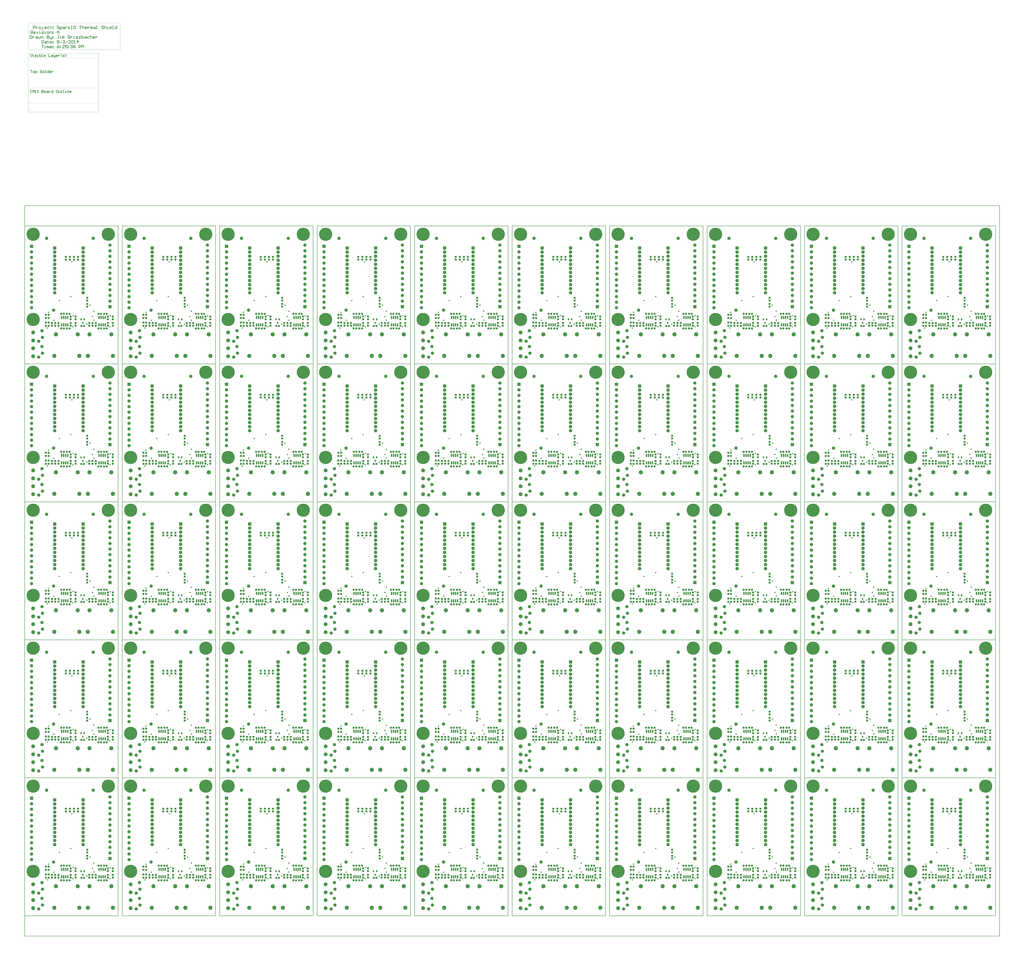
<source format=gts>
%FSLAX25Y25*%
%MOIN*%
G70*
G01*
G75*
G04 Layer_Color=8388736*
%ADD10C,0.01200*%
G04:AMPARAMS|DCode=11|XSize=37.4mil|YSize=25.59mil|CornerRadius=6.4mil|HoleSize=0mil|Usage=FLASHONLY|Rotation=270.000|XOffset=0mil|YOffset=0mil|HoleType=Round|Shape=RoundedRectangle|*
%AMROUNDEDRECTD11*
21,1,0.03740,0.01280,0,0,270.0*
21,1,0.02461,0.02559,0,0,270.0*
1,1,0.01280,-0.00640,-0.01230*
1,1,0.01280,-0.00640,0.01230*
1,1,0.01280,0.00640,0.01230*
1,1,0.01280,0.00640,-0.01230*
%
%ADD11ROUNDEDRECTD11*%
%ADD12R,0.02559X0.03740*%
%ADD13O,0.02362X0.07480*%
%ADD14R,0.03900X0.04300*%
%ADD15C,0.04000*%
%ADD16R,0.04300X0.03900*%
%ADD17C,0.01500*%
%ADD18C,0.01000*%
%ADD19C,0.02000*%
%ADD20C,0.00394*%
%ADD21R,0.07087X0.07087*%
%ADD22C,0.07087*%
%ADD23C,0.09449*%
%ADD24R,0.07500X0.07500*%
%ADD25C,0.07500*%
%ADD26C,0.08661*%
%ADD27C,0.31496*%
%ADD28C,0.02500*%
%ADD29C,0.00787*%
%ADD30C,0.01575*%
%ADD31C,0.00984*%
%ADD32C,0.00700*%
%ADD33C,0.00800*%
G04:AMPARAMS|DCode=34|XSize=45.4mil|YSize=33.59mil|CornerRadius=10.4mil|HoleSize=0mil|Usage=FLASHONLY|Rotation=270.000|XOffset=0mil|YOffset=0mil|HoleType=Round|Shape=RoundedRectangle|*
%AMROUNDEDRECTD34*
21,1,0.04540,0.01280,0,0,270.0*
21,1,0.02461,0.03359,0,0,270.0*
1,1,0.02080,-0.00640,-0.01230*
1,1,0.02080,-0.00640,0.01230*
1,1,0.02080,0.00640,0.01230*
1,1,0.02080,0.00640,-0.01230*
%
%ADD34ROUNDEDRECTD34*%
%ADD35R,0.03359X0.04540*%
%ADD36O,0.03162X0.08280*%
%ADD37R,0.04700X0.05100*%
%ADD38C,0.08000*%
%ADD39R,0.05100X0.04700*%
%ADD40R,0.07887X0.07887*%
%ADD41C,0.07887*%
%ADD42C,0.10249*%
%ADD43R,0.08300X0.08300*%
%ADD44C,0.08300*%
%ADD45C,0.09461*%
%ADD46C,0.32296*%
%ADD47C,0.03300*%
D10*
X14600Y2133098D02*
X18599D01*
X16599D01*
Y2127100D01*
X21598D02*
X23597D01*
X24597Y2128100D01*
Y2130099D01*
X23597Y2131099D01*
X21598D01*
X20598Y2130099D01*
Y2128100D01*
X21598Y2127100D01*
X26596Y2125101D02*
Y2131099D01*
X29595D01*
X30595Y2130099D01*
Y2128100D01*
X29595Y2127100D01*
X26596D01*
X42591Y2132098D02*
X41591Y2133098D01*
X39592D01*
X38592Y2132098D01*
Y2131099D01*
X39592Y2130099D01*
X41591D01*
X42591Y2129099D01*
Y2128100D01*
X41591Y2127100D01*
X39592D01*
X38592Y2128100D01*
X45590Y2127100D02*
X47589D01*
X48589Y2128100D01*
Y2130099D01*
X47589Y2131099D01*
X45590D01*
X44590Y2130099D01*
Y2128100D01*
X45590Y2127100D01*
X50588D02*
X52588D01*
X51588D01*
Y2133098D01*
X50588D01*
X59585D02*
Y2127100D01*
X56586D01*
X55587Y2128100D01*
Y2130099D01*
X56586Y2131099D01*
X59585D01*
X64584Y2127100D02*
X62585D01*
X61585Y2128100D01*
Y2130099D01*
X62585Y2131099D01*
X64584D01*
X65583Y2130099D01*
Y2129099D01*
X61585D01*
X67583Y2131099D02*
Y2127100D01*
Y2129099D01*
X68582Y2130099D01*
X69582Y2131099D01*
X70582D01*
X17199Y2078300D02*
X15200D01*
Y2084298D01*
X17199D01*
X20198Y2078300D02*
Y2084298D01*
X22198Y2082299D01*
X24197Y2084298D01*
Y2078300D01*
X26196D02*
X28196D01*
X27196D01*
Y2084298D01*
X26196Y2083298D01*
X31195Y2078300D02*
X33194D01*
Y2084298D01*
X31195D01*
X42191D02*
Y2078300D01*
X45190D01*
X46190Y2079300D01*
Y2080299D01*
X45190Y2081299D01*
X42191D01*
X45190D01*
X46190Y2082299D01*
Y2083298D01*
X45190Y2084298D01*
X42191D01*
X49189Y2078300D02*
X51188D01*
X52188Y2079300D01*
Y2081299D01*
X51188Y2082299D01*
X49189D01*
X48189Y2081299D01*
Y2079300D01*
X49189Y2078300D01*
X55187Y2082299D02*
X57186D01*
X58186Y2081299D01*
Y2078300D01*
X55187D01*
X54187Y2079300D01*
X55187Y2080299D01*
X58186D01*
X60185Y2082299D02*
Y2078300D01*
Y2080299D01*
X61185Y2081299D01*
X62185Y2082299D01*
X63184D01*
X70182Y2084298D02*
Y2078300D01*
X67183D01*
X66184Y2079300D01*
Y2081299D01*
X67183Y2082299D01*
X70182D01*
X81179Y2084298D02*
X79179D01*
X78180Y2083298D01*
Y2079300D01*
X79179Y2078300D01*
X81179D01*
X82178Y2079300D01*
Y2083298D01*
X81179Y2084298D01*
X84178Y2082299D02*
Y2079300D01*
X85177Y2078300D01*
X88176D01*
Y2082299D01*
X91175Y2083298D02*
Y2082299D01*
X90176D01*
X92175D01*
X91175D01*
Y2079300D01*
X92175Y2078300D01*
X95174D02*
X97174D01*
X96174D01*
Y2084298D01*
X95174D01*
X100172Y2078300D02*
X102172D01*
X101172D01*
Y2082299D01*
X100172D01*
X105171Y2078300D02*
Y2082299D01*
X108170D01*
X109170Y2081299D01*
Y2078300D01*
X114168D02*
X112169D01*
X111169Y2079300D01*
Y2081299D01*
X112169Y2082299D01*
X114168D01*
X115168Y2081299D01*
Y2080299D01*
X111169D01*
X14600Y2172878D02*
Y2168879D01*
X16599Y2166879D01*
X18599Y2168879D01*
Y2172878D01*
X20598Y2166879D02*
X22597D01*
X21598D01*
Y2170878D01*
X20598D01*
X25596Y2166879D02*
X28596D01*
X29595Y2167879D01*
X28596Y2168879D01*
X26596D01*
X25596Y2169879D01*
X26596Y2170878D01*
X29595D01*
X31594Y2166879D02*
X33594D01*
X32594D01*
Y2170878D01*
X31594D01*
X36593Y2172878D02*
Y2166879D01*
X39592D01*
X40592Y2167879D01*
Y2168879D01*
Y2169879D01*
X39592Y2170878D01*
X36593D01*
X42591Y2166879D02*
X44590D01*
X43591D01*
Y2172878D01*
X42591D01*
X50588Y2166879D02*
X48589D01*
X47589Y2167879D01*
Y2169879D01*
X48589Y2170878D01*
X50588D01*
X51588Y2169879D01*
Y2168879D01*
X47589D01*
X59585Y2172878D02*
Y2166879D01*
X63584D01*
X66583Y2170878D02*
X68582D01*
X69582Y2169879D01*
Y2166879D01*
X66583D01*
X65583Y2167879D01*
X66583Y2168879D01*
X69582D01*
X71582Y2170878D02*
Y2167879D01*
X72581Y2166879D01*
X75580D01*
Y2165880D01*
X74581Y2164880D01*
X73581D01*
X75580Y2166879D02*
Y2170878D01*
X80579Y2166879D02*
X78579D01*
X77580Y2167879D01*
Y2169879D01*
X78579Y2170878D01*
X80579D01*
X81578Y2169879D01*
Y2168879D01*
X77580D01*
X83578Y2170878D02*
Y2166879D01*
Y2168879D01*
X84577Y2169879D01*
X85577Y2170878D01*
X86577D01*
X91575Y2166879D02*
X89576Y2168879D01*
Y2170878D01*
X91575Y2172878D01*
X94574Y2166879D02*
X97573D01*
X98573Y2167879D01*
X97573Y2168879D01*
X95574D01*
X94574Y2169879D01*
X95574Y2170878D01*
X98573D01*
X100572Y2166879D02*
X102571Y2168879D01*
Y2170878D01*
X100572Y2172878D01*
X21364Y2235431D02*
Y2242428D01*
X24863D01*
X26029Y2241262D01*
Y2238930D01*
X24863Y2237763D01*
X21364D01*
X28362Y2240096D02*
Y2235431D01*
Y2237763D01*
X29528Y2238930D01*
X30694Y2240096D01*
X31861D01*
X36526Y2235431D02*
X38858D01*
X40025Y2236597D01*
Y2238930D01*
X38858Y2240096D01*
X36526D01*
X35359Y2238930D01*
Y2236597D01*
X36526Y2235431D01*
X42357Y2233098D02*
X43523D01*
X44690Y2234264D01*
Y2240096D01*
X52854Y2235431D02*
X50521D01*
X49355Y2236597D01*
Y2238930D01*
X50521Y2240096D01*
X52854D01*
X54020Y2238930D01*
Y2237763D01*
X49355D01*
X61018Y2240096D02*
X57519D01*
X56353Y2238930D01*
Y2236597D01*
X57519Y2235431D01*
X61018D01*
X64517Y2241262D02*
Y2240096D01*
X63350D01*
X65683D01*
X64517D01*
Y2236597D01*
X65683Y2235431D01*
X69182Y2240096D02*
X70348D01*
Y2238930D01*
X69182D01*
Y2240096D01*
Y2236597D02*
X70348D01*
Y2235431D01*
X69182D01*
Y2236597D01*
X15532Y2223620D02*
Y2230617D01*
X19031D01*
X20198Y2229451D01*
Y2227118D01*
X19031Y2225952D01*
X15532D01*
X17865D02*
X20198Y2223620D01*
X26029D02*
X23697D01*
X22530Y2224786D01*
Y2227118D01*
X23697Y2228285D01*
X26029D01*
X27195Y2227118D01*
Y2225952D01*
X22530D01*
X29528Y2228285D02*
X31861Y2223620D01*
X34193Y2228285D01*
X36526Y2223620D02*
X38858D01*
X37692D01*
Y2228285D01*
X36526D01*
X42357Y2223620D02*
X45856D01*
X47022Y2224786D01*
X45856Y2225952D01*
X43523D01*
X42357Y2227118D01*
X43523Y2228285D01*
X47022D01*
X49355Y2223620D02*
X51688D01*
X50521D01*
Y2228285D01*
X49355D01*
X56353Y2223620D02*
X58685D01*
X59851Y2224786D01*
Y2227118D01*
X58685Y2228285D01*
X56353D01*
X55186Y2227118D01*
Y2224786D01*
X56353Y2223620D01*
X62184D02*
Y2228285D01*
X65683D01*
X66849Y2227118D01*
Y2223620D01*
X69182Y2228285D02*
X70348D01*
Y2227118D01*
X69182D01*
Y2228285D01*
Y2224786D02*
X70348D01*
Y2223620D01*
X69182D01*
Y2224786D01*
X13200Y2218806D02*
Y2211809D01*
X16699D01*
X17865Y2212975D01*
Y2217640D01*
X16699Y2218806D01*
X13200D01*
X20198Y2216474D02*
Y2211809D01*
Y2214141D01*
X21364Y2215307D01*
X22530Y2216474D01*
X23697D01*
X28362D02*
X30694D01*
X31861Y2215307D01*
Y2211809D01*
X28362D01*
X27195Y2212975D01*
X28362Y2214141D01*
X31861D01*
X34193Y2216474D02*
Y2212975D01*
X35359Y2211809D01*
X36526Y2212975D01*
X37692Y2211809D01*
X38858Y2212975D01*
Y2216474D01*
X41191Y2211809D02*
Y2216474D01*
X44690D01*
X45856Y2215307D01*
Y2211809D01*
X55186Y2218806D02*
Y2211809D01*
X58685D01*
X59851Y2212975D01*
Y2214141D01*
X58685Y2215307D01*
X55186D01*
X58685D01*
X59851Y2216474D01*
Y2217640D01*
X58685Y2218806D01*
X55186D01*
X62184Y2216474D02*
Y2212975D01*
X63350Y2211809D01*
X66849D01*
Y2210642D01*
X65683Y2209476D01*
X64517D01*
X66849Y2211809D02*
Y2216474D01*
X69182D02*
X70348D01*
Y2215307D01*
X69182D01*
Y2216474D01*
Y2212975D02*
X70348D01*
Y2211809D01*
X69182D01*
Y2212975D01*
X42357Y2206995D02*
Y2199998D01*
X45856D01*
X47022Y2201164D01*
Y2205829D01*
X45856Y2206995D01*
X42357D01*
X50521Y2204663D02*
X52854D01*
X54020Y2203497D01*
Y2199998D01*
X50521D01*
X49355Y2201164D01*
X50521Y2202330D01*
X54020D01*
X57519Y2205829D02*
Y2204663D01*
X56353D01*
X58685D01*
X57519D01*
Y2201164D01*
X58685Y2199998D01*
X65683D02*
X63350D01*
X62184Y2201164D01*
Y2203497D01*
X63350Y2204663D01*
X65683D01*
X66849Y2203497D01*
Y2202330D01*
X62184D01*
X69182Y2204663D02*
X70348D01*
Y2203497D01*
X69182D01*
Y2204663D01*
Y2201164D02*
X70348D01*
Y2199998D01*
X69182D01*
Y2201164D01*
X42357Y2195184D02*
X47022D01*
X44690D01*
Y2188187D01*
X49355D02*
X51688D01*
X50521D01*
Y2192852D01*
X49355D01*
X55186Y2188187D02*
Y2192852D01*
X56353D01*
X57519Y2191685D01*
Y2188187D01*
Y2191685D01*
X58685Y2192852D01*
X59851Y2191685D01*
Y2188187D01*
X65683D02*
X63350D01*
X62184Y2189353D01*
Y2191685D01*
X63350Y2192852D01*
X65683D01*
X66849Y2191685D01*
Y2190519D01*
X62184D01*
X69182Y2192852D02*
X70348D01*
Y2191685D01*
X69182D01*
Y2192852D01*
Y2189353D02*
X70348D01*
Y2188187D01*
X69182D01*
Y2189353D01*
X84794Y2241262D02*
X83628Y2242428D01*
X81295D01*
X80129Y2241262D01*
Y2240096D01*
X81295Y2238930D01*
X83628D01*
X84794Y2237763D01*
Y2236597D01*
X83628Y2235431D01*
X81295D01*
X80129Y2236597D01*
X87127Y2233098D02*
Y2240096D01*
X90626D01*
X91792Y2238930D01*
Y2236597D01*
X90626Y2235431D01*
X87127D01*
X95291Y2240096D02*
X97623D01*
X98790Y2238930D01*
Y2235431D01*
X95291D01*
X94125Y2236597D01*
X95291Y2237763D01*
X98790D01*
X101122Y2240096D02*
Y2235431D01*
Y2237763D01*
X102289Y2238930D01*
X103455Y2240096D01*
X104621D01*
X108120Y2235431D02*
Y2242428D01*
Y2237763D02*
X111619Y2240096D01*
X108120Y2237763D02*
X111619Y2235431D01*
X115118Y2242428D02*
X117450D01*
X116284D01*
Y2235431D01*
X115118D01*
X117450D01*
X124448Y2242428D02*
X122116D01*
X120949Y2241262D01*
Y2236597D01*
X122116Y2235431D01*
X124448D01*
X125614Y2236597D01*
Y2241262D01*
X124448Y2242428D01*
X134945D02*
X139610D01*
X137277D01*
Y2235431D01*
X141943Y2242428D02*
Y2235431D01*
Y2238930D01*
X143109Y2240096D01*
X145441D01*
X146608Y2238930D01*
Y2235431D01*
X152439D02*
X150107D01*
X148940Y2236597D01*
Y2238930D01*
X150107Y2240096D01*
X152439D01*
X153605Y2238930D01*
Y2237763D01*
X148940D01*
X155938Y2240096D02*
Y2235431D01*
Y2237763D01*
X157104Y2238930D01*
X158271Y2240096D01*
X159437D01*
X162936Y2235431D02*
Y2240096D01*
X164102D01*
X165268Y2238930D01*
Y2235431D01*
Y2238930D01*
X166435Y2240096D01*
X167601Y2238930D01*
Y2235431D01*
X171100Y2240096D02*
X173432D01*
X174599Y2238930D01*
Y2235431D01*
X171100D01*
X169933Y2236597D01*
X171100Y2237763D01*
X174599D01*
X176931Y2235431D02*
X179264D01*
X178097D01*
Y2242428D01*
X176931D01*
X194425Y2241262D02*
X193259Y2242428D01*
X190927D01*
X189760Y2241262D01*
Y2240096D01*
X190927Y2238930D01*
X193259D01*
X194425Y2237763D01*
Y2236597D01*
X193259Y2235431D01*
X190927D01*
X189760Y2236597D01*
X196758Y2242428D02*
Y2235431D01*
Y2238930D01*
X197924Y2240096D01*
X200257D01*
X201423Y2238930D01*
Y2235431D01*
X203756D02*
X206088D01*
X204922D01*
Y2240096D01*
X203756D01*
X213086Y2235431D02*
X210754D01*
X209587Y2236597D01*
Y2238930D01*
X210754Y2240096D01*
X213086D01*
X214252Y2238930D01*
Y2237763D01*
X209587D01*
X216585Y2235431D02*
X218918D01*
X217751D01*
Y2242428D01*
X216585D01*
X227082D02*
Y2235431D01*
X223583D01*
X222416Y2236597D01*
Y2238930D01*
X223583Y2240096D01*
X227082D01*
X80129Y2223620D02*
Y2228285D01*
X82462Y2230617D01*
X84794Y2228285D01*
Y2223620D01*
Y2227118D01*
X80129D01*
X84794Y2218806D02*
X82462D01*
X83628D01*
Y2212975D01*
X82462Y2211809D01*
X81295D01*
X80129Y2212975D01*
X87127Y2211809D02*
X89459D01*
X88293D01*
Y2216474D01*
X87127D01*
X92958Y2211809D02*
Y2216474D01*
X94125D01*
X95291Y2215307D01*
Y2211809D01*
Y2215307D01*
X96457Y2216474D01*
X97623Y2215307D01*
Y2211809D01*
X111619Y2217640D02*
X110453Y2218806D01*
X108120D01*
X106954Y2217640D01*
Y2212975D01*
X108120Y2211809D01*
X110453D01*
X111619Y2212975D01*
Y2215307D01*
X109286D01*
X113952Y2216474D02*
Y2211809D01*
Y2214141D01*
X115118Y2215307D01*
X116284Y2216474D01*
X117450D01*
X120949Y2211809D02*
X123282D01*
X122116D01*
Y2216474D01*
X120949D01*
X126781Y2211809D02*
X130280D01*
X131446Y2212975D01*
X130280Y2214141D01*
X127947D01*
X126781Y2215307D01*
X127947Y2216474D01*
X131446D01*
X133778D02*
X138444D01*
X133778Y2211809D01*
X138444D01*
X140776Y2218806D02*
Y2211809D01*
X144275D01*
X145441Y2212975D01*
Y2214141D01*
Y2215307D01*
X144275Y2216474D01*
X140776D01*
X148940D02*
X151273D01*
X152439Y2215307D01*
Y2211809D01*
X148940D01*
X147774Y2212975D01*
X148940Y2214141D01*
X152439D01*
X159437Y2216474D02*
X155938D01*
X154772Y2215307D01*
Y2212975D01*
X155938Y2211809D01*
X159437D01*
X161769Y2218806D02*
Y2211809D01*
Y2215307D01*
X162936Y2216474D01*
X165268D01*
X166435Y2215307D01*
Y2211809D01*
X172266D02*
X169933D01*
X168767Y2212975D01*
Y2215307D01*
X169933Y2216474D01*
X172266D01*
X173432Y2215307D01*
Y2214141D01*
X168767D01*
X175765Y2216474D02*
Y2211809D01*
Y2214141D01*
X176931Y2215307D01*
X178097Y2216474D01*
X179264D01*
X84794Y2195184D02*
X82462Y2194018D01*
X80129Y2191685D01*
Y2189353D01*
X81295Y2188187D01*
X83628D01*
X84794Y2189353D01*
Y2190519D01*
X83628Y2191685D01*
X80129D01*
X87127Y2192852D02*
X88293D01*
Y2191685D01*
X87127D01*
Y2192852D01*
Y2189353D02*
X88293D01*
Y2188187D01*
X87127D01*
Y2189353D01*
X97623Y2188187D02*
X92958D01*
X97623Y2192852D01*
Y2194018D01*
X96457Y2195184D01*
X94125D01*
X92958Y2194018D01*
X104621Y2195184D02*
X99956D01*
Y2191685D01*
X102289Y2192852D01*
X103455D01*
X104621Y2191685D01*
Y2189353D01*
X103455Y2188187D01*
X101122D01*
X99956Y2189353D01*
X106954Y2192852D02*
X108120D01*
Y2191685D01*
X106954D01*
Y2192852D01*
Y2189353D02*
X108120D01*
Y2188187D01*
X106954D01*
Y2189353D01*
X112785Y2194018D02*
X113952Y2195184D01*
X116284D01*
X117450Y2194018D01*
Y2192852D01*
X116284Y2191685D01*
X115118D01*
X116284D01*
X117450Y2190519D01*
Y2189353D01*
X116284Y2188187D01*
X113952D01*
X112785Y2189353D01*
X119783Y2194018D02*
X120949Y2195184D01*
X123282D01*
X124448Y2194018D01*
Y2192852D01*
X123282Y2191685D01*
X124448Y2190519D01*
Y2189353D01*
X123282Y2188187D01*
X120949D01*
X119783Y2189353D01*
Y2190519D01*
X120949Y2191685D01*
X119783Y2192852D01*
Y2194018D01*
X120949Y2191685D02*
X123282D01*
X133778Y2188187D02*
Y2195184D01*
X137277D01*
X138444Y2194018D01*
Y2191685D01*
X137277Y2190519D01*
X133778D01*
X140776Y2188187D02*
Y2195184D01*
X143109Y2192852D01*
X145441Y2195184D01*
Y2188187D01*
X80129Y2205829D02*
X81295Y2206995D01*
X83628D01*
X84794Y2205829D01*
Y2204663D01*
X83628Y2203497D01*
X84794Y2202330D01*
Y2201164D01*
X83628Y2199998D01*
X81295D01*
X80129Y2201164D01*
Y2202330D01*
X81295Y2203497D01*
X80129Y2204663D01*
Y2205829D01*
X81295Y2203497D02*
X83628D01*
X87127Y2199998D02*
X91792Y2204663D01*
X94125Y2205829D02*
X95291Y2206995D01*
X97623D01*
X98790Y2205829D01*
Y2204663D01*
X97623Y2203497D01*
X96457D01*
X97623D01*
X98790Y2202330D01*
Y2201164D01*
X97623Y2199998D01*
X95291D01*
X94125Y2201164D01*
X101122Y2199998D02*
X105788Y2204663D01*
X112785Y2199998D02*
X108120D01*
X112785Y2204663D01*
Y2205829D01*
X111619Y2206995D01*
X109286D01*
X108120Y2205829D01*
X115118D02*
X116284Y2206995D01*
X118617D01*
X119783Y2205829D01*
Y2201164D01*
X118617Y2199998D01*
X116284D01*
X115118Y2201164D01*
Y2205829D01*
X122116Y2199998D02*
X124448D01*
X123282D01*
Y2206995D01*
X122116Y2205829D01*
X131446Y2199998D02*
Y2206995D01*
X127947Y2203497D01*
X132612D01*
D18*
X0Y0D02*
Y1800000D01*
Y0D02*
X2400000D01*
X0Y1800000D02*
X2400000D01*
Y0D02*
Y1800000D01*
X0Y50000D02*
X230000D01*
Y50500D02*
Y390000D01*
X0D02*
X230000D01*
X0Y50000D02*
Y390000D01*
X240000Y50000D02*
X470000D01*
Y50500D02*
Y390000D01*
X240000D02*
X470000D01*
X240000Y50000D02*
Y390000D01*
X480000Y50000D02*
X710000D01*
Y50500D02*
Y390000D01*
X480000D02*
X710000D01*
X480000Y50000D02*
Y390000D01*
X720000Y50000D02*
X950000D01*
Y50500D02*
Y390000D01*
X720000D02*
X950000D01*
X720000Y50000D02*
Y390000D01*
X960000Y50000D02*
X1190000D01*
Y50500D02*
Y390000D01*
X960000D02*
X1190000D01*
X960000Y50000D02*
Y390000D01*
X1200000Y50000D02*
X1430000D01*
Y50500D02*
Y390000D01*
X1200000D02*
X1430000D01*
X1200000Y50000D02*
Y390000D01*
X1440000Y50000D02*
X1670000D01*
Y50500D02*
Y390000D01*
X1440000D02*
X1670000D01*
X1440000Y50000D02*
Y390000D01*
X1680000Y50000D02*
X1910000D01*
Y50500D02*
Y390000D01*
X1680000D02*
X1910000D01*
X1680000Y50000D02*
Y390000D01*
X1920000Y50000D02*
X2150000D01*
Y50500D02*
Y390000D01*
X1920000D02*
X2150000D01*
X1920000Y50000D02*
Y390000D01*
X2160000Y50000D02*
X2390000D01*
Y50500D02*
Y390000D01*
X2160000D02*
X2390000D01*
X2160000Y50000D02*
Y390000D01*
X0D02*
X230000D01*
Y390500D02*
Y730000D01*
X0D02*
X230000D01*
X0Y390000D02*
Y730000D01*
X240000Y390000D02*
X470000D01*
Y390500D02*
Y730000D01*
X240000D02*
X470000D01*
X240000Y390000D02*
Y730000D01*
X480000Y390000D02*
X710000D01*
Y390500D02*
Y730000D01*
X480000D02*
X710000D01*
X480000Y390000D02*
Y730000D01*
X720000Y390000D02*
X950000D01*
Y390500D02*
Y730000D01*
X720000D02*
X950000D01*
X720000Y390000D02*
Y730000D01*
X960000Y390000D02*
X1190000D01*
Y390500D02*
Y730000D01*
X960000D02*
X1190000D01*
X960000Y390000D02*
Y730000D01*
X1200000Y390000D02*
X1430000D01*
Y390500D02*
Y730000D01*
X1200000D02*
X1430000D01*
X1200000Y390000D02*
Y730000D01*
X1440000Y390000D02*
X1670000D01*
Y390500D02*
Y730000D01*
X1440000D02*
X1670000D01*
X1440000Y390000D02*
Y730000D01*
X1680000Y390000D02*
X1910000D01*
Y390500D02*
Y730000D01*
X1680000D02*
X1910000D01*
X1680000Y390000D02*
Y730000D01*
X1920000Y390000D02*
X2150000D01*
Y390500D02*
Y730000D01*
X1920000D02*
X2150000D01*
X1920000Y390000D02*
Y730000D01*
X2160000Y390000D02*
X2390000D01*
Y390500D02*
Y730000D01*
X2160000D02*
X2390000D01*
X2160000Y390000D02*
Y730000D01*
X0D02*
X230000D01*
Y730500D02*
Y1070000D01*
X0D02*
X230000D01*
X0Y730000D02*
Y1070000D01*
X240000Y730000D02*
X470000D01*
Y730500D02*
Y1070000D01*
X240000D02*
X470000D01*
X240000Y730000D02*
Y1070000D01*
X480000Y730000D02*
X710000D01*
Y730500D02*
Y1070000D01*
X480000D02*
X710000D01*
X480000Y730000D02*
Y1070000D01*
X720000Y730000D02*
X950000D01*
Y730500D02*
Y1070000D01*
X720000D02*
X950000D01*
X720000Y730000D02*
Y1070000D01*
X960000Y730000D02*
X1190000D01*
Y730500D02*
Y1070000D01*
X960000D02*
X1190000D01*
X960000Y730000D02*
Y1070000D01*
X1200000Y730000D02*
X1430000D01*
Y730500D02*
Y1070000D01*
X1200000D02*
X1430000D01*
X1200000Y730000D02*
Y1070000D01*
X1440000Y730000D02*
X1670000D01*
Y730500D02*
Y1070000D01*
X1440000D02*
X1670000D01*
X1440000Y730000D02*
Y1070000D01*
X1680000Y730000D02*
X1910000D01*
Y730500D02*
Y1070000D01*
X1680000D02*
X1910000D01*
X1680000Y730000D02*
Y1070000D01*
X1920000Y730000D02*
X2150000D01*
Y730500D02*
Y1070000D01*
X1920000D02*
X2150000D01*
X1920000Y730000D02*
Y1070000D01*
X2160000Y730000D02*
X2390000D01*
Y730500D02*
Y1070000D01*
X2160000D02*
X2390000D01*
X2160000Y730000D02*
Y1070000D01*
X0D02*
X230000D01*
Y1070500D02*
Y1410000D01*
X0D02*
X230000D01*
X0Y1070000D02*
Y1410000D01*
X240000Y1070000D02*
X470000D01*
Y1070500D02*
Y1410000D01*
X240000D02*
X470000D01*
X240000Y1070000D02*
Y1410000D01*
X480000Y1070000D02*
X710000D01*
Y1070500D02*
Y1410000D01*
X480000D02*
X710000D01*
X480000Y1070000D02*
Y1410000D01*
X720000Y1070000D02*
X950000D01*
Y1070500D02*
Y1410000D01*
X720000D02*
X950000D01*
X720000Y1070000D02*
Y1410000D01*
X960000Y1070000D02*
X1190000D01*
Y1070500D02*
Y1410000D01*
X960000D02*
X1190000D01*
X960000Y1070000D02*
Y1410000D01*
X1200000Y1070000D02*
X1430000D01*
Y1070500D02*
Y1410000D01*
X1200000D02*
X1430000D01*
X1200000Y1070000D02*
Y1410000D01*
X1440000Y1070000D02*
X1670000D01*
Y1070500D02*
Y1410000D01*
X1440000D02*
X1670000D01*
X1440000Y1070000D02*
Y1410000D01*
X1680000Y1070000D02*
X1910000D01*
Y1070500D02*
Y1410000D01*
X1680000D02*
X1910000D01*
X1680000Y1070000D02*
Y1410000D01*
X1920000Y1070000D02*
X2150000D01*
Y1070500D02*
Y1410000D01*
X1920000D02*
X2150000D01*
X1920000Y1070000D02*
Y1410000D01*
X2160000Y1070000D02*
X2390000D01*
Y1070500D02*
Y1410000D01*
X2160000D02*
X2390000D01*
X2160000Y1070000D02*
Y1410000D01*
X0D02*
X230000D01*
Y1410500D02*
Y1750000D01*
X0D02*
X230000D01*
X0Y1410000D02*
Y1750000D01*
X240000Y1410000D02*
X470000D01*
Y1410500D02*
Y1750000D01*
X240000D02*
X470000D01*
X240000Y1410000D02*
Y1750000D01*
X480000Y1410000D02*
X710000D01*
Y1410500D02*
Y1750000D01*
X480000D02*
X710000D01*
X480000Y1410000D02*
Y1750000D01*
X720000Y1410000D02*
X950000D01*
Y1410500D02*
Y1750000D01*
X720000D02*
X950000D01*
X720000Y1410000D02*
Y1750000D01*
X960000Y1410000D02*
X1190000D01*
Y1410500D02*
Y1750000D01*
X960000D02*
X1190000D01*
X960000Y1410000D02*
Y1750000D01*
X1200000Y1410000D02*
X1430000D01*
Y1410500D02*
Y1750000D01*
X1200000D02*
X1430000D01*
X1200000Y1410000D02*
Y1750000D01*
X1440000Y1410000D02*
X1670000D01*
Y1410500D02*
Y1750000D01*
X1440000D02*
X1670000D01*
X1440000Y1410000D02*
Y1750000D01*
X1680000Y1410000D02*
X1910000D01*
Y1410500D02*
Y1750000D01*
X1680000D02*
X1910000D01*
X1680000Y1410000D02*
Y1750000D01*
X1920000Y1410000D02*
X2150000D01*
Y1410500D02*
Y1750000D01*
X1920000D02*
X2150000D01*
X1920000Y1410000D02*
Y1750000D01*
X2160000Y1410000D02*
X2390000D01*
Y1410500D02*
Y1750000D01*
X2160000D02*
X2390000D01*
X2160000Y1410000D02*
Y1750000D01*
D20*
X9063Y2052377D02*
X11032D01*
X13000D02*
X14968D01*
X16937D02*
X18905D01*
X20874D02*
X22842D01*
X24811D02*
X26779D01*
X28748D02*
X30716D01*
X32685D02*
X34653D01*
X36622D02*
X38591D01*
X40559D02*
X42528D01*
X44496D02*
X46465D01*
X48433D02*
X50402D01*
X52370D02*
X54339D01*
X56307D02*
X58276D01*
X60244D02*
X62213D01*
X64181D02*
X66150D01*
X68118D02*
X70087D01*
X72055D02*
X74024D01*
X75992D02*
X77961D01*
X79929D02*
X81898D01*
X83866D02*
X85835D01*
X87803D02*
X89772D01*
X91740D02*
X93709D01*
X95677D02*
X97646D01*
X99614D02*
X101583D01*
X103551D02*
X105520D01*
X107488D02*
X109457D01*
X111425D02*
X113394D01*
X115362D02*
X117331D01*
X119299D02*
X121268D01*
X123236D02*
X125205D01*
X127173D02*
X129142D01*
X131110D02*
X133079D01*
X135047D02*
X137016D01*
X138984D02*
X140953D01*
X142921D02*
X144890D01*
X146858D02*
X148827D01*
X150795D02*
X152764D01*
X154732D02*
X156701D01*
X158669D02*
X160638D01*
X162606D02*
X164575D01*
X166543D02*
X168512D01*
X170480D02*
X172449D01*
X174417D02*
X176386D01*
X178354D02*
X180323D01*
X9363Y2089817D02*
X11332D01*
X13300D02*
X15269D01*
X17237D02*
X19206D01*
X21174D02*
X23143D01*
X25111D02*
X27079D01*
X29048D02*
X31016D01*
X32985D02*
X34953D01*
X36922D02*
X38891D01*
X40859D02*
X42828D01*
X44796D02*
X46765D01*
X48733D02*
X50702D01*
X52670D02*
X54639D01*
X56607D02*
X58576D01*
X60544D02*
X62513D01*
X64481D02*
X66450D01*
X68418D02*
X70387D01*
X72355D02*
X74324D01*
X76292D02*
X78261D01*
X80229D02*
X82198D01*
X84166D02*
X86135D01*
X88103D02*
X90072D01*
X92040D02*
X94009D01*
X95977D02*
X97946D01*
X99914D02*
X101883D01*
X103851D02*
X105820D01*
X107788D02*
X109757D01*
X111725D02*
X113694D01*
X115662D02*
X117631D01*
X119599D02*
X121568D01*
X123536D02*
X125505D01*
X127473D02*
X129442D01*
X131410D02*
X133379D01*
X135347D02*
X137316D01*
X139284D02*
X141253D01*
X143221D02*
X145190D01*
X147158D02*
X149127D01*
X151095D02*
X153064D01*
X155032D02*
X157001D01*
X158969D02*
X160938D01*
X162906D02*
X164875D01*
X166843D02*
X168812D01*
X170780D02*
X172749D01*
X174717D02*
X176686D01*
X178654D02*
X180623D01*
X178054Y2163927D02*
X180023D01*
X174117D02*
X176086D01*
X170180D02*
X172149D01*
X166243D02*
X168212D01*
X162306D02*
X164275D01*
X158369D02*
X160338D01*
X154432D02*
X156401D01*
X150495D02*
X152464D01*
X146558D02*
X148527D01*
X142621D02*
X144590D01*
X138684D02*
X140653D01*
X134747D02*
X136716D01*
X130810D02*
X132779D01*
X126873D02*
X128842D01*
X122936D02*
X124905D01*
X118999D02*
X120968D01*
X115062D02*
X117031D01*
X111125D02*
X113094D01*
X107188D02*
X109157D01*
X103251D02*
X105220D01*
X99314D02*
X101283D01*
X95377D02*
X97346D01*
X91440D02*
X93409D01*
X87503D02*
X89472D01*
X83566D02*
X85535D01*
X79629D02*
X81598D01*
X75692D02*
X77661D01*
X71755D02*
X73724D01*
X67818D02*
X69787D01*
X63881D02*
X65850D01*
X59944D02*
X61913D01*
X56007D02*
X57976D01*
X52070D02*
X54039D01*
X48133D02*
X50102D01*
X44196D02*
X46165D01*
X40259D02*
X42228D01*
X36322D02*
X38291D01*
X32385D02*
X34354D01*
X28448D02*
X30417D01*
X24511D02*
X26480D01*
X20574D02*
X22543D01*
X16637D02*
X18606D01*
X12700D02*
X14669D01*
X8763D02*
X10731D01*
X181991Y2030500D02*
Y2162943D01*
X8763Y2030500D02*
X181991D01*
X8763D02*
Y2162943D01*
Y2174754D01*
X181991D01*
Y2162943D02*
Y2174754D01*
X9263Y2184249D02*
Y2250200D01*
Y2184249D02*
X235400D01*
Y2250200D01*
X9263D02*
X235400D01*
D34*
X143000Y150969D02*
D03*
X139260Y159631D02*
D03*
X383000Y150969D02*
D03*
X379260Y159631D02*
D03*
X623000Y150969D02*
D03*
X619260Y159631D02*
D03*
X863000Y150969D02*
D03*
X859260Y159631D02*
D03*
X1103000Y150969D02*
D03*
X1099260Y159631D02*
D03*
X1343000Y150969D02*
D03*
X1339260Y159631D02*
D03*
X1583000Y150969D02*
D03*
X1579260Y159631D02*
D03*
X1823000Y150969D02*
D03*
X1819260Y159631D02*
D03*
X2063000Y150969D02*
D03*
X2059260Y159631D02*
D03*
X2303000Y150969D02*
D03*
X2299260Y159631D02*
D03*
X143000Y490969D02*
D03*
X139260Y499631D02*
D03*
X383000Y490969D02*
D03*
X379260Y499631D02*
D03*
X623000Y490969D02*
D03*
X619260Y499631D02*
D03*
X863000Y490969D02*
D03*
X859260Y499631D02*
D03*
X1103000Y490969D02*
D03*
X1099260Y499631D02*
D03*
X1343000Y490969D02*
D03*
X1339260Y499631D02*
D03*
X1583000Y490969D02*
D03*
X1579260Y499631D02*
D03*
X1823000Y490969D02*
D03*
X1819260Y499631D02*
D03*
X2063000Y490969D02*
D03*
X2059260Y499631D02*
D03*
X2303000Y490969D02*
D03*
X2299260Y499631D02*
D03*
X143000Y830969D02*
D03*
X139260Y839631D02*
D03*
X383000Y830969D02*
D03*
X379260Y839631D02*
D03*
X623000Y830969D02*
D03*
X619260Y839631D02*
D03*
X863000Y830969D02*
D03*
X859260Y839631D02*
D03*
X1103000Y830969D02*
D03*
X1099260Y839631D02*
D03*
X1343000Y830969D02*
D03*
X1339260Y839631D02*
D03*
X1583000Y830969D02*
D03*
X1579260Y839631D02*
D03*
X1823000Y830969D02*
D03*
X1819260Y839631D02*
D03*
X2063000Y830969D02*
D03*
X2059260Y839631D02*
D03*
X2303000Y830969D02*
D03*
X2299260Y839631D02*
D03*
X143000Y1170969D02*
D03*
X139260Y1179631D02*
D03*
X383000Y1170969D02*
D03*
X379260Y1179631D02*
D03*
X623000Y1170969D02*
D03*
X619260Y1179631D02*
D03*
X863000Y1170969D02*
D03*
X859260Y1179631D02*
D03*
X1103000Y1170969D02*
D03*
X1099260Y1179631D02*
D03*
X1343000Y1170969D02*
D03*
X1339260Y1179631D02*
D03*
X1583000Y1170969D02*
D03*
X1579260Y1179631D02*
D03*
X1823000Y1170969D02*
D03*
X1819260Y1179631D02*
D03*
X2063000Y1170969D02*
D03*
X2059260Y1179631D02*
D03*
X2303000Y1170969D02*
D03*
X2299260Y1179631D02*
D03*
X143000Y1510969D02*
D03*
X139260Y1519631D02*
D03*
X383000Y1510969D02*
D03*
X379260Y1519631D02*
D03*
X623000Y1510969D02*
D03*
X619260Y1519631D02*
D03*
X863000Y1510969D02*
D03*
X859260Y1519631D02*
D03*
X1103000Y1510969D02*
D03*
X1099260Y1519631D02*
D03*
X1343000Y1510969D02*
D03*
X1339260Y1519631D02*
D03*
X1583000Y1510969D02*
D03*
X1579260Y1519631D02*
D03*
X1823000Y1510969D02*
D03*
X1819260Y1519631D02*
D03*
X2063000Y1510969D02*
D03*
X2059260Y1519631D02*
D03*
X2303000Y1510969D02*
D03*
X2299260Y1519631D02*
D03*
D35*
X146740Y159631D02*
D03*
X386740D02*
D03*
X626740D02*
D03*
X866740D02*
D03*
X1106740D02*
D03*
X1346740D02*
D03*
X1586740D02*
D03*
X1826740D02*
D03*
X2066740D02*
D03*
X2306740D02*
D03*
X146740Y499631D02*
D03*
X386740D02*
D03*
X626740D02*
D03*
X866740D02*
D03*
X1106740D02*
D03*
X1346740D02*
D03*
X1586740D02*
D03*
X1826740D02*
D03*
X2066740D02*
D03*
X2306740D02*
D03*
X146740Y839631D02*
D03*
X386740D02*
D03*
X626740D02*
D03*
X866740D02*
D03*
X1106740D02*
D03*
X1346740D02*
D03*
X1586740D02*
D03*
X1826740D02*
D03*
X2066740D02*
D03*
X2306740D02*
D03*
X146740Y1179631D02*
D03*
X386740D02*
D03*
X626740D02*
D03*
X866740D02*
D03*
X1106740D02*
D03*
X1346740D02*
D03*
X1586740D02*
D03*
X1826740D02*
D03*
X2066740D02*
D03*
X2306740D02*
D03*
X146740Y1519631D02*
D03*
X386740D02*
D03*
X626740D02*
D03*
X866740D02*
D03*
X1106740D02*
D03*
X1346740D02*
D03*
X1586740D02*
D03*
X1826740D02*
D03*
X2066740D02*
D03*
X2306740D02*
D03*
D36*
X106279Y164253D02*
D03*
X101279D02*
D03*
X96279D02*
D03*
X91279D02*
D03*
X106279Y145749D02*
D03*
X101279D02*
D03*
X96279D02*
D03*
X91279D02*
D03*
X198500Y164253D02*
D03*
X193500D02*
D03*
X188500D02*
D03*
X183500D02*
D03*
X198500Y145749D02*
D03*
X193500D02*
D03*
X188500D02*
D03*
X183500D02*
D03*
X346279Y164253D02*
D03*
X341279D02*
D03*
X336279D02*
D03*
X331279D02*
D03*
X346279Y145749D02*
D03*
X341279D02*
D03*
X336279D02*
D03*
X331279D02*
D03*
X438500Y164253D02*
D03*
X433500D02*
D03*
X428500D02*
D03*
X423500D02*
D03*
X438500Y145749D02*
D03*
X433500D02*
D03*
X428500D02*
D03*
X423500D02*
D03*
X586279Y164253D02*
D03*
X581279D02*
D03*
X576279D02*
D03*
X571279D02*
D03*
X586279Y145749D02*
D03*
X581279D02*
D03*
X576279D02*
D03*
X571279D02*
D03*
X678500Y164253D02*
D03*
X673500D02*
D03*
X668500D02*
D03*
X663500D02*
D03*
X678500Y145749D02*
D03*
X673500D02*
D03*
X668500D02*
D03*
X663500D02*
D03*
X826279Y164253D02*
D03*
X821279D02*
D03*
X816279D02*
D03*
X811279D02*
D03*
X826279Y145749D02*
D03*
X821279D02*
D03*
X816279D02*
D03*
X811279D02*
D03*
X918500Y164253D02*
D03*
X913500D02*
D03*
X908500D02*
D03*
X903500D02*
D03*
X918500Y145749D02*
D03*
X913500D02*
D03*
X908500D02*
D03*
X903500D02*
D03*
X1066279Y164253D02*
D03*
X1061279D02*
D03*
X1056279D02*
D03*
X1051279D02*
D03*
X1066279Y145749D02*
D03*
X1061279D02*
D03*
X1056279D02*
D03*
X1051279D02*
D03*
X1158500Y164253D02*
D03*
X1153500D02*
D03*
X1148500D02*
D03*
X1143500D02*
D03*
X1158500Y145749D02*
D03*
X1153500D02*
D03*
X1148500D02*
D03*
X1143500D02*
D03*
X1306279Y164253D02*
D03*
X1301279D02*
D03*
X1296279D02*
D03*
X1291279D02*
D03*
X1306279Y145749D02*
D03*
X1301279D02*
D03*
X1296279D02*
D03*
X1291279D02*
D03*
X1398500Y164253D02*
D03*
X1393500D02*
D03*
X1388500D02*
D03*
X1383500D02*
D03*
X1398500Y145749D02*
D03*
X1393500D02*
D03*
X1388500D02*
D03*
X1383500D02*
D03*
X1546279Y164253D02*
D03*
X1541279D02*
D03*
X1536279D02*
D03*
X1531279D02*
D03*
X1546279Y145749D02*
D03*
X1541279D02*
D03*
X1536279D02*
D03*
X1531279D02*
D03*
X1638500Y164253D02*
D03*
X1633500D02*
D03*
X1628500D02*
D03*
X1623500D02*
D03*
X1638500Y145749D02*
D03*
X1633500D02*
D03*
X1628500D02*
D03*
X1623500D02*
D03*
X1786279Y164253D02*
D03*
X1781279D02*
D03*
X1776279D02*
D03*
X1771279D02*
D03*
X1786279Y145749D02*
D03*
X1781279D02*
D03*
X1776279D02*
D03*
X1771279D02*
D03*
X1878500Y164253D02*
D03*
X1873500D02*
D03*
X1868500D02*
D03*
X1863500D02*
D03*
X1878500Y145749D02*
D03*
X1873500D02*
D03*
X1868500D02*
D03*
X1863500D02*
D03*
X2026279Y164253D02*
D03*
X2021279D02*
D03*
X2016279D02*
D03*
X2011279D02*
D03*
X2026279Y145749D02*
D03*
X2021279D02*
D03*
X2016279D02*
D03*
X2011279D02*
D03*
X2118500Y164253D02*
D03*
X2113500D02*
D03*
X2108500D02*
D03*
X2103500D02*
D03*
X2118500Y145749D02*
D03*
X2113500D02*
D03*
X2108500D02*
D03*
X2103500D02*
D03*
X2266279Y164253D02*
D03*
X2261279D02*
D03*
X2256279D02*
D03*
X2251279D02*
D03*
X2266279Y145749D02*
D03*
X2261279D02*
D03*
X2256279D02*
D03*
X2251279D02*
D03*
X2358500Y164253D02*
D03*
X2353500D02*
D03*
X2348500D02*
D03*
X2343500D02*
D03*
X2358500Y145749D02*
D03*
X2353500D02*
D03*
X2348500D02*
D03*
X2343500D02*
D03*
X106279Y504253D02*
D03*
X101279D02*
D03*
X96279D02*
D03*
X91279D02*
D03*
X106279Y485749D02*
D03*
X101279D02*
D03*
X96279D02*
D03*
X91279D02*
D03*
X198500Y504253D02*
D03*
X193500D02*
D03*
X188500D02*
D03*
X183500D02*
D03*
X198500Y485749D02*
D03*
X193500D02*
D03*
X188500D02*
D03*
X183500D02*
D03*
X346279Y504253D02*
D03*
X341279D02*
D03*
X336279D02*
D03*
X331279D02*
D03*
X346279Y485749D02*
D03*
X341279D02*
D03*
X336279D02*
D03*
X331279D02*
D03*
X438500Y504253D02*
D03*
X433500D02*
D03*
X428500D02*
D03*
X423500D02*
D03*
X438500Y485749D02*
D03*
X433500D02*
D03*
X428500D02*
D03*
X423500D02*
D03*
X586279Y504253D02*
D03*
X581279D02*
D03*
X576279D02*
D03*
X571279D02*
D03*
X586279Y485749D02*
D03*
X581279D02*
D03*
X576279D02*
D03*
X571279D02*
D03*
X678500Y504253D02*
D03*
X673500D02*
D03*
X668500D02*
D03*
X663500D02*
D03*
X678500Y485749D02*
D03*
X673500D02*
D03*
X668500D02*
D03*
X663500D02*
D03*
X826279Y504253D02*
D03*
X821279D02*
D03*
X816279D02*
D03*
X811279D02*
D03*
X826279Y485749D02*
D03*
X821279D02*
D03*
X816279D02*
D03*
X811279D02*
D03*
X918500Y504253D02*
D03*
X913500D02*
D03*
X908500D02*
D03*
X903500D02*
D03*
X918500Y485749D02*
D03*
X913500D02*
D03*
X908500D02*
D03*
X903500D02*
D03*
X1066279Y504253D02*
D03*
X1061279D02*
D03*
X1056279D02*
D03*
X1051279D02*
D03*
X1066279Y485749D02*
D03*
X1061279D02*
D03*
X1056279D02*
D03*
X1051279D02*
D03*
X1158500Y504253D02*
D03*
X1153500D02*
D03*
X1148500D02*
D03*
X1143500D02*
D03*
X1158500Y485749D02*
D03*
X1153500D02*
D03*
X1148500D02*
D03*
X1143500D02*
D03*
X1306279Y504253D02*
D03*
X1301279D02*
D03*
X1296279D02*
D03*
X1291279D02*
D03*
X1306279Y485749D02*
D03*
X1301279D02*
D03*
X1296279D02*
D03*
X1291279D02*
D03*
X1398500Y504253D02*
D03*
X1393500D02*
D03*
X1388500D02*
D03*
X1383500D02*
D03*
X1398500Y485749D02*
D03*
X1393500D02*
D03*
X1388500D02*
D03*
X1383500D02*
D03*
X1546279Y504253D02*
D03*
X1541279D02*
D03*
X1536279D02*
D03*
X1531279D02*
D03*
X1546279Y485749D02*
D03*
X1541279D02*
D03*
X1536279D02*
D03*
X1531279D02*
D03*
X1638500Y504253D02*
D03*
X1633500D02*
D03*
X1628500D02*
D03*
X1623500D02*
D03*
X1638500Y485749D02*
D03*
X1633500D02*
D03*
X1628500D02*
D03*
X1623500D02*
D03*
X1786279Y504253D02*
D03*
X1781279D02*
D03*
X1776279D02*
D03*
X1771279D02*
D03*
X1786279Y485749D02*
D03*
X1781279D02*
D03*
X1776279D02*
D03*
X1771279D02*
D03*
X1878500Y504253D02*
D03*
X1873500D02*
D03*
X1868500D02*
D03*
X1863500D02*
D03*
X1878500Y485749D02*
D03*
X1873500D02*
D03*
X1868500D02*
D03*
X1863500D02*
D03*
X2026279Y504253D02*
D03*
X2021279D02*
D03*
X2016279D02*
D03*
X2011279D02*
D03*
X2026279Y485749D02*
D03*
X2021279D02*
D03*
X2016279D02*
D03*
X2011279D02*
D03*
X2118500Y504253D02*
D03*
X2113500D02*
D03*
X2108500D02*
D03*
X2103500D02*
D03*
X2118500Y485749D02*
D03*
X2113500D02*
D03*
X2108500D02*
D03*
X2103500D02*
D03*
X2266279Y504253D02*
D03*
X2261279D02*
D03*
X2256279D02*
D03*
X2251279D02*
D03*
X2266279Y485749D02*
D03*
X2261279D02*
D03*
X2256279D02*
D03*
X2251279D02*
D03*
X2358500Y504253D02*
D03*
X2353500D02*
D03*
X2348500D02*
D03*
X2343500D02*
D03*
X2358500Y485749D02*
D03*
X2353500D02*
D03*
X2348500D02*
D03*
X2343500D02*
D03*
X106279Y844253D02*
D03*
X101279D02*
D03*
X96279D02*
D03*
X91279D02*
D03*
X106279Y825749D02*
D03*
X101279D02*
D03*
X96279D02*
D03*
X91279D02*
D03*
X198500Y844253D02*
D03*
X193500D02*
D03*
X188500D02*
D03*
X183500D02*
D03*
X198500Y825749D02*
D03*
X193500D02*
D03*
X188500D02*
D03*
X183500D02*
D03*
X346279Y844253D02*
D03*
X341279D02*
D03*
X336279D02*
D03*
X331279D02*
D03*
X346279Y825749D02*
D03*
X341279D02*
D03*
X336279D02*
D03*
X331279D02*
D03*
X438500Y844253D02*
D03*
X433500D02*
D03*
X428500D02*
D03*
X423500D02*
D03*
X438500Y825749D02*
D03*
X433500D02*
D03*
X428500D02*
D03*
X423500D02*
D03*
X586279Y844253D02*
D03*
X581279D02*
D03*
X576279D02*
D03*
X571279D02*
D03*
X586279Y825749D02*
D03*
X581279D02*
D03*
X576279D02*
D03*
X571279D02*
D03*
X678500Y844253D02*
D03*
X673500D02*
D03*
X668500D02*
D03*
X663500D02*
D03*
X678500Y825749D02*
D03*
X673500D02*
D03*
X668500D02*
D03*
X663500D02*
D03*
X826279Y844253D02*
D03*
X821279D02*
D03*
X816279D02*
D03*
X811279D02*
D03*
X826279Y825749D02*
D03*
X821279D02*
D03*
X816279D02*
D03*
X811279D02*
D03*
X918500Y844253D02*
D03*
X913500D02*
D03*
X908500D02*
D03*
X903500D02*
D03*
X918500Y825749D02*
D03*
X913500D02*
D03*
X908500D02*
D03*
X903500D02*
D03*
X1066279Y844253D02*
D03*
X1061279D02*
D03*
X1056279D02*
D03*
X1051279D02*
D03*
X1066279Y825749D02*
D03*
X1061279D02*
D03*
X1056279D02*
D03*
X1051279D02*
D03*
X1158500Y844253D02*
D03*
X1153500D02*
D03*
X1148500D02*
D03*
X1143500D02*
D03*
X1158500Y825749D02*
D03*
X1153500D02*
D03*
X1148500D02*
D03*
X1143500D02*
D03*
X1306279Y844253D02*
D03*
X1301279D02*
D03*
X1296279D02*
D03*
X1291279D02*
D03*
X1306279Y825749D02*
D03*
X1301279D02*
D03*
X1296279D02*
D03*
X1291279D02*
D03*
X1398500Y844253D02*
D03*
X1393500D02*
D03*
X1388500D02*
D03*
X1383500D02*
D03*
X1398500Y825749D02*
D03*
X1393500D02*
D03*
X1388500D02*
D03*
X1383500D02*
D03*
X1546279Y844253D02*
D03*
X1541279D02*
D03*
X1536279D02*
D03*
X1531279D02*
D03*
X1546279Y825749D02*
D03*
X1541279D02*
D03*
X1536279D02*
D03*
X1531279D02*
D03*
X1638500Y844253D02*
D03*
X1633500D02*
D03*
X1628500D02*
D03*
X1623500D02*
D03*
X1638500Y825749D02*
D03*
X1633500D02*
D03*
X1628500D02*
D03*
X1623500D02*
D03*
X1786279Y844253D02*
D03*
X1781279D02*
D03*
X1776279D02*
D03*
X1771279D02*
D03*
X1786279Y825749D02*
D03*
X1781279D02*
D03*
X1776279D02*
D03*
X1771279D02*
D03*
X1878500Y844253D02*
D03*
X1873500D02*
D03*
X1868500D02*
D03*
X1863500D02*
D03*
X1878500Y825749D02*
D03*
X1873500D02*
D03*
X1868500D02*
D03*
X1863500D02*
D03*
X2026279Y844253D02*
D03*
X2021279D02*
D03*
X2016279D02*
D03*
X2011279D02*
D03*
X2026279Y825749D02*
D03*
X2021279D02*
D03*
X2016279D02*
D03*
X2011279D02*
D03*
X2118500Y844253D02*
D03*
X2113500D02*
D03*
X2108500D02*
D03*
X2103500D02*
D03*
X2118500Y825749D02*
D03*
X2113500D02*
D03*
X2108500D02*
D03*
X2103500D02*
D03*
X2266279Y844253D02*
D03*
X2261279D02*
D03*
X2256279D02*
D03*
X2251279D02*
D03*
X2266279Y825749D02*
D03*
X2261279D02*
D03*
X2256279D02*
D03*
X2251279D02*
D03*
X2358500Y844253D02*
D03*
X2353500D02*
D03*
X2348500D02*
D03*
X2343500D02*
D03*
X2358500Y825749D02*
D03*
X2353500D02*
D03*
X2348500D02*
D03*
X2343500D02*
D03*
X106279Y1184253D02*
D03*
X101279D02*
D03*
X96279D02*
D03*
X91279D02*
D03*
X106279Y1165749D02*
D03*
X101279D02*
D03*
X96279D02*
D03*
X91279D02*
D03*
X198500Y1184253D02*
D03*
X193500D02*
D03*
X188500D02*
D03*
X183500D02*
D03*
X198500Y1165749D02*
D03*
X193500D02*
D03*
X188500D02*
D03*
X183500D02*
D03*
X346279Y1184253D02*
D03*
X341279D02*
D03*
X336279D02*
D03*
X331279D02*
D03*
X346279Y1165749D02*
D03*
X341279D02*
D03*
X336279D02*
D03*
X331279D02*
D03*
X438500Y1184253D02*
D03*
X433500D02*
D03*
X428500D02*
D03*
X423500D02*
D03*
X438500Y1165749D02*
D03*
X433500D02*
D03*
X428500D02*
D03*
X423500D02*
D03*
X586279Y1184253D02*
D03*
X581279D02*
D03*
X576279D02*
D03*
X571279D02*
D03*
X586279Y1165749D02*
D03*
X581279D02*
D03*
X576279D02*
D03*
X571279D02*
D03*
X678500Y1184253D02*
D03*
X673500D02*
D03*
X668500D02*
D03*
X663500D02*
D03*
X678500Y1165749D02*
D03*
X673500D02*
D03*
X668500D02*
D03*
X663500D02*
D03*
X826279Y1184253D02*
D03*
X821279D02*
D03*
X816279D02*
D03*
X811279D02*
D03*
X826279Y1165749D02*
D03*
X821279D02*
D03*
X816279D02*
D03*
X811279D02*
D03*
X918500Y1184253D02*
D03*
X913500D02*
D03*
X908500D02*
D03*
X903500D02*
D03*
X918500Y1165749D02*
D03*
X913500D02*
D03*
X908500D02*
D03*
X903500D02*
D03*
X1066279Y1184253D02*
D03*
X1061279D02*
D03*
X1056279D02*
D03*
X1051279D02*
D03*
X1066279Y1165749D02*
D03*
X1061279D02*
D03*
X1056279D02*
D03*
X1051279D02*
D03*
X1158500Y1184253D02*
D03*
X1153500D02*
D03*
X1148500D02*
D03*
X1143500D02*
D03*
X1158500Y1165749D02*
D03*
X1153500D02*
D03*
X1148500D02*
D03*
X1143500D02*
D03*
X1306279Y1184253D02*
D03*
X1301279D02*
D03*
X1296279D02*
D03*
X1291279D02*
D03*
X1306279Y1165749D02*
D03*
X1301279D02*
D03*
X1296279D02*
D03*
X1291279D02*
D03*
X1398500Y1184253D02*
D03*
X1393500D02*
D03*
X1388500D02*
D03*
X1383500D02*
D03*
X1398500Y1165749D02*
D03*
X1393500D02*
D03*
X1388500D02*
D03*
X1383500D02*
D03*
X1546279Y1184253D02*
D03*
X1541279D02*
D03*
X1536279D02*
D03*
X1531279D02*
D03*
X1546279Y1165749D02*
D03*
X1541279D02*
D03*
X1536279D02*
D03*
X1531279D02*
D03*
X1638500Y1184253D02*
D03*
X1633500D02*
D03*
X1628500D02*
D03*
X1623500D02*
D03*
X1638500Y1165749D02*
D03*
X1633500D02*
D03*
X1628500D02*
D03*
X1623500D02*
D03*
X1786279Y1184253D02*
D03*
X1781279D02*
D03*
X1776279D02*
D03*
X1771279D02*
D03*
X1786279Y1165749D02*
D03*
X1781279D02*
D03*
X1776279D02*
D03*
X1771279D02*
D03*
X1878500Y1184253D02*
D03*
X1873500D02*
D03*
X1868500D02*
D03*
X1863500D02*
D03*
X1878500Y1165749D02*
D03*
X1873500D02*
D03*
X1868500D02*
D03*
X1863500D02*
D03*
X2026279Y1184253D02*
D03*
X2021279D02*
D03*
X2016279D02*
D03*
X2011279D02*
D03*
X2026279Y1165749D02*
D03*
X2021279D02*
D03*
X2016279D02*
D03*
X2011279D02*
D03*
X2118500Y1184253D02*
D03*
X2113500D02*
D03*
X2108500D02*
D03*
X2103500D02*
D03*
X2118500Y1165749D02*
D03*
X2113500D02*
D03*
X2108500D02*
D03*
X2103500D02*
D03*
X2266279Y1184253D02*
D03*
X2261279D02*
D03*
X2256279D02*
D03*
X2251279D02*
D03*
X2266279Y1165749D02*
D03*
X2261279D02*
D03*
X2256279D02*
D03*
X2251279D02*
D03*
X2358500Y1184253D02*
D03*
X2353500D02*
D03*
X2348500D02*
D03*
X2343500D02*
D03*
X2358500Y1165749D02*
D03*
X2353500D02*
D03*
X2348500D02*
D03*
X2343500D02*
D03*
X106279Y1524253D02*
D03*
X101279D02*
D03*
X96279D02*
D03*
X91279D02*
D03*
X106279Y1505749D02*
D03*
X101279D02*
D03*
X96279D02*
D03*
X91279D02*
D03*
X198500Y1524253D02*
D03*
X193500D02*
D03*
X188500D02*
D03*
X183500D02*
D03*
X198500Y1505749D02*
D03*
X193500D02*
D03*
X188500D02*
D03*
X183500D02*
D03*
X346279Y1524253D02*
D03*
X341279D02*
D03*
X336279D02*
D03*
X331279D02*
D03*
X346279Y1505749D02*
D03*
X341279D02*
D03*
X336279D02*
D03*
X331279D02*
D03*
X438500Y1524253D02*
D03*
X433500D02*
D03*
X428500D02*
D03*
X423500D02*
D03*
X438500Y1505749D02*
D03*
X433500D02*
D03*
X428500D02*
D03*
X423500D02*
D03*
X586279Y1524253D02*
D03*
X581279D02*
D03*
X576279D02*
D03*
X571279D02*
D03*
X586279Y1505749D02*
D03*
X581279D02*
D03*
X576279D02*
D03*
X571279D02*
D03*
X678500Y1524253D02*
D03*
X673500D02*
D03*
X668500D02*
D03*
X663500D02*
D03*
X678500Y1505749D02*
D03*
X673500D02*
D03*
X668500D02*
D03*
X663500D02*
D03*
X826279Y1524253D02*
D03*
X821279D02*
D03*
X816279D02*
D03*
X811279D02*
D03*
X826279Y1505749D02*
D03*
X821279D02*
D03*
X816279D02*
D03*
X811279D02*
D03*
X918500Y1524253D02*
D03*
X913500D02*
D03*
X908500D02*
D03*
X903500D02*
D03*
X918500Y1505749D02*
D03*
X913500D02*
D03*
X908500D02*
D03*
X903500D02*
D03*
X1066279Y1524253D02*
D03*
X1061279D02*
D03*
X1056279D02*
D03*
X1051279D02*
D03*
X1066279Y1505749D02*
D03*
X1061279D02*
D03*
X1056279D02*
D03*
X1051279D02*
D03*
X1158500Y1524253D02*
D03*
X1153500D02*
D03*
X1148500D02*
D03*
X1143500D02*
D03*
X1158500Y1505749D02*
D03*
X1153500D02*
D03*
X1148500D02*
D03*
X1143500D02*
D03*
X1306279Y1524253D02*
D03*
X1301279D02*
D03*
X1296279D02*
D03*
X1291279D02*
D03*
X1306279Y1505749D02*
D03*
X1301279D02*
D03*
X1296279D02*
D03*
X1291279D02*
D03*
X1398500Y1524253D02*
D03*
X1393500D02*
D03*
X1388500D02*
D03*
X1383500D02*
D03*
X1398500Y1505749D02*
D03*
X1393500D02*
D03*
X1388500D02*
D03*
X1383500D02*
D03*
X1546279Y1524253D02*
D03*
X1541279D02*
D03*
X1536279D02*
D03*
X1531279D02*
D03*
X1546279Y1505749D02*
D03*
X1541279D02*
D03*
X1536279D02*
D03*
X1531279D02*
D03*
X1638500Y1524253D02*
D03*
X1633500D02*
D03*
X1628500D02*
D03*
X1623500D02*
D03*
X1638500Y1505749D02*
D03*
X1633500D02*
D03*
X1628500D02*
D03*
X1623500D02*
D03*
X1786279Y1524253D02*
D03*
X1781279D02*
D03*
X1776279D02*
D03*
X1771279D02*
D03*
X1786279Y1505749D02*
D03*
X1781279D02*
D03*
X1776279D02*
D03*
X1771279D02*
D03*
X1878500Y1524253D02*
D03*
X1873500D02*
D03*
X1868500D02*
D03*
X1863500D02*
D03*
X1878500Y1505749D02*
D03*
X1873500D02*
D03*
X1868500D02*
D03*
X1863500D02*
D03*
X2026279Y1524253D02*
D03*
X2021279D02*
D03*
X2016279D02*
D03*
X2011279D02*
D03*
X2026279Y1505749D02*
D03*
X2021279D02*
D03*
X2016279D02*
D03*
X2011279D02*
D03*
X2118500Y1524253D02*
D03*
X2113500D02*
D03*
X2108500D02*
D03*
X2103500D02*
D03*
X2118500Y1505749D02*
D03*
X2113500D02*
D03*
X2108500D02*
D03*
X2103500D02*
D03*
X2266279Y1524253D02*
D03*
X2261279D02*
D03*
X2256279D02*
D03*
X2251279D02*
D03*
X2266279Y1505749D02*
D03*
X2261279D02*
D03*
X2256279D02*
D03*
X2251279D02*
D03*
X2358500Y1524253D02*
D03*
X2353500D02*
D03*
X2348500D02*
D03*
X2343500D02*
D03*
X2358500Y1505749D02*
D03*
X2353500D02*
D03*
X2348500D02*
D03*
X2343500D02*
D03*
D37*
X154000Y197600D02*
D03*
Y191000D02*
D03*
X75425Y150600D02*
D03*
Y144000D02*
D03*
X154000Y212600D02*
D03*
Y206000D02*
D03*
X217000Y150600D02*
D03*
Y144000D02*
D03*
X175000Y150600D02*
D03*
Y144000D02*
D03*
X159000Y150600D02*
D03*
Y144000D02*
D03*
X217000Y160000D02*
D03*
Y166600D02*
D03*
X125425Y150600D02*
D03*
Y144000D02*
D03*
X83425Y150600D02*
D03*
Y144000D02*
D03*
X67425Y150600D02*
D03*
Y144000D02*
D03*
X125425Y160000D02*
D03*
Y166600D02*
D03*
X101500Y313600D02*
D03*
Y307000D02*
D03*
X121500Y313600D02*
D03*
Y307000D02*
D03*
X131500Y313600D02*
D03*
Y307000D02*
D03*
X111500Y313600D02*
D03*
Y307000D02*
D03*
X205000Y166600D02*
D03*
Y160000D02*
D03*
Y150600D02*
D03*
Y144000D02*
D03*
X167000Y150600D02*
D03*
Y144000D02*
D03*
X113425Y166600D02*
D03*
Y160000D02*
D03*
Y150600D02*
D03*
Y144000D02*
D03*
X394000Y197600D02*
D03*
Y191000D02*
D03*
X315425Y150600D02*
D03*
Y144000D02*
D03*
X394000Y212600D02*
D03*
Y206000D02*
D03*
X457000Y150600D02*
D03*
Y144000D02*
D03*
X415000Y150600D02*
D03*
Y144000D02*
D03*
X399000Y150600D02*
D03*
Y144000D02*
D03*
X457000Y160000D02*
D03*
Y166600D02*
D03*
X365425Y150600D02*
D03*
Y144000D02*
D03*
X323425Y150600D02*
D03*
Y144000D02*
D03*
X307425Y150600D02*
D03*
Y144000D02*
D03*
X365425Y160000D02*
D03*
Y166600D02*
D03*
X341500Y313600D02*
D03*
Y307000D02*
D03*
X361500Y313600D02*
D03*
Y307000D02*
D03*
X371500Y313600D02*
D03*
Y307000D02*
D03*
X351500Y313600D02*
D03*
Y307000D02*
D03*
X445000Y166600D02*
D03*
Y160000D02*
D03*
Y150600D02*
D03*
Y144000D02*
D03*
X407000Y150600D02*
D03*
Y144000D02*
D03*
X353425Y166600D02*
D03*
Y160000D02*
D03*
Y150600D02*
D03*
Y144000D02*
D03*
X634000Y197600D02*
D03*
Y191000D02*
D03*
X555425Y150600D02*
D03*
Y144000D02*
D03*
X634000Y212600D02*
D03*
Y206000D02*
D03*
X697000Y150600D02*
D03*
Y144000D02*
D03*
X655000Y150600D02*
D03*
Y144000D02*
D03*
X639000Y150600D02*
D03*
Y144000D02*
D03*
X697000Y160000D02*
D03*
Y166600D02*
D03*
X605425Y150600D02*
D03*
Y144000D02*
D03*
X563425Y150600D02*
D03*
Y144000D02*
D03*
X547425Y150600D02*
D03*
Y144000D02*
D03*
X605425Y160000D02*
D03*
Y166600D02*
D03*
X581500Y313600D02*
D03*
Y307000D02*
D03*
X601500Y313600D02*
D03*
Y307000D02*
D03*
X611500Y313600D02*
D03*
Y307000D02*
D03*
X591500Y313600D02*
D03*
Y307000D02*
D03*
X685000Y166600D02*
D03*
Y160000D02*
D03*
Y150600D02*
D03*
Y144000D02*
D03*
X647000Y150600D02*
D03*
Y144000D02*
D03*
X593425Y166600D02*
D03*
Y160000D02*
D03*
Y150600D02*
D03*
Y144000D02*
D03*
X874000Y197600D02*
D03*
Y191000D02*
D03*
X795425Y150600D02*
D03*
Y144000D02*
D03*
X874000Y212600D02*
D03*
Y206000D02*
D03*
X937000Y150600D02*
D03*
Y144000D02*
D03*
X895000Y150600D02*
D03*
Y144000D02*
D03*
X879000Y150600D02*
D03*
Y144000D02*
D03*
X937000Y160000D02*
D03*
Y166600D02*
D03*
X845425Y150600D02*
D03*
Y144000D02*
D03*
X803425Y150600D02*
D03*
Y144000D02*
D03*
X787425Y150600D02*
D03*
Y144000D02*
D03*
X845425Y160000D02*
D03*
Y166600D02*
D03*
X821500Y313600D02*
D03*
Y307000D02*
D03*
X841500Y313600D02*
D03*
Y307000D02*
D03*
X851500Y313600D02*
D03*
Y307000D02*
D03*
X831500Y313600D02*
D03*
Y307000D02*
D03*
X925000Y166600D02*
D03*
Y160000D02*
D03*
Y150600D02*
D03*
Y144000D02*
D03*
X887000Y150600D02*
D03*
Y144000D02*
D03*
X833425Y166600D02*
D03*
Y160000D02*
D03*
Y150600D02*
D03*
Y144000D02*
D03*
X1114000Y197600D02*
D03*
Y191000D02*
D03*
X1035425Y150600D02*
D03*
Y144000D02*
D03*
X1114000Y212600D02*
D03*
Y206000D02*
D03*
X1177000Y150600D02*
D03*
Y144000D02*
D03*
X1135000Y150600D02*
D03*
Y144000D02*
D03*
X1119000Y150600D02*
D03*
Y144000D02*
D03*
X1177000Y160000D02*
D03*
Y166600D02*
D03*
X1085425Y150600D02*
D03*
Y144000D02*
D03*
X1043425Y150600D02*
D03*
Y144000D02*
D03*
X1027425Y150600D02*
D03*
Y144000D02*
D03*
X1085425Y160000D02*
D03*
Y166600D02*
D03*
X1061500Y313600D02*
D03*
Y307000D02*
D03*
X1081500Y313600D02*
D03*
Y307000D02*
D03*
X1091500Y313600D02*
D03*
Y307000D02*
D03*
X1071500Y313600D02*
D03*
Y307000D02*
D03*
X1165000Y166600D02*
D03*
Y160000D02*
D03*
Y150600D02*
D03*
Y144000D02*
D03*
X1127000Y150600D02*
D03*
Y144000D02*
D03*
X1073425Y166600D02*
D03*
Y160000D02*
D03*
Y150600D02*
D03*
Y144000D02*
D03*
X1354000Y197600D02*
D03*
Y191000D02*
D03*
X1275425Y150600D02*
D03*
Y144000D02*
D03*
X1354000Y212600D02*
D03*
Y206000D02*
D03*
X1417000Y150600D02*
D03*
Y144000D02*
D03*
X1375000Y150600D02*
D03*
Y144000D02*
D03*
X1359000Y150600D02*
D03*
Y144000D02*
D03*
X1417000Y160000D02*
D03*
Y166600D02*
D03*
X1325425Y150600D02*
D03*
Y144000D02*
D03*
X1283425Y150600D02*
D03*
Y144000D02*
D03*
X1267425Y150600D02*
D03*
Y144000D02*
D03*
X1325425Y160000D02*
D03*
Y166600D02*
D03*
X1301500Y313600D02*
D03*
Y307000D02*
D03*
X1321500Y313600D02*
D03*
Y307000D02*
D03*
X1331500Y313600D02*
D03*
Y307000D02*
D03*
X1311500Y313600D02*
D03*
Y307000D02*
D03*
X1405000Y166600D02*
D03*
Y160000D02*
D03*
Y150600D02*
D03*
Y144000D02*
D03*
X1367000Y150600D02*
D03*
Y144000D02*
D03*
X1313425Y166600D02*
D03*
Y160000D02*
D03*
Y150600D02*
D03*
Y144000D02*
D03*
X1594000Y197600D02*
D03*
Y191000D02*
D03*
X1515425Y150600D02*
D03*
Y144000D02*
D03*
X1594000Y212600D02*
D03*
Y206000D02*
D03*
X1657000Y150600D02*
D03*
Y144000D02*
D03*
X1615000Y150600D02*
D03*
Y144000D02*
D03*
X1599000Y150600D02*
D03*
Y144000D02*
D03*
X1657000Y160000D02*
D03*
Y166600D02*
D03*
X1565425Y150600D02*
D03*
Y144000D02*
D03*
X1523425Y150600D02*
D03*
Y144000D02*
D03*
X1507425Y150600D02*
D03*
Y144000D02*
D03*
X1565425Y160000D02*
D03*
Y166600D02*
D03*
X1541500Y313600D02*
D03*
Y307000D02*
D03*
X1561500Y313600D02*
D03*
Y307000D02*
D03*
X1571500Y313600D02*
D03*
Y307000D02*
D03*
X1551500Y313600D02*
D03*
Y307000D02*
D03*
X1645000Y166600D02*
D03*
Y160000D02*
D03*
Y150600D02*
D03*
Y144000D02*
D03*
X1607000Y150600D02*
D03*
Y144000D02*
D03*
X1553425Y166600D02*
D03*
Y160000D02*
D03*
Y150600D02*
D03*
Y144000D02*
D03*
X1834000Y197600D02*
D03*
Y191000D02*
D03*
X1755425Y150600D02*
D03*
Y144000D02*
D03*
X1834000Y212600D02*
D03*
Y206000D02*
D03*
X1897000Y150600D02*
D03*
Y144000D02*
D03*
X1855000Y150600D02*
D03*
Y144000D02*
D03*
X1839000Y150600D02*
D03*
Y144000D02*
D03*
X1897000Y160000D02*
D03*
Y166600D02*
D03*
X1805425Y150600D02*
D03*
Y144000D02*
D03*
X1763425Y150600D02*
D03*
Y144000D02*
D03*
X1747425Y150600D02*
D03*
Y144000D02*
D03*
X1805425Y160000D02*
D03*
Y166600D02*
D03*
X1781500Y313600D02*
D03*
Y307000D02*
D03*
X1801500Y313600D02*
D03*
Y307000D02*
D03*
X1811500Y313600D02*
D03*
Y307000D02*
D03*
X1791500Y313600D02*
D03*
Y307000D02*
D03*
X1885000Y166600D02*
D03*
Y160000D02*
D03*
Y150600D02*
D03*
Y144000D02*
D03*
X1847000Y150600D02*
D03*
Y144000D02*
D03*
X1793425Y166600D02*
D03*
Y160000D02*
D03*
Y150600D02*
D03*
Y144000D02*
D03*
X2074000Y197600D02*
D03*
Y191000D02*
D03*
X1995425Y150600D02*
D03*
Y144000D02*
D03*
X2074000Y212600D02*
D03*
Y206000D02*
D03*
X2137000Y150600D02*
D03*
Y144000D02*
D03*
X2095000Y150600D02*
D03*
Y144000D02*
D03*
X2079000Y150600D02*
D03*
Y144000D02*
D03*
X2137000Y160000D02*
D03*
Y166600D02*
D03*
X2045425Y150600D02*
D03*
Y144000D02*
D03*
X2003425Y150600D02*
D03*
Y144000D02*
D03*
X1987425Y150600D02*
D03*
Y144000D02*
D03*
X2045425Y160000D02*
D03*
Y166600D02*
D03*
X2021500Y313600D02*
D03*
Y307000D02*
D03*
X2041500Y313600D02*
D03*
Y307000D02*
D03*
X2051500Y313600D02*
D03*
Y307000D02*
D03*
X2031500Y313600D02*
D03*
Y307000D02*
D03*
X2125000Y166600D02*
D03*
Y160000D02*
D03*
Y150600D02*
D03*
Y144000D02*
D03*
X2087000Y150600D02*
D03*
Y144000D02*
D03*
X2033425Y166600D02*
D03*
Y160000D02*
D03*
Y150600D02*
D03*
Y144000D02*
D03*
X2314000Y197600D02*
D03*
Y191000D02*
D03*
X2235425Y150600D02*
D03*
Y144000D02*
D03*
X2314000Y212600D02*
D03*
Y206000D02*
D03*
X2377000Y150600D02*
D03*
Y144000D02*
D03*
X2335000Y150600D02*
D03*
Y144000D02*
D03*
X2319000Y150600D02*
D03*
Y144000D02*
D03*
X2377000Y160000D02*
D03*
Y166600D02*
D03*
X2285425Y150600D02*
D03*
Y144000D02*
D03*
X2243425Y150600D02*
D03*
Y144000D02*
D03*
X2227425Y150600D02*
D03*
Y144000D02*
D03*
X2285425Y160000D02*
D03*
Y166600D02*
D03*
X2261500Y313600D02*
D03*
Y307000D02*
D03*
X2281500Y313600D02*
D03*
Y307000D02*
D03*
X2291500Y313600D02*
D03*
Y307000D02*
D03*
X2271500Y313600D02*
D03*
Y307000D02*
D03*
X2365000Y166600D02*
D03*
Y160000D02*
D03*
Y150600D02*
D03*
Y144000D02*
D03*
X2327000Y150600D02*
D03*
Y144000D02*
D03*
X2273425Y166600D02*
D03*
Y160000D02*
D03*
Y150600D02*
D03*
Y144000D02*
D03*
X154000Y537600D02*
D03*
Y531000D02*
D03*
X75425Y490600D02*
D03*
Y484000D02*
D03*
X154000Y552600D02*
D03*
Y546000D02*
D03*
X217000Y490600D02*
D03*
Y484000D02*
D03*
X175000Y490600D02*
D03*
Y484000D02*
D03*
X159000Y490600D02*
D03*
Y484000D02*
D03*
X217000Y500000D02*
D03*
Y506600D02*
D03*
X125425Y490600D02*
D03*
Y484000D02*
D03*
X83425Y490600D02*
D03*
Y484000D02*
D03*
X67425Y490600D02*
D03*
Y484000D02*
D03*
X125425Y500000D02*
D03*
Y506600D02*
D03*
X101500Y653600D02*
D03*
Y647000D02*
D03*
X121500Y653600D02*
D03*
Y647000D02*
D03*
X131500Y653600D02*
D03*
Y647000D02*
D03*
X111500Y653600D02*
D03*
Y647000D02*
D03*
X205000Y506600D02*
D03*
Y500000D02*
D03*
Y490600D02*
D03*
Y484000D02*
D03*
X167000Y490600D02*
D03*
Y484000D02*
D03*
X113425Y506600D02*
D03*
Y500000D02*
D03*
Y490600D02*
D03*
Y484000D02*
D03*
X394000Y537600D02*
D03*
Y531000D02*
D03*
X315425Y490600D02*
D03*
Y484000D02*
D03*
X394000Y552600D02*
D03*
Y546000D02*
D03*
X457000Y490600D02*
D03*
Y484000D02*
D03*
X415000Y490600D02*
D03*
Y484000D02*
D03*
X399000Y490600D02*
D03*
Y484000D02*
D03*
X457000Y500000D02*
D03*
Y506600D02*
D03*
X365425Y490600D02*
D03*
Y484000D02*
D03*
X323425Y490600D02*
D03*
Y484000D02*
D03*
X307425Y490600D02*
D03*
Y484000D02*
D03*
X365425Y500000D02*
D03*
Y506600D02*
D03*
X341500Y653600D02*
D03*
Y647000D02*
D03*
X361500Y653600D02*
D03*
Y647000D02*
D03*
X371500Y653600D02*
D03*
Y647000D02*
D03*
X351500Y653600D02*
D03*
Y647000D02*
D03*
X445000Y506600D02*
D03*
Y500000D02*
D03*
Y490600D02*
D03*
Y484000D02*
D03*
X407000Y490600D02*
D03*
Y484000D02*
D03*
X353425Y506600D02*
D03*
Y500000D02*
D03*
Y490600D02*
D03*
Y484000D02*
D03*
X634000Y537600D02*
D03*
Y531000D02*
D03*
X555425Y490600D02*
D03*
Y484000D02*
D03*
X634000Y552600D02*
D03*
Y546000D02*
D03*
X697000Y490600D02*
D03*
Y484000D02*
D03*
X655000Y490600D02*
D03*
Y484000D02*
D03*
X639000Y490600D02*
D03*
Y484000D02*
D03*
X697000Y500000D02*
D03*
Y506600D02*
D03*
X605425Y490600D02*
D03*
Y484000D02*
D03*
X563425Y490600D02*
D03*
Y484000D02*
D03*
X547425Y490600D02*
D03*
Y484000D02*
D03*
X605425Y500000D02*
D03*
Y506600D02*
D03*
X581500Y653600D02*
D03*
Y647000D02*
D03*
X601500Y653600D02*
D03*
Y647000D02*
D03*
X611500Y653600D02*
D03*
Y647000D02*
D03*
X591500Y653600D02*
D03*
Y647000D02*
D03*
X685000Y506600D02*
D03*
Y500000D02*
D03*
Y490600D02*
D03*
Y484000D02*
D03*
X647000Y490600D02*
D03*
Y484000D02*
D03*
X593425Y506600D02*
D03*
Y500000D02*
D03*
Y490600D02*
D03*
Y484000D02*
D03*
X874000Y537600D02*
D03*
Y531000D02*
D03*
X795425Y490600D02*
D03*
Y484000D02*
D03*
X874000Y552600D02*
D03*
Y546000D02*
D03*
X937000Y490600D02*
D03*
Y484000D02*
D03*
X895000Y490600D02*
D03*
Y484000D02*
D03*
X879000Y490600D02*
D03*
Y484000D02*
D03*
X937000Y500000D02*
D03*
Y506600D02*
D03*
X845425Y490600D02*
D03*
Y484000D02*
D03*
X803425Y490600D02*
D03*
Y484000D02*
D03*
X787425Y490600D02*
D03*
Y484000D02*
D03*
X845425Y500000D02*
D03*
Y506600D02*
D03*
X821500Y653600D02*
D03*
Y647000D02*
D03*
X841500Y653600D02*
D03*
Y647000D02*
D03*
X851500Y653600D02*
D03*
Y647000D02*
D03*
X831500Y653600D02*
D03*
Y647000D02*
D03*
X925000Y506600D02*
D03*
Y500000D02*
D03*
Y490600D02*
D03*
Y484000D02*
D03*
X887000Y490600D02*
D03*
Y484000D02*
D03*
X833425Y506600D02*
D03*
Y500000D02*
D03*
Y490600D02*
D03*
Y484000D02*
D03*
X1114000Y537600D02*
D03*
Y531000D02*
D03*
X1035425Y490600D02*
D03*
Y484000D02*
D03*
X1114000Y552600D02*
D03*
Y546000D02*
D03*
X1177000Y490600D02*
D03*
Y484000D02*
D03*
X1135000Y490600D02*
D03*
Y484000D02*
D03*
X1119000Y490600D02*
D03*
Y484000D02*
D03*
X1177000Y500000D02*
D03*
Y506600D02*
D03*
X1085425Y490600D02*
D03*
Y484000D02*
D03*
X1043425Y490600D02*
D03*
Y484000D02*
D03*
X1027425Y490600D02*
D03*
Y484000D02*
D03*
X1085425Y500000D02*
D03*
Y506600D02*
D03*
X1061500Y653600D02*
D03*
Y647000D02*
D03*
X1081500Y653600D02*
D03*
Y647000D02*
D03*
X1091500Y653600D02*
D03*
Y647000D02*
D03*
X1071500Y653600D02*
D03*
Y647000D02*
D03*
X1165000Y506600D02*
D03*
Y500000D02*
D03*
Y490600D02*
D03*
Y484000D02*
D03*
X1127000Y490600D02*
D03*
Y484000D02*
D03*
X1073425Y506600D02*
D03*
Y500000D02*
D03*
Y490600D02*
D03*
Y484000D02*
D03*
X1354000Y537600D02*
D03*
Y531000D02*
D03*
X1275425Y490600D02*
D03*
Y484000D02*
D03*
X1354000Y552600D02*
D03*
Y546000D02*
D03*
X1417000Y490600D02*
D03*
Y484000D02*
D03*
X1375000Y490600D02*
D03*
Y484000D02*
D03*
X1359000Y490600D02*
D03*
Y484000D02*
D03*
X1417000Y500000D02*
D03*
Y506600D02*
D03*
X1325425Y490600D02*
D03*
Y484000D02*
D03*
X1283425Y490600D02*
D03*
Y484000D02*
D03*
X1267425Y490600D02*
D03*
Y484000D02*
D03*
X1325425Y500000D02*
D03*
Y506600D02*
D03*
X1301500Y653600D02*
D03*
Y647000D02*
D03*
X1321500Y653600D02*
D03*
Y647000D02*
D03*
X1331500Y653600D02*
D03*
Y647000D02*
D03*
X1311500Y653600D02*
D03*
Y647000D02*
D03*
X1405000Y506600D02*
D03*
Y500000D02*
D03*
Y490600D02*
D03*
Y484000D02*
D03*
X1367000Y490600D02*
D03*
Y484000D02*
D03*
X1313425Y506600D02*
D03*
Y500000D02*
D03*
Y490600D02*
D03*
Y484000D02*
D03*
X1594000Y537600D02*
D03*
Y531000D02*
D03*
X1515425Y490600D02*
D03*
Y484000D02*
D03*
X1594000Y552600D02*
D03*
Y546000D02*
D03*
X1657000Y490600D02*
D03*
Y484000D02*
D03*
X1615000Y490600D02*
D03*
Y484000D02*
D03*
X1599000Y490600D02*
D03*
Y484000D02*
D03*
X1657000Y500000D02*
D03*
Y506600D02*
D03*
X1565425Y490600D02*
D03*
Y484000D02*
D03*
X1523425Y490600D02*
D03*
Y484000D02*
D03*
X1507425Y490600D02*
D03*
Y484000D02*
D03*
X1565425Y500000D02*
D03*
Y506600D02*
D03*
X1541500Y653600D02*
D03*
Y647000D02*
D03*
X1561500Y653600D02*
D03*
Y647000D02*
D03*
X1571500Y653600D02*
D03*
Y647000D02*
D03*
X1551500Y653600D02*
D03*
Y647000D02*
D03*
X1645000Y506600D02*
D03*
Y500000D02*
D03*
Y490600D02*
D03*
Y484000D02*
D03*
X1607000Y490600D02*
D03*
Y484000D02*
D03*
X1553425Y506600D02*
D03*
Y500000D02*
D03*
Y490600D02*
D03*
Y484000D02*
D03*
X1834000Y537600D02*
D03*
Y531000D02*
D03*
X1755425Y490600D02*
D03*
Y484000D02*
D03*
X1834000Y552600D02*
D03*
Y546000D02*
D03*
X1897000Y490600D02*
D03*
Y484000D02*
D03*
X1855000Y490600D02*
D03*
Y484000D02*
D03*
X1839000Y490600D02*
D03*
Y484000D02*
D03*
X1897000Y500000D02*
D03*
Y506600D02*
D03*
X1805425Y490600D02*
D03*
Y484000D02*
D03*
X1763425Y490600D02*
D03*
Y484000D02*
D03*
X1747425Y490600D02*
D03*
Y484000D02*
D03*
X1805425Y500000D02*
D03*
Y506600D02*
D03*
X1781500Y653600D02*
D03*
Y647000D02*
D03*
X1801500Y653600D02*
D03*
Y647000D02*
D03*
X1811500Y653600D02*
D03*
Y647000D02*
D03*
X1791500Y653600D02*
D03*
Y647000D02*
D03*
X1885000Y506600D02*
D03*
Y500000D02*
D03*
Y490600D02*
D03*
Y484000D02*
D03*
X1847000Y490600D02*
D03*
Y484000D02*
D03*
X1793425Y506600D02*
D03*
Y500000D02*
D03*
Y490600D02*
D03*
Y484000D02*
D03*
X2074000Y537600D02*
D03*
Y531000D02*
D03*
X1995425Y490600D02*
D03*
Y484000D02*
D03*
X2074000Y552600D02*
D03*
Y546000D02*
D03*
X2137000Y490600D02*
D03*
Y484000D02*
D03*
X2095000Y490600D02*
D03*
Y484000D02*
D03*
X2079000Y490600D02*
D03*
Y484000D02*
D03*
X2137000Y500000D02*
D03*
Y506600D02*
D03*
X2045425Y490600D02*
D03*
Y484000D02*
D03*
X2003425Y490600D02*
D03*
Y484000D02*
D03*
X1987425Y490600D02*
D03*
Y484000D02*
D03*
X2045425Y500000D02*
D03*
Y506600D02*
D03*
X2021500Y653600D02*
D03*
Y647000D02*
D03*
X2041500Y653600D02*
D03*
Y647000D02*
D03*
X2051500Y653600D02*
D03*
Y647000D02*
D03*
X2031500Y653600D02*
D03*
Y647000D02*
D03*
X2125000Y506600D02*
D03*
Y500000D02*
D03*
Y490600D02*
D03*
Y484000D02*
D03*
X2087000Y490600D02*
D03*
Y484000D02*
D03*
X2033425Y506600D02*
D03*
Y500000D02*
D03*
Y490600D02*
D03*
Y484000D02*
D03*
X2314000Y537600D02*
D03*
Y531000D02*
D03*
X2235425Y490600D02*
D03*
Y484000D02*
D03*
X2314000Y552600D02*
D03*
Y546000D02*
D03*
X2377000Y490600D02*
D03*
Y484000D02*
D03*
X2335000Y490600D02*
D03*
Y484000D02*
D03*
X2319000Y490600D02*
D03*
Y484000D02*
D03*
X2377000Y500000D02*
D03*
Y506600D02*
D03*
X2285425Y490600D02*
D03*
Y484000D02*
D03*
X2243425Y490600D02*
D03*
Y484000D02*
D03*
X2227425Y490600D02*
D03*
Y484000D02*
D03*
X2285425Y500000D02*
D03*
Y506600D02*
D03*
X2261500Y653600D02*
D03*
Y647000D02*
D03*
X2281500Y653600D02*
D03*
Y647000D02*
D03*
X2291500Y653600D02*
D03*
Y647000D02*
D03*
X2271500Y653600D02*
D03*
Y647000D02*
D03*
X2365000Y506600D02*
D03*
Y500000D02*
D03*
Y490600D02*
D03*
Y484000D02*
D03*
X2327000Y490600D02*
D03*
Y484000D02*
D03*
X2273425Y506600D02*
D03*
Y500000D02*
D03*
Y490600D02*
D03*
Y484000D02*
D03*
X154000Y877600D02*
D03*
Y871000D02*
D03*
X75425Y830600D02*
D03*
Y824000D02*
D03*
X154000Y892600D02*
D03*
Y886000D02*
D03*
X217000Y830600D02*
D03*
Y824000D02*
D03*
X175000Y830600D02*
D03*
Y824000D02*
D03*
X159000Y830600D02*
D03*
Y824000D02*
D03*
X217000Y840000D02*
D03*
Y846600D02*
D03*
X125425Y830600D02*
D03*
Y824000D02*
D03*
X83425Y830600D02*
D03*
Y824000D02*
D03*
X67425Y830600D02*
D03*
Y824000D02*
D03*
X125425Y840000D02*
D03*
Y846600D02*
D03*
X101500Y993600D02*
D03*
Y987000D02*
D03*
X121500Y993600D02*
D03*
Y987000D02*
D03*
X131500Y993600D02*
D03*
Y987000D02*
D03*
X111500Y993600D02*
D03*
Y987000D02*
D03*
X205000Y846600D02*
D03*
Y840000D02*
D03*
Y830600D02*
D03*
Y824000D02*
D03*
X167000Y830600D02*
D03*
Y824000D02*
D03*
X113425Y846600D02*
D03*
Y840000D02*
D03*
Y830600D02*
D03*
Y824000D02*
D03*
X394000Y877600D02*
D03*
Y871000D02*
D03*
X315425Y830600D02*
D03*
Y824000D02*
D03*
X394000Y892600D02*
D03*
Y886000D02*
D03*
X457000Y830600D02*
D03*
Y824000D02*
D03*
X415000Y830600D02*
D03*
Y824000D02*
D03*
X399000Y830600D02*
D03*
Y824000D02*
D03*
X457000Y840000D02*
D03*
Y846600D02*
D03*
X365425Y830600D02*
D03*
Y824000D02*
D03*
X323425Y830600D02*
D03*
Y824000D02*
D03*
X307425Y830600D02*
D03*
Y824000D02*
D03*
X365425Y840000D02*
D03*
Y846600D02*
D03*
X341500Y993600D02*
D03*
Y987000D02*
D03*
X361500Y993600D02*
D03*
Y987000D02*
D03*
X371500Y993600D02*
D03*
Y987000D02*
D03*
X351500Y993600D02*
D03*
Y987000D02*
D03*
X445000Y846600D02*
D03*
Y840000D02*
D03*
Y830600D02*
D03*
Y824000D02*
D03*
X407000Y830600D02*
D03*
Y824000D02*
D03*
X353425Y846600D02*
D03*
Y840000D02*
D03*
Y830600D02*
D03*
Y824000D02*
D03*
X634000Y877600D02*
D03*
Y871000D02*
D03*
X555425Y830600D02*
D03*
Y824000D02*
D03*
X634000Y892600D02*
D03*
Y886000D02*
D03*
X697000Y830600D02*
D03*
Y824000D02*
D03*
X655000Y830600D02*
D03*
Y824000D02*
D03*
X639000Y830600D02*
D03*
Y824000D02*
D03*
X697000Y840000D02*
D03*
Y846600D02*
D03*
X605425Y830600D02*
D03*
Y824000D02*
D03*
X563425Y830600D02*
D03*
Y824000D02*
D03*
X547425Y830600D02*
D03*
Y824000D02*
D03*
X605425Y840000D02*
D03*
Y846600D02*
D03*
X581500Y993600D02*
D03*
Y987000D02*
D03*
X601500Y993600D02*
D03*
Y987000D02*
D03*
X611500Y993600D02*
D03*
Y987000D02*
D03*
X591500Y993600D02*
D03*
Y987000D02*
D03*
X685000Y846600D02*
D03*
Y840000D02*
D03*
Y830600D02*
D03*
Y824000D02*
D03*
X647000Y830600D02*
D03*
Y824000D02*
D03*
X593425Y846600D02*
D03*
Y840000D02*
D03*
Y830600D02*
D03*
Y824000D02*
D03*
X874000Y877600D02*
D03*
Y871000D02*
D03*
X795425Y830600D02*
D03*
Y824000D02*
D03*
X874000Y892600D02*
D03*
Y886000D02*
D03*
X937000Y830600D02*
D03*
Y824000D02*
D03*
X895000Y830600D02*
D03*
Y824000D02*
D03*
X879000Y830600D02*
D03*
Y824000D02*
D03*
X937000Y840000D02*
D03*
Y846600D02*
D03*
X845425Y830600D02*
D03*
Y824000D02*
D03*
X803425Y830600D02*
D03*
Y824000D02*
D03*
X787425Y830600D02*
D03*
Y824000D02*
D03*
X845425Y840000D02*
D03*
Y846600D02*
D03*
X821500Y993600D02*
D03*
Y987000D02*
D03*
X841500Y993600D02*
D03*
Y987000D02*
D03*
X851500Y993600D02*
D03*
Y987000D02*
D03*
X831500Y993600D02*
D03*
Y987000D02*
D03*
X925000Y846600D02*
D03*
Y840000D02*
D03*
Y830600D02*
D03*
Y824000D02*
D03*
X887000Y830600D02*
D03*
Y824000D02*
D03*
X833425Y846600D02*
D03*
Y840000D02*
D03*
Y830600D02*
D03*
Y824000D02*
D03*
X1114000Y877600D02*
D03*
Y871000D02*
D03*
X1035425Y830600D02*
D03*
Y824000D02*
D03*
X1114000Y892600D02*
D03*
Y886000D02*
D03*
X1177000Y830600D02*
D03*
Y824000D02*
D03*
X1135000Y830600D02*
D03*
Y824000D02*
D03*
X1119000Y830600D02*
D03*
Y824000D02*
D03*
X1177000Y840000D02*
D03*
Y846600D02*
D03*
X1085425Y830600D02*
D03*
Y824000D02*
D03*
X1043425Y830600D02*
D03*
Y824000D02*
D03*
X1027425Y830600D02*
D03*
Y824000D02*
D03*
X1085425Y840000D02*
D03*
Y846600D02*
D03*
X1061500Y993600D02*
D03*
Y987000D02*
D03*
X1081500Y993600D02*
D03*
Y987000D02*
D03*
X1091500Y993600D02*
D03*
Y987000D02*
D03*
X1071500Y993600D02*
D03*
Y987000D02*
D03*
X1165000Y846600D02*
D03*
Y840000D02*
D03*
Y830600D02*
D03*
Y824000D02*
D03*
X1127000Y830600D02*
D03*
Y824000D02*
D03*
X1073425Y846600D02*
D03*
Y840000D02*
D03*
Y830600D02*
D03*
Y824000D02*
D03*
X1354000Y877600D02*
D03*
Y871000D02*
D03*
X1275425Y830600D02*
D03*
Y824000D02*
D03*
X1354000Y892600D02*
D03*
Y886000D02*
D03*
X1417000Y830600D02*
D03*
Y824000D02*
D03*
X1375000Y830600D02*
D03*
Y824000D02*
D03*
X1359000Y830600D02*
D03*
Y824000D02*
D03*
X1417000Y840000D02*
D03*
Y846600D02*
D03*
X1325425Y830600D02*
D03*
Y824000D02*
D03*
X1283425Y830600D02*
D03*
Y824000D02*
D03*
X1267425Y830600D02*
D03*
Y824000D02*
D03*
X1325425Y840000D02*
D03*
Y846600D02*
D03*
X1301500Y993600D02*
D03*
Y987000D02*
D03*
X1321500Y993600D02*
D03*
Y987000D02*
D03*
X1331500Y993600D02*
D03*
Y987000D02*
D03*
X1311500Y993600D02*
D03*
Y987000D02*
D03*
X1405000Y846600D02*
D03*
Y840000D02*
D03*
Y830600D02*
D03*
Y824000D02*
D03*
X1367000Y830600D02*
D03*
Y824000D02*
D03*
X1313425Y846600D02*
D03*
Y840000D02*
D03*
Y830600D02*
D03*
Y824000D02*
D03*
X1594000Y877600D02*
D03*
Y871000D02*
D03*
X1515425Y830600D02*
D03*
Y824000D02*
D03*
X1594000Y892600D02*
D03*
Y886000D02*
D03*
X1657000Y830600D02*
D03*
Y824000D02*
D03*
X1615000Y830600D02*
D03*
Y824000D02*
D03*
X1599000Y830600D02*
D03*
Y824000D02*
D03*
X1657000Y840000D02*
D03*
Y846600D02*
D03*
X1565425Y830600D02*
D03*
Y824000D02*
D03*
X1523425Y830600D02*
D03*
Y824000D02*
D03*
X1507425Y830600D02*
D03*
Y824000D02*
D03*
X1565425Y840000D02*
D03*
Y846600D02*
D03*
X1541500Y993600D02*
D03*
Y987000D02*
D03*
X1561500Y993600D02*
D03*
Y987000D02*
D03*
X1571500Y993600D02*
D03*
Y987000D02*
D03*
X1551500Y993600D02*
D03*
Y987000D02*
D03*
X1645000Y846600D02*
D03*
Y840000D02*
D03*
Y830600D02*
D03*
Y824000D02*
D03*
X1607000Y830600D02*
D03*
Y824000D02*
D03*
X1553425Y846600D02*
D03*
Y840000D02*
D03*
Y830600D02*
D03*
Y824000D02*
D03*
X1834000Y877600D02*
D03*
Y871000D02*
D03*
X1755425Y830600D02*
D03*
Y824000D02*
D03*
X1834000Y892600D02*
D03*
Y886000D02*
D03*
X1897000Y830600D02*
D03*
Y824000D02*
D03*
X1855000Y830600D02*
D03*
Y824000D02*
D03*
X1839000Y830600D02*
D03*
Y824000D02*
D03*
X1897000Y840000D02*
D03*
Y846600D02*
D03*
X1805425Y830600D02*
D03*
Y824000D02*
D03*
X1763425Y830600D02*
D03*
Y824000D02*
D03*
X1747425Y830600D02*
D03*
Y824000D02*
D03*
X1805425Y840000D02*
D03*
Y846600D02*
D03*
X1781500Y993600D02*
D03*
Y987000D02*
D03*
X1801500Y993600D02*
D03*
Y987000D02*
D03*
X1811500Y993600D02*
D03*
Y987000D02*
D03*
X1791500Y993600D02*
D03*
Y987000D02*
D03*
X1885000Y846600D02*
D03*
Y840000D02*
D03*
Y830600D02*
D03*
Y824000D02*
D03*
X1847000Y830600D02*
D03*
Y824000D02*
D03*
X1793425Y846600D02*
D03*
Y840000D02*
D03*
Y830600D02*
D03*
Y824000D02*
D03*
X2074000Y877600D02*
D03*
Y871000D02*
D03*
X1995425Y830600D02*
D03*
Y824000D02*
D03*
X2074000Y892600D02*
D03*
Y886000D02*
D03*
X2137000Y830600D02*
D03*
Y824000D02*
D03*
X2095000Y830600D02*
D03*
Y824000D02*
D03*
X2079000Y830600D02*
D03*
Y824000D02*
D03*
X2137000Y840000D02*
D03*
Y846600D02*
D03*
X2045425Y830600D02*
D03*
Y824000D02*
D03*
X2003425Y830600D02*
D03*
Y824000D02*
D03*
X1987425Y830600D02*
D03*
Y824000D02*
D03*
X2045425Y840000D02*
D03*
Y846600D02*
D03*
X2021500Y993600D02*
D03*
Y987000D02*
D03*
X2041500Y993600D02*
D03*
Y987000D02*
D03*
X2051500Y993600D02*
D03*
Y987000D02*
D03*
X2031500Y993600D02*
D03*
Y987000D02*
D03*
X2125000Y846600D02*
D03*
Y840000D02*
D03*
Y830600D02*
D03*
Y824000D02*
D03*
X2087000Y830600D02*
D03*
Y824000D02*
D03*
X2033425Y846600D02*
D03*
Y840000D02*
D03*
Y830600D02*
D03*
Y824000D02*
D03*
X2314000Y877600D02*
D03*
Y871000D02*
D03*
X2235425Y830600D02*
D03*
Y824000D02*
D03*
X2314000Y892600D02*
D03*
Y886000D02*
D03*
X2377000Y830600D02*
D03*
Y824000D02*
D03*
X2335000Y830600D02*
D03*
Y824000D02*
D03*
X2319000Y830600D02*
D03*
Y824000D02*
D03*
X2377000Y840000D02*
D03*
Y846600D02*
D03*
X2285425Y830600D02*
D03*
Y824000D02*
D03*
X2243425Y830600D02*
D03*
Y824000D02*
D03*
X2227425Y830600D02*
D03*
Y824000D02*
D03*
X2285425Y840000D02*
D03*
Y846600D02*
D03*
X2261500Y993600D02*
D03*
Y987000D02*
D03*
X2281500Y993600D02*
D03*
Y987000D02*
D03*
X2291500Y993600D02*
D03*
Y987000D02*
D03*
X2271500Y993600D02*
D03*
Y987000D02*
D03*
X2365000Y846600D02*
D03*
Y840000D02*
D03*
Y830600D02*
D03*
Y824000D02*
D03*
X2327000Y830600D02*
D03*
Y824000D02*
D03*
X2273425Y846600D02*
D03*
Y840000D02*
D03*
Y830600D02*
D03*
Y824000D02*
D03*
X154000Y1217600D02*
D03*
Y1211000D02*
D03*
X75425Y1170600D02*
D03*
Y1164000D02*
D03*
X154000Y1232600D02*
D03*
Y1226000D02*
D03*
X217000Y1170600D02*
D03*
Y1164000D02*
D03*
X175000Y1170600D02*
D03*
Y1164000D02*
D03*
X159000Y1170600D02*
D03*
Y1164000D02*
D03*
X217000Y1180000D02*
D03*
Y1186600D02*
D03*
X125425Y1170600D02*
D03*
Y1164000D02*
D03*
X83425Y1170600D02*
D03*
Y1164000D02*
D03*
X67425Y1170600D02*
D03*
Y1164000D02*
D03*
X125425Y1180000D02*
D03*
Y1186600D02*
D03*
X101500Y1333600D02*
D03*
Y1327000D02*
D03*
X121500Y1333600D02*
D03*
Y1327000D02*
D03*
X131500Y1333600D02*
D03*
Y1327000D02*
D03*
X111500Y1333600D02*
D03*
Y1327000D02*
D03*
X205000Y1186600D02*
D03*
Y1180000D02*
D03*
Y1170600D02*
D03*
Y1164000D02*
D03*
X167000Y1170600D02*
D03*
Y1164000D02*
D03*
X113425Y1186600D02*
D03*
Y1180000D02*
D03*
Y1170600D02*
D03*
Y1164000D02*
D03*
X394000Y1217600D02*
D03*
Y1211000D02*
D03*
X315425Y1170600D02*
D03*
Y1164000D02*
D03*
X394000Y1232600D02*
D03*
Y1226000D02*
D03*
X457000Y1170600D02*
D03*
Y1164000D02*
D03*
X415000Y1170600D02*
D03*
Y1164000D02*
D03*
X399000Y1170600D02*
D03*
Y1164000D02*
D03*
X457000Y1180000D02*
D03*
Y1186600D02*
D03*
X365425Y1170600D02*
D03*
Y1164000D02*
D03*
X323425Y1170600D02*
D03*
Y1164000D02*
D03*
X307425Y1170600D02*
D03*
Y1164000D02*
D03*
X365425Y1180000D02*
D03*
Y1186600D02*
D03*
X341500Y1333600D02*
D03*
Y1327000D02*
D03*
X361500Y1333600D02*
D03*
Y1327000D02*
D03*
X371500Y1333600D02*
D03*
Y1327000D02*
D03*
X351500Y1333600D02*
D03*
Y1327000D02*
D03*
X445000Y1186600D02*
D03*
Y1180000D02*
D03*
Y1170600D02*
D03*
Y1164000D02*
D03*
X407000Y1170600D02*
D03*
Y1164000D02*
D03*
X353425Y1186600D02*
D03*
Y1180000D02*
D03*
Y1170600D02*
D03*
Y1164000D02*
D03*
X634000Y1217600D02*
D03*
Y1211000D02*
D03*
X555425Y1170600D02*
D03*
Y1164000D02*
D03*
X634000Y1232600D02*
D03*
Y1226000D02*
D03*
X697000Y1170600D02*
D03*
Y1164000D02*
D03*
X655000Y1170600D02*
D03*
Y1164000D02*
D03*
X639000Y1170600D02*
D03*
Y1164000D02*
D03*
X697000Y1180000D02*
D03*
Y1186600D02*
D03*
X605425Y1170600D02*
D03*
Y1164000D02*
D03*
X563425Y1170600D02*
D03*
Y1164000D02*
D03*
X547425Y1170600D02*
D03*
Y1164000D02*
D03*
X605425Y1180000D02*
D03*
Y1186600D02*
D03*
X581500Y1333600D02*
D03*
Y1327000D02*
D03*
X601500Y1333600D02*
D03*
Y1327000D02*
D03*
X611500Y1333600D02*
D03*
Y1327000D02*
D03*
X591500Y1333600D02*
D03*
Y1327000D02*
D03*
X685000Y1186600D02*
D03*
Y1180000D02*
D03*
Y1170600D02*
D03*
Y1164000D02*
D03*
X647000Y1170600D02*
D03*
Y1164000D02*
D03*
X593425Y1186600D02*
D03*
Y1180000D02*
D03*
Y1170600D02*
D03*
Y1164000D02*
D03*
X874000Y1217600D02*
D03*
Y1211000D02*
D03*
X795425Y1170600D02*
D03*
Y1164000D02*
D03*
X874000Y1232600D02*
D03*
Y1226000D02*
D03*
X937000Y1170600D02*
D03*
Y1164000D02*
D03*
X895000Y1170600D02*
D03*
Y1164000D02*
D03*
X879000Y1170600D02*
D03*
Y1164000D02*
D03*
X937000Y1180000D02*
D03*
Y1186600D02*
D03*
X845425Y1170600D02*
D03*
Y1164000D02*
D03*
X803425Y1170600D02*
D03*
Y1164000D02*
D03*
X787425Y1170600D02*
D03*
Y1164000D02*
D03*
X845425Y1180000D02*
D03*
Y1186600D02*
D03*
X821500Y1333600D02*
D03*
Y1327000D02*
D03*
X841500Y1333600D02*
D03*
Y1327000D02*
D03*
X851500Y1333600D02*
D03*
Y1327000D02*
D03*
X831500Y1333600D02*
D03*
Y1327000D02*
D03*
X925000Y1186600D02*
D03*
Y1180000D02*
D03*
Y1170600D02*
D03*
Y1164000D02*
D03*
X887000Y1170600D02*
D03*
Y1164000D02*
D03*
X833425Y1186600D02*
D03*
Y1180000D02*
D03*
Y1170600D02*
D03*
Y1164000D02*
D03*
X1114000Y1217600D02*
D03*
Y1211000D02*
D03*
X1035425Y1170600D02*
D03*
Y1164000D02*
D03*
X1114000Y1232600D02*
D03*
Y1226000D02*
D03*
X1177000Y1170600D02*
D03*
Y1164000D02*
D03*
X1135000Y1170600D02*
D03*
Y1164000D02*
D03*
X1119000Y1170600D02*
D03*
Y1164000D02*
D03*
X1177000Y1180000D02*
D03*
Y1186600D02*
D03*
X1085425Y1170600D02*
D03*
Y1164000D02*
D03*
X1043425Y1170600D02*
D03*
Y1164000D02*
D03*
X1027425Y1170600D02*
D03*
Y1164000D02*
D03*
X1085425Y1180000D02*
D03*
Y1186600D02*
D03*
X1061500Y1333600D02*
D03*
Y1327000D02*
D03*
X1081500Y1333600D02*
D03*
Y1327000D02*
D03*
X1091500Y1333600D02*
D03*
Y1327000D02*
D03*
X1071500Y1333600D02*
D03*
Y1327000D02*
D03*
X1165000Y1186600D02*
D03*
Y1180000D02*
D03*
Y1170600D02*
D03*
Y1164000D02*
D03*
X1127000Y1170600D02*
D03*
Y1164000D02*
D03*
X1073425Y1186600D02*
D03*
Y1180000D02*
D03*
Y1170600D02*
D03*
Y1164000D02*
D03*
X1354000Y1217600D02*
D03*
Y1211000D02*
D03*
X1275425Y1170600D02*
D03*
Y1164000D02*
D03*
X1354000Y1232600D02*
D03*
Y1226000D02*
D03*
X1417000Y1170600D02*
D03*
Y1164000D02*
D03*
X1375000Y1170600D02*
D03*
Y1164000D02*
D03*
X1359000Y1170600D02*
D03*
Y1164000D02*
D03*
X1417000Y1180000D02*
D03*
Y1186600D02*
D03*
X1325425Y1170600D02*
D03*
Y1164000D02*
D03*
X1283425Y1170600D02*
D03*
Y1164000D02*
D03*
X1267425Y1170600D02*
D03*
Y1164000D02*
D03*
X1325425Y1180000D02*
D03*
Y1186600D02*
D03*
X1301500Y1333600D02*
D03*
Y1327000D02*
D03*
X1321500Y1333600D02*
D03*
Y1327000D02*
D03*
X1331500Y1333600D02*
D03*
Y1327000D02*
D03*
X1311500Y1333600D02*
D03*
Y1327000D02*
D03*
X1405000Y1186600D02*
D03*
Y1180000D02*
D03*
Y1170600D02*
D03*
Y1164000D02*
D03*
X1367000Y1170600D02*
D03*
Y1164000D02*
D03*
X1313425Y1186600D02*
D03*
Y1180000D02*
D03*
Y1170600D02*
D03*
Y1164000D02*
D03*
X1594000Y1217600D02*
D03*
Y1211000D02*
D03*
X1515425Y1170600D02*
D03*
Y1164000D02*
D03*
X1594000Y1232600D02*
D03*
Y1226000D02*
D03*
X1657000Y1170600D02*
D03*
Y1164000D02*
D03*
X1615000Y1170600D02*
D03*
Y1164000D02*
D03*
X1599000Y1170600D02*
D03*
Y1164000D02*
D03*
X1657000Y1180000D02*
D03*
Y1186600D02*
D03*
X1565425Y1170600D02*
D03*
Y1164000D02*
D03*
X1523425Y1170600D02*
D03*
Y1164000D02*
D03*
X1507425Y1170600D02*
D03*
Y1164000D02*
D03*
X1565425Y1180000D02*
D03*
Y1186600D02*
D03*
X1541500Y1333600D02*
D03*
Y1327000D02*
D03*
X1561500Y1333600D02*
D03*
Y1327000D02*
D03*
X1571500Y1333600D02*
D03*
Y1327000D02*
D03*
X1551500Y1333600D02*
D03*
Y1327000D02*
D03*
X1645000Y1186600D02*
D03*
Y1180000D02*
D03*
Y1170600D02*
D03*
Y1164000D02*
D03*
X1607000Y1170600D02*
D03*
Y1164000D02*
D03*
X1553425Y1186600D02*
D03*
Y1180000D02*
D03*
Y1170600D02*
D03*
Y1164000D02*
D03*
X1834000Y1217600D02*
D03*
Y1211000D02*
D03*
X1755425Y1170600D02*
D03*
Y1164000D02*
D03*
X1834000Y1232600D02*
D03*
Y1226000D02*
D03*
X1897000Y1170600D02*
D03*
Y1164000D02*
D03*
X1855000Y1170600D02*
D03*
Y1164000D02*
D03*
X1839000Y1170600D02*
D03*
Y1164000D02*
D03*
X1897000Y1180000D02*
D03*
Y1186600D02*
D03*
X1805425Y1170600D02*
D03*
Y1164000D02*
D03*
X1763425Y1170600D02*
D03*
Y1164000D02*
D03*
X1747425Y1170600D02*
D03*
Y1164000D02*
D03*
X1805425Y1180000D02*
D03*
Y1186600D02*
D03*
X1781500Y1333600D02*
D03*
Y1327000D02*
D03*
X1801500Y1333600D02*
D03*
Y1327000D02*
D03*
X1811500Y1333600D02*
D03*
Y1327000D02*
D03*
X1791500Y1333600D02*
D03*
Y1327000D02*
D03*
X1885000Y1186600D02*
D03*
Y1180000D02*
D03*
Y1170600D02*
D03*
Y1164000D02*
D03*
X1847000Y1170600D02*
D03*
Y1164000D02*
D03*
X1793425Y1186600D02*
D03*
Y1180000D02*
D03*
Y1170600D02*
D03*
Y1164000D02*
D03*
X2074000Y1217600D02*
D03*
Y1211000D02*
D03*
X1995425Y1170600D02*
D03*
Y1164000D02*
D03*
X2074000Y1232600D02*
D03*
Y1226000D02*
D03*
X2137000Y1170600D02*
D03*
Y1164000D02*
D03*
X2095000Y1170600D02*
D03*
Y1164000D02*
D03*
X2079000Y1170600D02*
D03*
Y1164000D02*
D03*
X2137000Y1180000D02*
D03*
Y1186600D02*
D03*
X2045425Y1170600D02*
D03*
Y1164000D02*
D03*
X2003425Y1170600D02*
D03*
Y1164000D02*
D03*
X1987425Y1170600D02*
D03*
Y1164000D02*
D03*
X2045425Y1180000D02*
D03*
Y1186600D02*
D03*
X2021500Y1333600D02*
D03*
Y1327000D02*
D03*
X2041500Y1333600D02*
D03*
Y1327000D02*
D03*
X2051500Y1333600D02*
D03*
Y1327000D02*
D03*
X2031500Y1333600D02*
D03*
Y1327000D02*
D03*
X2125000Y1186600D02*
D03*
Y1180000D02*
D03*
Y1170600D02*
D03*
Y1164000D02*
D03*
X2087000Y1170600D02*
D03*
Y1164000D02*
D03*
X2033425Y1186600D02*
D03*
Y1180000D02*
D03*
Y1170600D02*
D03*
Y1164000D02*
D03*
X2314000Y1217600D02*
D03*
Y1211000D02*
D03*
X2235425Y1170600D02*
D03*
Y1164000D02*
D03*
X2314000Y1232600D02*
D03*
Y1226000D02*
D03*
X2377000Y1170600D02*
D03*
Y1164000D02*
D03*
X2335000Y1170600D02*
D03*
Y1164000D02*
D03*
X2319000Y1170600D02*
D03*
Y1164000D02*
D03*
X2377000Y1180000D02*
D03*
Y1186600D02*
D03*
X2285425Y1170600D02*
D03*
Y1164000D02*
D03*
X2243425Y1170600D02*
D03*
Y1164000D02*
D03*
X2227425Y1170600D02*
D03*
Y1164000D02*
D03*
X2285425Y1180000D02*
D03*
Y1186600D02*
D03*
X2261500Y1333600D02*
D03*
Y1327000D02*
D03*
X2281500Y1333600D02*
D03*
Y1327000D02*
D03*
X2291500Y1333600D02*
D03*
Y1327000D02*
D03*
X2271500Y1333600D02*
D03*
Y1327000D02*
D03*
X2365000Y1186600D02*
D03*
Y1180000D02*
D03*
Y1170600D02*
D03*
Y1164000D02*
D03*
X2327000Y1170600D02*
D03*
Y1164000D02*
D03*
X2273425Y1186600D02*
D03*
Y1180000D02*
D03*
Y1170600D02*
D03*
Y1164000D02*
D03*
X154000Y1557600D02*
D03*
Y1551000D02*
D03*
X75425Y1510600D02*
D03*
Y1504000D02*
D03*
X154000Y1572600D02*
D03*
Y1566000D02*
D03*
X217000Y1510600D02*
D03*
Y1504000D02*
D03*
X175000Y1510600D02*
D03*
Y1504000D02*
D03*
X159000Y1510600D02*
D03*
Y1504000D02*
D03*
X217000Y1520000D02*
D03*
Y1526600D02*
D03*
X125425Y1510600D02*
D03*
Y1504000D02*
D03*
X83425Y1510600D02*
D03*
Y1504000D02*
D03*
X67425Y1510600D02*
D03*
Y1504000D02*
D03*
X125425Y1520000D02*
D03*
Y1526600D02*
D03*
X101500Y1673600D02*
D03*
Y1667000D02*
D03*
X121500Y1673600D02*
D03*
Y1667000D02*
D03*
X131500Y1673600D02*
D03*
Y1667000D02*
D03*
X111500Y1673600D02*
D03*
Y1667000D02*
D03*
X205000Y1526600D02*
D03*
Y1520000D02*
D03*
Y1510600D02*
D03*
Y1504000D02*
D03*
X167000Y1510600D02*
D03*
Y1504000D02*
D03*
X113425Y1526600D02*
D03*
Y1520000D02*
D03*
Y1510600D02*
D03*
Y1504000D02*
D03*
X394000Y1557600D02*
D03*
Y1551000D02*
D03*
X315425Y1510600D02*
D03*
Y1504000D02*
D03*
X394000Y1572600D02*
D03*
Y1566000D02*
D03*
X457000Y1510600D02*
D03*
Y1504000D02*
D03*
X415000Y1510600D02*
D03*
Y1504000D02*
D03*
X399000Y1510600D02*
D03*
Y1504000D02*
D03*
X457000Y1520000D02*
D03*
Y1526600D02*
D03*
X365425Y1510600D02*
D03*
Y1504000D02*
D03*
X323425Y1510600D02*
D03*
Y1504000D02*
D03*
X307425Y1510600D02*
D03*
Y1504000D02*
D03*
X365425Y1520000D02*
D03*
Y1526600D02*
D03*
X341500Y1673600D02*
D03*
Y1667000D02*
D03*
X361500Y1673600D02*
D03*
Y1667000D02*
D03*
X371500Y1673600D02*
D03*
Y1667000D02*
D03*
X351500Y1673600D02*
D03*
Y1667000D02*
D03*
X445000Y1526600D02*
D03*
Y1520000D02*
D03*
Y1510600D02*
D03*
Y1504000D02*
D03*
X407000Y1510600D02*
D03*
Y1504000D02*
D03*
X353425Y1526600D02*
D03*
Y1520000D02*
D03*
Y1510600D02*
D03*
Y1504000D02*
D03*
X634000Y1557600D02*
D03*
Y1551000D02*
D03*
X555425Y1510600D02*
D03*
Y1504000D02*
D03*
X634000Y1572600D02*
D03*
Y1566000D02*
D03*
X697000Y1510600D02*
D03*
Y1504000D02*
D03*
X655000Y1510600D02*
D03*
Y1504000D02*
D03*
X639000Y1510600D02*
D03*
Y1504000D02*
D03*
X697000Y1520000D02*
D03*
Y1526600D02*
D03*
X605425Y1510600D02*
D03*
Y1504000D02*
D03*
X563425Y1510600D02*
D03*
Y1504000D02*
D03*
X547425Y1510600D02*
D03*
Y1504000D02*
D03*
X605425Y1520000D02*
D03*
Y1526600D02*
D03*
X581500Y1673600D02*
D03*
Y1667000D02*
D03*
X601500Y1673600D02*
D03*
Y1667000D02*
D03*
X611500Y1673600D02*
D03*
Y1667000D02*
D03*
X591500Y1673600D02*
D03*
Y1667000D02*
D03*
X685000Y1526600D02*
D03*
Y1520000D02*
D03*
Y1510600D02*
D03*
Y1504000D02*
D03*
X647000Y1510600D02*
D03*
Y1504000D02*
D03*
X593425Y1526600D02*
D03*
Y1520000D02*
D03*
Y1510600D02*
D03*
Y1504000D02*
D03*
X874000Y1557600D02*
D03*
Y1551000D02*
D03*
X795425Y1510600D02*
D03*
Y1504000D02*
D03*
X874000Y1572600D02*
D03*
Y1566000D02*
D03*
X937000Y1510600D02*
D03*
Y1504000D02*
D03*
X895000Y1510600D02*
D03*
Y1504000D02*
D03*
X879000Y1510600D02*
D03*
Y1504000D02*
D03*
X937000Y1520000D02*
D03*
Y1526600D02*
D03*
X845425Y1510600D02*
D03*
Y1504000D02*
D03*
X803425Y1510600D02*
D03*
Y1504000D02*
D03*
X787425Y1510600D02*
D03*
Y1504000D02*
D03*
X845425Y1520000D02*
D03*
Y1526600D02*
D03*
X821500Y1673600D02*
D03*
Y1667000D02*
D03*
X841500Y1673600D02*
D03*
Y1667000D02*
D03*
X851500Y1673600D02*
D03*
Y1667000D02*
D03*
X831500Y1673600D02*
D03*
Y1667000D02*
D03*
X925000Y1526600D02*
D03*
Y1520000D02*
D03*
Y1510600D02*
D03*
Y1504000D02*
D03*
X887000Y1510600D02*
D03*
Y1504000D02*
D03*
X833425Y1526600D02*
D03*
Y1520000D02*
D03*
Y1510600D02*
D03*
Y1504000D02*
D03*
X1114000Y1557600D02*
D03*
Y1551000D02*
D03*
X1035425Y1510600D02*
D03*
Y1504000D02*
D03*
X1114000Y1572600D02*
D03*
Y1566000D02*
D03*
X1177000Y1510600D02*
D03*
Y1504000D02*
D03*
X1135000Y1510600D02*
D03*
Y1504000D02*
D03*
X1119000Y1510600D02*
D03*
Y1504000D02*
D03*
X1177000Y1520000D02*
D03*
Y1526600D02*
D03*
X1085425Y1510600D02*
D03*
Y1504000D02*
D03*
X1043425Y1510600D02*
D03*
Y1504000D02*
D03*
X1027425Y1510600D02*
D03*
Y1504000D02*
D03*
X1085425Y1520000D02*
D03*
Y1526600D02*
D03*
X1061500Y1673600D02*
D03*
Y1667000D02*
D03*
X1081500Y1673600D02*
D03*
Y1667000D02*
D03*
X1091500Y1673600D02*
D03*
Y1667000D02*
D03*
X1071500Y1673600D02*
D03*
Y1667000D02*
D03*
X1165000Y1526600D02*
D03*
Y1520000D02*
D03*
Y1510600D02*
D03*
Y1504000D02*
D03*
X1127000Y1510600D02*
D03*
Y1504000D02*
D03*
X1073425Y1526600D02*
D03*
Y1520000D02*
D03*
Y1510600D02*
D03*
Y1504000D02*
D03*
X1354000Y1557600D02*
D03*
Y1551000D02*
D03*
X1275425Y1510600D02*
D03*
Y1504000D02*
D03*
X1354000Y1572600D02*
D03*
Y1566000D02*
D03*
X1417000Y1510600D02*
D03*
Y1504000D02*
D03*
X1375000Y1510600D02*
D03*
Y1504000D02*
D03*
X1359000Y1510600D02*
D03*
Y1504000D02*
D03*
X1417000Y1520000D02*
D03*
Y1526600D02*
D03*
X1325425Y1510600D02*
D03*
Y1504000D02*
D03*
X1283425Y1510600D02*
D03*
Y1504000D02*
D03*
X1267425Y1510600D02*
D03*
Y1504000D02*
D03*
X1325425Y1520000D02*
D03*
Y1526600D02*
D03*
X1301500Y1673600D02*
D03*
Y1667000D02*
D03*
X1321500Y1673600D02*
D03*
Y1667000D02*
D03*
X1331500Y1673600D02*
D03*
Y1667000D02*
D03*
X1311500Y1673600D02*
D03*
Y1667000D02*
D03*
X1405000Y1526600D02*
D03*
Y1520000D02*
D03*
Y1510600D02*
D03*
Y1504000D02*
D03*
X1367000Y1510600D02*
D03*
Y1504000D02*
D03*
X1313425Y1526600D02*
D03*
Y1520000D02*
D03*
Y1510600D02*
D03*
Y1504000D02*
D03*
X1594000Y1557600D02*
D03*
Y1551000D02*
D03*
X1515425Y1510600D02*
D03*
Y1504000D02*
D03*
X1594000Y1572600D02*
D03*
Y1566000D02*
D03*
X1657000Y1510600D02*
D03*
Y1504000D02*
D03*
X1615000Y1510600D02*
D03*
Y1504000D02*
D03*
X1599000Y1510600D02*
D03*
Y1504000D02*
D03*
X1657000Y1520000D02*
D03*
Y1526600D02*
D03*
X1565425Y1510600D02*
D03*
Y1504000D02*
D03*
X1523425Y1510600D02*
D03*
Y1504000D02*
D03*
X1507425Y1510600D02*
D03*
Y1504000D02*
D03*
X1565425Y1520000D02*
D03*
Y1526600D02*
D03*
X1541500Y1673600D02*
D03*
Y1667000D02*
D03*
X1561500Y1673600D02*
D03*
Y1667000D02*
D03*
X1571500Y1673600D02*
D03*
Y1667000D02*
D03*
X1551500Y1673600D02*
D03*
Y1667000D02*
D03*
X1645000Y1526600D02*
D03*
Y1520000D02*
D03*
Y1510600D02*
D03*
Y1504000D02*
D03*
X1607000Y1510600D02*
D03*
Y1504000D02*
D03*
X1553425Y1526600D02*
D03*
Y1520000D02*
D03*
Y1510600D02*
D03*
Y1504000D02*
D03*
X1834000Y1557600D02*
D03*
Y1551000D02*
D03*
X1755425Y1510600D02*
D03*
Y1504000D02*
D03*
X1834000Y1572600D02*
D03*
Y1566000D02*
D03*
X1897000Y1510600D02*
D03*
Y1504000D02*
D03*
X1855000Y1510600D02*
D03*
Y1504000D02*
D03*
X1839000Y1510600D02*
D03*
Y1504000D02*
D03*
X1897000Y1520000D02*
D03*
Y1526600D02*
D03*
X1805425Y1510600D02*
D03*
Y1504000D02*
D03*
X1763425Y1510600D02*
D03*
Y1504000D02*
D03*
X1747425Y1510600D02*
D03*
Y1504000D02*
D03*
X1805425Y1520000D02*
D03*
Y1526600D02*
D03*
X1781500Y1673600D02*
D03*
Y1667000D02*
D03*
X1801500Y1673600D02*
D03*
Y1667000D02*
D03*
X1811500Y1673600D02*
D03*
Y1667000D02*
D03*
X1791500Y1673600D02*
D03*
Y1667000D02*
D03*
X1885000Y1526600D02*
D03*
Y1520000D02*
D03*
Y1510600D02*
D03*
Y1504000D02*
D03*
X1847000Y1510600D02*
D03*
Y1504000D02*
D03*
X1793425Y1526600D02*
D03*
Y1520000D02*
D03*
Y1510600D02*
D03*
Y1504000D02*
D03*
X2074000Y1557600D02*
D03*
Y1551000D02*
D03*
X1995425Y1510600D02*
D03*
Y1504000D02*
D03*
X2074000Y1572600D02*
D03*
Y1566000D02*
D03*
X2137000Y1510600D02*
D03*
Y1504000D02*
D03*
X2095000Y1510600D02*
D03*
Y1504000D02*
D03*
X2079000Y1510600D02*
D03*
Y1504000D02*
D03*
X2137000Y1520000D02*
D03*
Y1526600D02*
D03*
X2045425Y1510600D02*
D03*
Y1504000D02*
D03*
X2003425Y1510600D02*
D03*
Y1504000D02*
D03*
X1987425Y1510600D02*
D03*
Y1504000D02*
D03*
X2045425Y1520000D02*
D03*
Y1526600D02*
D03*
X2021500Y1673600D02*
D03*
Y1667000D02*
D03*
X2041500Y1673600D02*
D03*
Y1667000D02*
D03*
X2051500Y1673600D02*
D03*
Y1667000D02*
D03*
X2031500Y1673600D02*
D03*
Y1667000D02*
D03*
X2125000Y1526600D02*
D03*
Y1520000D02*
D03*
Y1510600D02*
D03*
Y1504000D02*
D03*
X2087000Y1510600D02*
D03*
Y1504000D02*
D03*
X2033425Y1526600D02*
D03*
Y1520000D02*
D03*
Y1510600D02*
D03*
Y1504000D02*
D03*
X2314000Y1557600D02*
D03*
Y1551000D02*
D03*
X2235425Y1510600D02*
D03*
Y1504000D02*
D03*
X2314000Y1572600D02*
D03*
Y1566000D02*
D03*
X2377000Y1510600D02*
D03*
Y1504000D02*
D03*
X2335000Y1510600D02*
D03*
Y1504000D02*
D03*
X2319000Y1510600D02*
D03*
Y1504000D02*
D03*
X2377000Y1520000D02*
D03*
Y1526600D02*
D03*
X2285425Y1510600D02*
D03*
Y1504000D02*
D03*
X2243425Y1510600D02*
D03*
Y1504000D02*
D03*
X2227425Y1510600D02*
D03*
Y1504000D02*
D03*
X2285425Y1520000D02*
D03*
Y1526600D02*
D03*
X2261500Y1673600D02*
D03*
Y1667000D02*
D03*
X2281500Y1673600D02*
D03*
Y1667000D02*
D03*
X2291500Y1673600D02*
D03*
Y1667000D02*
D03*
X2271500Y1673600D02*
D03*
Y1667000D02*
D03*
X2365000Y1526600D02*
D03*
Y1520000D02*
D03*
Y1510600D02*
D03*
Y1504000D02*
D03*
X2327000Y1510600D02*
D03*
Y1504000D02*
D03*
X2273425Y1526600D02*
D03*
Y1520000D02*
D03*
Y1510600D02*
D03*
Y1504000D02*
D03*
D38*
X54000Y359300D02*
D03*
X71600Y182200D02*
D03*
X169000Y359300D02*
D03*
X294000D02*
D03*
X311600Y182200D02*
D03*
X409000Y359300D02*
D03*
X534000D02*
D03*
X551600Y182200D02*
D03*
X649000Y359300D02*
D03*
X774000D02*
D03*
X791600Y182200D02*
D03*
X889000Y359300D02*
D03*
X1014000D02*
D03*
X1031600Y182200D02*
D03*
X1129000Y359300D02*
D03*
X1254000D02*
D03*
X1271600Y182200D02*
D03*
X1369000Y359300D02*
D03*
X1494000D02*
D03*
X1511600Y182200D02*
D03*
X1609000Y359300D02*
D03*
X1734000D02*
D03*
X1751600Y182200D02*
D03*
X1849000Y359300D02*
D03*
X1974000D02*
D03*
X1991600Y182200D02*
D03*
X2089000Y359300D02*
D03*
X2214000D02*
D03*
X2231600Y182200D02*
D03*
X2329000Y359300D02*
D03*
X54000Y699300D02*
D03*
X71600Y522200D02*
D03*
X169000Y699300D02*
D03*
X294000D02*
D03*
X311600Y522200D02*
D03*
X409000Y699300D02*
D03*
X534000D02*
D03*
X551600Y522200D02*
D03*
X649000Y699300D02*
D03*
X774000D02*
D03*
X791600Y522200D02*
D03*
X889000Y699300D02*
D03*
X1014000D02*
D03*
X1031600Y522200D02*
D03*
X1129000Y699300D02*
D03*
X1254000D02*
D03*
X1271600Y522200D02*
D03*
X1369000Y699300D02*
D03*
X1494000D02*
D03*
X1511600Y522200D02*
D03*
X1609000Y699300D02*
D03*
X1734000D02*
D03*
X1751600Y522200D02*
D03*
X1849000Y699300D02*
D03*
X1974000D02*
D03*
X1991600Y522200D02*
D03*
X2089000Y699300D02*
D03*
X2214000D02*
D03*
X2231600Y522200D02*
D03*
X2329000Y699300D02*
D03*
X54000Y1039300D02*
D03*
X71600Y862200D02*
D03*
X169000Y1039300D02*
D03*
X294000D02*
D03*
X311600Y862200D02*
D03*
X409000Y1039300D02*
D03*
X534000D02*
D03*
X551600Y862200D02*
D03*
X649000Y1039300D02*
D03*
X774000D02*
D03*
X791600Y862200D02*
D03*
X889000Y1039300D02*
D03*
X1014000D02*
D03*
X1031600Y862200D02*
D03*
X1129000Y1039300D02*
D03*
X1254000D02*
D03*
X1271600Y862200D02*
D03*
X1369000Y1039300D02*
D03*
X1494000D02*
D03*
X1511600Y862200D02*
D03*
X1609000Y1039300D02*
D03*
X1734000D02*
D03*
X1751600Y862200D02*
D03*
X1849000Y1039300D02*
D03*
X1974000D02*
D03*
X1991600Y862200D02*
D03*
X2089000Y1039300D02*
D03*
X2214000D02*
D03*
X2231600Y862200D02*
D03*
X2329000Y1039300D02*
D03*
X54000Y1379300D02*
D03*
X71600Y1202200D02*
D03*
X169000Y1379300D02*
D03*
X294000D02*
D03*
X311600Y1202200D02*
D03*
X409000Y1379300D02*
D03*
X534000D02*
D03*
X551600Y1202200D02*
D03*
X649000Y1379300D02*
D03*
X774000D02*
D03*
X791600Y1202200D02*
D03*
X889000Y1379300D02*
D03*
X1014000D02*
D03*
X1031600Y1202200D02*
D03*
X1129000Y1379300D02*
D03*
X1254000D02*
D03*
X1271600Y1202200D02*
D03*
X1369000Y1379300D02*
D03*
X1494000D02*
D03*
X1511600Y1202200D02*
D03*
X1609000Y1379300D02*
D03*
X1734000D02*
D03*
X1751600Y1202200D02*
D03*
X1849000Y1379300D02*
D03*
X1974000D02*
D03*
X1991600Y1202200D02*
D03*
X2089000Y1379300D02*
D03*
X2214000D02*
D03*
X2231600Y1202200D02*
D03*
X2329000Y1379300D02*
D03*
X54000Y1719300D02*
D03*
X71600Y1542200D02*
D03*
X169000Y1719300D02*
D03*
X294000D02*
D03*
X311600Y1542200D02*
D03*
X409000Y1719300D02*
D03*
X534000D02*
D03*
X551600Y1542200D02*
D03*
X649000Y1719300D02*
D03*
X774000D02*
D03*
X791600Y1542200D02*
D03*
X889000Y1719300D02*
D03*
X1014000D02*
D03*
X1031600Y1542200D02*
D03*
X1129000Y1719300D02*
D03*
X1254000D02*
D03*
X1271600Y1542200D02*
D03*
X1369000Y1719300D02*
D03*
X1494000D02*
D03*
X1511600Y1542200D02*
D03*
X1609000Y1719300D02*
D03*
X1734000D02*
D03*
X1751600Y1542200D02*
D03*
X1849000Y1719300D02*
D03*
X1974000D02*
D03*
X1991600Y1542200D02*
D03*
X2089000Y1719300D02*
D03*
X2214000D02*
D03*
X2231600Y1542200D02*
D03*
X2329000Y1719300D02*
D03*
D39*
X202300Y137300D02*
D03*
X195700D02*
D03*
X52393Y143678D02*
D03*
X58993D02*
D03*
X52393Y162968D02*
D03*
X58993D02*
D03*
X202300Y173300D02*
D03*
X195700D02*
D03*
X181700D02*
D03*
X188300D02*
D03*
X181700Y137300D02*
D03*
X188300D02*
D03*
X110725Y137300D02*
D03*
X104125D02*
D03*
X110725Y173300D02*
D03*
X104125D02*
D03*
X90125D02*
D03*
X96725D02*
D03*
X90125Y137300D02*
D03*
X96725D02*
D03*
X52393Y151678D02*
D03*
X58993D02*
D03*
X52393Y170967D02*
D03*
X58993D02*
D03*
X139700Y143300D02*
D03*
X146300D02*
D03*
X442300Y137300D02*
D03*
X435700D02*
D03*
X292393Y143678D02*
D03*
X298993D02*
D03*
X292393Y162968D02*
D03*
X298993D02*
D03*
X442300Y173300D02*
D03*
X435700D02*
D03*
X421700D02*
D03*
X428300D02*
D03*
X421700Y137300D02*
D03*
X428300D02*
D03*
X350725Y137300D02*
D03*
X344125D02*
D03*
X350725Y173300D02*
D03*
X344125D02*
D03*
X330125D02*
D03*
X336725D02*
D03*
X330125Y137300D02*
D03*
X336725D02*
D03*
X292393Y151678D02*
D03*
X298993D02*
D03*
X292393Y170967D02*
D03*
X298993D02*
D03*
X379700Y143300D02*
D03*
X386300D02*
D03*
X682300Y137300D02*
D03*
X675700D02*
D03*
X532393Y143678D02*
D03*
X538993D02*
D03*
X532393Y162968D02*
D03*
X538993D02*
D03*
X682300Y173300D02*
D03*
X675700D02*
D03*
X661700D02*
D03*
X668300D02*
D03*
X661700Y137300D02*
D03*
X668300D02*
D03*
X590725Y137300D02*
D03*
X584125D02*
D03*
X590725Y173300D02*
D03*
X584125D02*
D03*
X570125D02*
D03*
X576725D02*
D03*
X570125Y137300D02*
D03*
X576725D02*
D03*
X532393Y151678D02*
D03*
X538993D02*
D03*
X532393Y170967D02*
D03*
X538993D02*
D03*
X619700Y143300D02*
D03*
X626300D02*
D03*
X922300Y137300D02*
D03*
X915700D02*
D03*
X772393Y143678D02*
D03*
X778993D02*
D03*
X772393Y162968D02*
D03*
X778993D02*
D03*
X922300Y173300D02*
D03*
X915700D02*
D03*
X901700D02*
D03*
X908300D02*
D03*
X901700Y137300D02*
D03*
X908300D02*
D03*
X830725Y137300D02*
D03*
X824125D02*
D03*
X830725Y173300D02*
D03*
X824125D02*
D03*
X810125D02*
D03*
X816725D02*
D03*
X810125Y137300D02*
D03*
X816725D02*
D03*
X772393Y151678D02*
D03*
X778993D02*
D03*
X772393Y170967D02*
D03*
X778993D02*
D03*
X859700Y143300D02*
D03*
X866300D02*
D03*
X1162300Y137300D02*
D03*
X1155700D02*
D03*
X1012393Y143678D02*
D03*
X1018993D02*
D03*
X1012393Y162968D02*
D03*
X1018993D02*
D03*
X1162300Y173300D02*
D03*
X1155700D02*
D03*
X1141700D02*
D03*
X1148300D02*
D03*
X1141700Y137300D02*
D03*
X1148300D02*
D03*
X1070725Y137300D02*
D03*
X1064125D02*
D03*
X1070725Y173300D02*
D03*
X1064125D02*
D03*
X1050125D02*
D03*
X1056725D02*
D03*
X1050125Y137300D02*
D03*
X1056725D02*
D03*
X1012393Y151678D02*
D03*
X1018993D02*
D03*
X1012393Y170967D02*
D03*
X1018993D02*
D03*
X1099700Y143300D02*
D03*
X1106300D02*
D03*
X1402300Y137300D02*
D03*
X1395700D02*
D03*
X1252393Y143678D02*
D03*
X1258993D02*
D03*
X1252393Y162968D02*
D03*
X1258993D02*
D03*
X1402300Y173300D02*
D03*
X1395700D02*
D03*
X1381700D02*
D03*
X1388300D02*
D03*
X1381700Y137300D02*
D03*
X1388300D02*
D03*
X1310725Y137300D02*
D03*
X1304125D02*
D03*
X1310725Y173300D02*
D03*
X1304125D02*
D03*
X1290125D02*
D03*
X1296725D02*
D03*
X1290125Y137300D02*
D03*
X1296725D02*
D03*
X1252393Y151678D02*
D03*
X1258993D02*
D03*
X1252393Y170967D02*
D03*
X1258993D02*
D03*
X1339700Y143300D02*
D03*
X1346300D02*
D03*
X1642300Y137300D02*
D03*
X1635700D02*
D03*
X1492393Y143678D02*
D03*
X1498993D02*
D03*
X1492393Y162968D02*
D03*
X1498993D02*
D03*
X1642300Y173300D02*
D03*
X1635700D02*
D03*
X1621700D02*
D03*
X1628300D02*
D03*
X1621700Y137300D02*
D03*
X1628300D02*
D03*
X1550725Y137300D02*
D03*
X1544125D02*
D03*
X1550725Y173300D02*
D03*
X1544125D02*
D03*
X1530125D02*
D03*
X1536725D02*
D03*
X1530125Y137300D02*
D03*
X1536725D02*
D03*
X1492393Y151678D02*
D03*
X1498993D02*
D03*
X1492393Y170967D02*
D03*
X1498993D02*
D03*
X1579700Y143300D02*
D03*
X1586300D02*
D03*
X1882300Y137300D02*
D03*
X1875700D02*
D03*
X1732393Y143678D02*
D03*
X1738993D02*
D03*
X1732393Y162968D02*
D03*
X1738993D02*
D03*
X1882300Y173300D02*
D03*
X1875700D02*
D03*
X1861700D02*
D03*
X1868300D02*
D03*
X1861700Y137300D02*
D03*
X1868300D02*
D03*
X1790725Y137300D02*
D03*
X1784125D02*
D03*
X1790725Y173300D02*
D03*
X1784125D02*
D03*
X1770125D02*
D03*
X1776725D02*
D03*
X1770125Y137300D02*
D03*
X1776725D02*
D03*
X1732393Y151678D02*
D03*
X1738993D02*
D03*
X1732393Y170967D02*
D03*
X1738993D02*
D03*
X1819700Y143300D02*
D03*
X1826300D02*
D03*
X2122300Y137300D02*
D03*
X2115700D02*
D03*
X1972393Y143678D02*
D03*
X1978993D02*
D03*
X1972393Y162968D02*
D03*
X1978993D02*
D03*
X2122300Y173300D02*
D03*
X2115700D02*
D03*
X2101700D02*
D03*
X2108300D02*
D03*
X2101700Y137300D02*
D03*
X2108300D02*
D03*
X2030725Y137300D02*
D03*
X2024125D02*
D03*
X2030725Y173300D02*
D03*
X2024125D02*
D03*
X2010125D02*
D03*
X2016725D02*
D03*
X2010125Y137300D02*
D03*
X2016725D02*
D03*
X1972393Y151678D02*
D03*
X1978993D02*
D03*
X1972393Y170967D02*
D03*
X1978993D02*
D03*
X2059700Y143300D02*
D03*
X2066300D02*
D03*
X2362300Y137300D02*
D03*
X2355700D02*
D03*
X2212393Y143678D02*
D03*
X2218993D02*
D03*
X2212393Y162968D02*
D03*
X2218993D02*
D03*
X2362300Y173300D02*
D03*
X2355700D02*
D03*
X2341700D02*
D03*
X2348300D02*
D03*
X2341700Y137300D02*
D03*
X2348300D02*
D03*
X2270725Y137300D02*
D03*
X2264125D02*
D03*
X2270725Y173300D02*
D03*
X2264125D02*
D03*
X2250125D02*
D03*
X2256725D02*
D03*
X2250125Y137300D02*
D03*
X2256725D02*
D03*
X2212393Y151678D02*
D03*
X2218993D02*
D03*
X2212393Y170967D02*
D03*
X2218993D02*
D03*
X2299700Y143300D02*
D03*
X2306300D02*
D03*
X202300Y477300D02*
D03*
X195700D02*
D03*
X52393Y483678D02*
D03*
X58993D02*
D03*
X52393Y502968D02*
D03*
X58993D02*
D03*
X202300Y513300D02*
D03*
X195700D02*
D03*
X181700D02*
D03*
X188300D02*
D03*
X181700Y477300D02*
D03*
X188300D02*
D03*
X110725Y477300D02*
D03*
X104125D02*
D03*
X110725Y513300D02*
D03*
X104125D02*
D03*
X90125D02*
D03*
X96725D02*
D03*
X90125Y477300D02*
D03*
X96725D02*
D03*
X52393Y491678D02*
D03*
X58993D02*
D03*
X52393Y510967D02*
D03*
X58993D02*
D03*
X139700Y483300D02*
D03*
X146300D02*
D03*
X442300Y477300D02*
D03*
X435700D02*
D03*
X292393Y483678D02*
D03*
X298993D02*
D03*
X292393Y502968D02*
D03*
X298993D02*
D03*
X442300Y513300D02*
D03*
X435700D02*
D03*
X421700D02*
D03*
X428300D02*
D03*
X421700Y477300D02*
D03*
X428300D02*
D03*
X350725Y477300D02*
D03*
X344125D02*
D03*
X350725Y513300D02*
D03*
X344125D02*
D03*
X330125D02*
D03*
X336725D02*
D03*
X330125Y477300D02*
D03*
X336725D02*
D03*
X292393Y491678D02*
D03*
X298993D02*
D03*
X292393Y510967D02*
D03*
X298993D02*
D03*
X379700Y483300D02*
D03*
X386300D02*
D03*
X682300Y477300D02*
D03*
X675700D02*
D03*
X532393Y483678D02*
D03*
X538993D02*
D03*
X532393Y502968D02*
D03*
X538993D02*
D03*
X682300Y513300D02*
D03*
X675700D02*
D03*
X661700D02*
D03*
X668300D02*
D03*
X661700Y477300D02*
D03*
X668300D02*
D03*
X590725Y477300D02*
D03*
X584125D02*
D03*
X590725Y513300D02*
D03*
X584125D02*
D03*
X570125D02*
D03*
X576725D02*
D03*
X570125Y477300D02*
D03*
X576725D02*
D03*
X532393Y491678D02*
D03*
X538993D02*
D03*
X532393Y510967D02*
D03*
X538993D02*
D03*
X619700Y483300D02*
D03*
X626300D02*
D03*
X922300Y477300D02*
D03*
X915700D02*
D03*
X772393Y483678D02*
D03*
X778993D02*
D03*
X772393Y502968D02*
D03*
X778993D02*
D03*
X922300Y513300D02*
D03*
X915700D02*
D03*
X901700D02*
D03*
X908300D02*
D03*
X901700Y477300D02*
D03*
X908300D02*
D03*
X830725Y477300D02*
D03*
X824125D02*
D03*
X830725Y513300D02*
D03*
X824125D02*
D03*
X810125D02*
D03*
X816725D02*
D03*
X810125Y477300D02*
D03*
X816725D02*
D03*
X772393Y491678D02*
D03*
X778993D02*
D03*
X772393Y510967D02*
D03*
X778993D02*
D03*
X859700Y483300D02*
D03*
X866300D02*
D03*
X1162300Y477300D02*
D03*
X1155700D02*
D03*
X1012393Y483678D02*
D03*
X1018993D02*
D03*
X1012393Y502968D02*
D03*
X1018993D02*
D03*
X1162300Y513300D02*
D03*
X1155700D02*
D03*
X1141700D02*
D03*
X1148300D02*
D03*
X1141700Y477300D02*
D03*
X1148300D02*
D03*
X1070725Y477300D02*
D03*
X1064125D02*
D03*
X1070725Y513300D02*
D03*
X1064125D02*
D03*
X1050125D02*
D03*
X1056725D02*
D03*
X1050125Y477300D02*
D03*
X1056725D02*
D03*
X1012393Y491678D02*
D03*
X1018993D02*
D03*
X1012393Y510967D02*
D03*
X1018993D02*
D03*
X1099700Y483300D02*
D03*
X1106300D02*
D03*
X1402300Y477300D02*
D03*
X1395700D02*
D03*
X1252393Y483678D02*
D03*
X1258993D02*
D03*
X1252393Y502968D02*
D03*
X1258993D02*
D03*
X1402300Y513300D02*
D03*
X1395700D02*
D03*
X1381700D02*
D03*
X1388300D02*
D03*
X1381700Y477300D02*
D03*
X1388300D02*
D03*
X1310725Y477300D02*
D03*
X1304125D02*
D03*
X1310725Y513300D02*
D03*
X1304125D02*
D03*
X1290125D02*
D03*
X1296725D02*
D03*
X1290125Y477300D02*
D03*
X1296725D02*
D03*
X1252393Y491678D02*
D03*
X1258993D02*
D03*
X1252393Y510967D02*
D03*
X1258993D02*
D03*
X1339700Y483300D02*
D03*
X1346300D02*
D03*
X1642300Y477300D02*
D03*
X1635700D02*
D03*
X1492393Y483678D02*
D03*
X1498993D02*
D03*
X1492393Y502968D02*
D03*
X1498993D02*
D03*
X1642300Y513300D02*
D03*
X1635700D02*
D03*
X1621700D02*
D03*
X1628300D02*
D03*
X1621700Y477300D02*
D03*
X1628300D02*
D03*
X1550725Y477300D02*
D03*
X1544125D02*
D03*
X1550725Y513300D02*
D03*
X1544125D02*
D03*
X1530125D02*
D03*
X1536725D02*
D03*
X1530125Y477300D02*
D03*
X1536725D02*
D03*
X1492393Y491678D02*
D03*
X1498993D02*
D03*
X1492393Y510967D02*
D03*
X1498993D02*
D03*
X1579700Y483300D02*
D03*
X1586300D02*
D03*
X1882300Y477300D02*
D03*
X1875700D02*
D03*
X1732393Y483678D02*
D03*
X1738993D02*
D03*
X1732393Y502968D02*
D03*
X1738993D02*
D03*
X1882300Y513300D02*
D03*
X1875700D02*
D03*
X1861700D02*
D03*
X1868300D02*
D03*
X1861700Y477300D02*
D03*
X1868300D02*
D03*
X1790725Y477300D02*
D03*
X1784125D02*
D03*
X1790725Y513300D02*
D03*
X1784125D02*
D03*
X1770125D02*
D03*
X1776725D02*
D03*
X1770125Y477300D02*
D03*
X1776725D02*
D03*
X1732393Y491678D02*
D03*
X1738993D02*
D03*
X1732393Y510967D02*
D03*
X1738993D02*
D03*
X1819700Y483300D02*
D03*
X1826300D02*
D03*
X2122300Y477300D02*
D03*
X2115700D02*
D03*
X1972393Y483678D02*
D03*
X1978993D02*
D03*
X1972393Y502968D02*
D03*
X1978993D02*
D03*
X2122300Y513300D02*
D03*
X2115700D02*
D03*
X2101700D02*
D03*
X2108300D02*
D03*
X2101700Y477300D02*
D03*
X2108300D02*
D03*
X2030725Y477300D02*
D03*
X2024125D02*
D03*
X2030725Y513300D02*
D03*
X2024125D02*
D03*
X2010125D02*
D03*
X2016725D02*
D03*
X2010125Y477300D02*
D03*
X2016725D02*
D03*
X1972393Y491678D02*
D03*
X1978993D02*
D03*
X1972393Y510967D02*
D03*
X1978993D02*
D03*
X2059700Y483300D02*
D03*
X2066300D02*
D03*
X2362300Y477300D02*
D03*
X2355700D02*
D03*
X2212393Y483678D02*
D03*
X2218993D02*
D03*
X2212393Y502968D02*
D03*
X2218993D02*
D03*
X2362300Y513300D02*
D03*
X2355700D02*
D03*
X2341700D02*
D03*
X2348300D02*
D03*
X2341700Y477300D02*
D03*
X2348300D02*
D03*
X2270725Y477300D02*
D03*
X2264125D02*
D03*
X2270725Y513300D02*
D03*
X2264125D02*
D03*
X2250125D02*
D03*
X2256725D02*
D03*
X2250125Y477300D02*
D03*
X2256725D02*
D03*
X2212393Y491678D02*
D03*
X2218993D02*
D03*
X2212393Y510967D02*
D03*
X2218993D02*
D03*
X2299700Y483300D02*
D03*
X2306300D02*
D03*
X202300Y817300D02*
D03*
X195700D02*
D03*
X52393Y823678D02*
D03*
X58993D02*
D03*
X52393Y842968D02*
D03*
X58993D02*
D03*
X202300Y853300D02*
D03*
X195700D02*
D03*
X181700D02*
D03*
X188300D02*
D03*
X181700Y817300D02*
D03*
X188300D02*
D03*
X110725Y817300D02*
D03*
X104125D02*
D03*
X110725Y853300D02*
D03*
X104125D02*
D03*
X90125D02*
D03*
X96725D02*
D03*
X90125Y817300D02*
D03*
X96725D02*
D03*
X52393Y831678D02*
D03*
X58993D02*
D03*
X52393Y850968D02*
D03*
X58993D02*
D03*
X139700Y823300D02*
D03*
X146300D02*
D03*
X442300Y817300D02*
D03*
X435700D02*
D03*
X292393Y823678D02*
D03*
X298993D02*
D03*
X292393Y842968D02*
D03*
X298993D02*
D03*
X442300Y853300D02*
D03*
X435700D02*
D03*
X421700D02*
D03*
X428300D02*
D03*
X421700Y817300D02*
D03*
X428300D02*
D03*
X350725Y817300D02*
D03*
X344125D02*
D03*
X350725Y853300D02*
D03*
X344125D02*
D03*
X330125D02*
D03*
X336725D02*
D03*
X330125Y817300D02*
D03*
X336725D02*
D03*
X292393Y831678D02*
D03*
X298993D02*
D03*
X292393Y850968D02*
D03*
X298993D02*
D03*
X379700Y823300D02*
D03*
X386300D02*
D03*
X682300Y817300D02*
D03*
X675700D02*
D03*
X532393Y823678D02*
D03*
X538993D02*
D03*
X532393Y842968D02*
D03*
X538993D02*
D03*
X682300Y853300D02*
D03*
X675700D02*
D03*
X661700D02*
D03*
X668300D02*
D03*
X661700Y817300D02*
D03*
X668300D02*
D03*
X590725Y817300D02*
D03*
X584125D02*
D03*
X590725Y853300D02*
D03*
X584125D02*
D03*
X570125D02*
D03*
X576725D02*
D03*
X570125Y817300D02*
D03*
X576725D02*
D03*
X532393Y831678D02*
D03*
X538993D02*
D03*
X532393Y850968D02*
D03*
X538993D02*
D03*
X619700Y823300D02*
D03*
X626300D02*
D03*
X922300Y817300D02*
D03*
X915700D02*
D03*
X772393Y823678D02*
D03*
X778993D02*
D03*
X772393Y842968D02*
D03*
X778993D02*
D03*
X922300Y853300D02*
D03*
X915700D02*
D03*
X901700D02*
D03*
X908300D02*
D03*
X901700Y817300D02*
D03*
X908300D02*
D03*
X830725Y817300D02*
D03*
X824125D02*
D03*
X830725Y853300D02*
D03*
X824125D02*
D03*
X810125D02*
D03*
X816725D02*
D03*
X810125Y817300D02*
D03*
X816725D02*
D03*
X772393Y831678D02*
D03*
X778993D02*
D03*
X772393Y850968D02*
D03*
X778993D02*
D03*
X859700Y823300D02*
D03*
X866300D02*
D03*
X1162300Y817300D02*
D03*
X1155700D02*
D03*
X1012393Y823678D02*
D03*
X1018993D02*
D03*
X1012393Y842968D02*
D03*
X1018993D02*
D03*
X1162300Y853300D02*
D03*
X1155700D02*
D03*
X1141700D02*
D03*
X1148300D02*
D03*
X1141700Y817300D02*
D03*
X1148300D02*
D03*
X1070725Y817300D02*
D03*
X1064125D02*
D03*
X1070725Y853300D02*
D03*
X1064125D02*
D03*
X1050125D02*
D03*
X1056725D02*
D03*
X1050125Y817300D02*
D03*
X1056725D02*
D03*
X1012393Y831678D02*
D03*
X1018993D02*
D03*
X1012393Y850968D02*
D03*
X1018993D02*
D03*
X1099700Y823300D02*
D03*
X1106300D02*
D03*
X1402300Y817300D02*
D03*
X1395700D02*
D03*
X1252393Y823678D02*
D03*
X1258993D02*
D03*
X1252393Y842968D02*
D03*
X1258993D02*
D03*
X1402300Y853300D02*
D03*
X1395700D02*
D03*
X1381700D02*
D03*
X1388300D02*
D03*
X1381700Y817300D02*
D03*
X1388300D02*
D03*
X1310725Y817300D02*
D03*
X1304125D02*
D03*
X1310725Y853300D02*
D03*
X1304125D02*
D03*
X1290125D02*
D03*
X1296725D02*
D03*
X1290125Y817300D02*
D03*
X1296725D02*
D03*
X1252393Y831678D02*
D03*
X1258993D02*
D03*
X1252393Y850968D02*
D03*
X1258993D02*
D03*
X1339700Y823300D02*
D03*
X1346300D02*
D03*
X1642300Y817300D02*
D03*
X1635700D02*
D03*
X1492393Y823678D02*
D03*
X1498993D02*
D03*
X1492393Y842968D02*
D03*
X1498993D02*
D03*
X1642300Y853300D02*
D03*
X1635700D02*
D03*
X1621700D02*
D03*
X1628300D02*
D03*
X1621700Y817300D02*
D03*
X1628300D02*
D03*
X1550725Y817300D02*
D03*
X1544125D02*
D03*
X1550725Y853300D02*
D03*
X1544125D02*
D03*
X1530125D02*
D03*
X1536725D02*
D03*
X1530125Y817300D02*
D03*
X1536725D02*
D03*
X1492393Y831678D02*
D03*
X1498993D02*
D03*
X1492393Y850968D02*
D03*
X1498993D02*
D03*
X1579700Y823300D02*
D03*
X1586300D02*
D03*
X1882300Y817300D02*
D03*
X1875700D02*
D03*
X1732393Y823678D02*
D03*
X1738993D02*
D03*
X1732393Y842968D02*
D03*
X1738993D02*
D03*
X1882300Y853300D02*
D03*
X1875700D02*
D03*
X1861700D02*
D03*
X1868300D02*
D03*
X1861700Y817300D02*
D03*
X1868300D02*
D03*
X1790725Y817300D02*
D03*
X1784125D02*
D03*
X1790725Y853300D02*
D03*
X1784125D02*
D03*
X1770125D02*
D03*
X1776725D02*
D03*
X1770125Y817300D02*
D03*
X1776725D02*
D03*
X1732393Y831678D02*
D03*
X1738993D02*
D03*
X1732393Y850968D02*
D03*
X1738993D02*
D03*
X1819700Y823300D02*
D03*
X1826300D02*
D03*
X2122300Y817300D02*
D03*
X2115700D02*
D03*
X1972393Y823678D02*
D03*
X1978993D02*
D03*
X1972393Y842968D02*
D03*
X1978993D02*
D03*
X2122300Y853300D02*
D03*
X2115700D02*
D03*
X2101700D02*
D03*
X2108300D02*
D03*
X2101700Y817300D02*
D03*
X2108300D02*
D03*
X2030725Y817300D02*
D03*
X2024125D02*
D03*
X2030725Y853300D02*
D03*
X2024125D02*
D03*
X2010125D02*
D03*
X2016725D02*
D03*
X2010125Y817300D02*
D03*
X2016725D02*
D03*
X1972393Y831678D02*
D03*
X1978993D02*
D03*
X1972393Y850968D02*
D03*
X1978993D02*
D03*
X2059700Y823300D02*
D03*
X2066300D02*
D03*
X2362300Y817300D02*
D03*
X2355700D02*
D03*
X2212393Y823678D02*
D03*
X2218993D02*
D03*
X2212393Y842968D02*
D03*
X2218993D02*
D03*
X2362300Y853300D02*
D03*
X2355700D02*
D03*
X2341700D02*
D03*
X2348300D02*
D03*
X2341700Y817300D02*
D03*
X2348300D02*
D03*
X2270725Y817300D02*
D03*
X2264125D02*
D03*
X2270725Y853300D02*
D03*
X2264125D02*
D03*
X2250125D02*
D03*
X2256725D02*
D03*
X2250125Y817300D02*
D03*
X2256725D02*
D03*
X2212393Y831678D02*
D03*
X2218993D02*
D03*
X2212393Y850968D02*
D03*
X2218993D02*
D03*
X2299700Y823300D02*
D03*
X2306300D02*
D03*
X202300Y1157300D02*
D03*
X195700D02*
D03*
X52393Y1163678D02*
D03*
X58993D02*
D03*
X52393Y1182967D02*
D03*
X58993D02*
D03*
X202300Y1193300D02*
D03*
X195700D02*
D03*
X181700D02*
D03*
X188300D02*
D03*
X181700Y1157300D02*
D03*
X188300D02*
D03*
X110725Y1157300D02*
D03*
X104125D02*
D03*
X110725Y1193300D02*
D03*
X104125D02*
D03*
X90125D02*
D03*
X96725D02*
D03*
X90125Y1157300D02*
D03*
X96725D02*
D03*
X52393Y1171678D02*
D03*
X58993D02*
D03*
X52393Y1190967D02*
D03*
X58993D02*
D03*
X139700Y1163300D02*
D03*
X146300D02*
D03*
X442300Y1157300D02*
D03*
X435700D02*
D03*
X292393Y1163678D02*
D03*
X298993D02*
D03*
X292393Y1182967D02*
D03*
X298993D02*
D03*
X442300Y1193300D02*
D03*
X435700D02*
D03*
X421700D02*
D03*
X428300D02*
D03*
X421700Y1157300D02*
D03*
X428300D02*
D03*
X350725Y1157300D02*
D03*
X344125D02*
D03*
X350725Y1193300D02*
D03*
X344125D02*
D03*
X330125D02*
D03*
X336725D02*
D03*
X330125Y1157300D02*
D03*
X336725D02*
D03*
X292393Y1171678D02*
D03*
X298993D02*
D03*
X292393Y1190967D02*
D03*
X298993D02*
D03*
X379700Y1163300D02*
D03*
X386300D02*
D03*
X682300Y1157300D02*
D03*
X675700D02*
D03*
X532393Y1163678D02*
D03*
X538993D02*
D03*
X532393Y1182967D02*
D03*
X538993D02*
D03*
X682300Y1193300D02*
D03*
X675700D02*
D03*
X661700D02*
D03*
X668300D02*
D03*
X661700Y1157300D02*
D03*
X668300D02*
D03*
X590725Y1157300D02*
D03*
X584125D02*
D03*
X590725Y1193300D02*
D03*
X584125D02*
D03*
X570125D02*
D03*
X576725D02*
D03*
X570125Y1157300D02*
D03*
X576725D02*
D03*
X532393Y1171678D02*
D03*
X538993D02*
D03*
X532393Y1190967D02*
D03*
X538993D02*
D03*
X619700Y1163300D02*
D03*
X626300D02*
D03*
X922300Y1157300D02*
D03*
X915700D02*
D03*
X772393Y1163678D02*
D03*
X778993D02*
D03*
X772393Y1182967D02*
D03*
X778993D02*
D03*
X922300Y1193300D02*
D03*
X915700D02*
D03*
X901700D02*
D03*
X908300D02*
D03*
X901700Y1157300D02*
D03*
X908300D02*
D03*
X830725Y1157300D02*
D03*
X824125D02*
D03*
X830725Y1193300D02*
D03*
X824125D02*
D03*
X810125D02*
D03*
X816725D02*
D03*
X810125Y1157300D02*
D03*
X816725D02*
D03*
X772393Y1171678D02*
D03*
X778993D02*
D03*
X772393Y1190967D02*
D03*
X778993D02*
D03*
X859700Y1163300D02*
D03*
X866300D02*
D03*
X1162300Y1157300D02*
D03*
X1155700D02*
D03*
X1012393Y1163678D02*
D03*
X1018993D02*
D03*
X1012393Y1182967D02*
D03*
X1018993D02*
D03*
X1162300Y1193300D02*
D03*
X1155700D02*
D03*
X1141700D02*
D03*
X1148300D02*
D03*
X1141700Y1157300D02*
D03*
X1148300D02*
D03*
X1070725Y1157300D02*
D03*
X1064125D02*
D03*
X1070725Y1193300D02*
D03*
X1064125D02*
D03*
X1050125D02*
D03*
X1056725D02*
D03*
X1050125Y1157300D02*
D03*
X1056725D02*
D03*
X1012393Y1171678D02*
D03*
X1018993D02*
D03*
X1012393Y1190967D02*
D03*
X1018993D02*
D03*
X1099700Y1163300D02*
D03*
X1106300D02*
D03*
X1402300Y1157300D02*
D03*
X1395700D02*
D03*
X1252393Y1163678D02*
D03*
X1258993D02*
D03*
X1252393Y1182967D02*
D03*
X1258993D02*
D03*
X1402300Y1193300D02*
D03*
X1395700D02*
D03*
X1381700D02*
D03*
X1388300D02*
D03*
X1381700Y1157300D02*
D03*
X1388300D02*
D03*
X1310725Y1157300D02*
D03*
X1304125D02*
D03*
X1310725Y1193300D02*
D03*
X1304125D02*
D03*
X1290125D02*
D03*
X1296725D02*
D03*
X1290125Y1157300D02*
D03*
X1296725D02*
D03*
X1252393Y1171678D02*
D03*
X1258993D02*
D03*
X1252393Y1190967D02*
D03*
X1258993D02*
D03*
X1339700Y1163300D02*
D03*
X1346300D02*
D03*
X1642300Y1157300D02*
D03*
X1635700D02*
D03*
X1492393Y1163678D02*
D03*
X1498993D02*
D03*
X1492393Y1182967D02*
D03*
X1498993D02*
D03*
X1642300Y1193300D02*
D03*
X1635700D02*
D03*
X1621700D02*
D03*
X1628300D02*
D03*
X1621700Y1157300D02*
D03*
X1628300D02*
D03*
X1550725Y1157300D02*
D03*
X1544125D02*
D03*
X1550725Y1193300D02*
D03*
X1544125D02*
D03*
X1530125D02*
D03*
X1536725D02*
D03*
X1530125Y1157300D02*
D03*
X1536725D02*
D03*
X1492393Y1171678D02*
D03*
X1498993D02*
D03*
X1492393Y1190967D02*
D03*
X1498993D02*
D03*
X1579700Y1163300D02*
D03*
X1586300D02*
D03*
X1882300Y1157300D02*
D03*
X1875700D02*
D03*
X1732393Y1163678D02*
D03*
X1738993D02*
D03*
X1732393Y1182967D02*
D03*
X1738993D02*
D03*
X1882300Y1193300D02*
D03*
X1875700D02*
D03*
X1861700D02*
D03*
X1868300D02*
D03*
X1861700Y1157300D02*
D03*
X1868300D02*
D03*
X1790725Y1157300D02*
D03*
X1784125D02*
D03*
X1790725Y1193300D02*
D03*
X1784125D02*
D03*
X1770125D02*
D03*
X1776725D02*
D03*
X1770125Y1157300D02*
D03*
X1776725D02*
D03*
X1732393Y1171678D02*
D03*
X1738993D02*
D03*
X1732393Y1190967D02*
D03*
X1738993D02*
D03*
X1819700Y1163300D02*
D03*
X1826300D02*
D03*
X2122300Y1157300D02*
D03*
X2115700D02*
D03*
X1972393Y1163678D02*
D03*
X1978993D02*
D03*
X1972393Y1182967D02*
D03*
X1978993D02*
D03*
X2122300Y1193300D02*
D03*
X2115700D02*
D03*
X2101700D02*
D03*
X2108300D02*
D03*
X2101700Y1157300D02*
D03*
X2108300D02*
D03*
X2030725Y1157300D02*
D03*
X2024125D02*
D03*
X2030725Y1193300D02*
D03*
X2024125D02*
D03*
X2010125D02*
D03*
X2016725D02*
D03*
X2010125Y1157300D02*
D03*
X2016725D02*
D03*
X1972393Y1171678D02*
D03*
X1978993D02*
D03*
X1972393Y1190967D02*
D03*
X1978993D02*
D03*
X2059700Y1163300D02*
D03*
X2066300D02*
D03*
X2362300Y1157300D02*
D03*
X2355700D02*
D03*
X2212393Y1163678D02*
D03*
X2218993D02*
D03*
X2212393Y1182967D02*
D03*
X2218993D02*
D03*
X2362300Y1193300D02*
D03*
X2355700D02*
D03*
X2341700D02*
D03*
X2348300D02*
D03*
X2341700Y1157300D02*
D03*
X2348300D02*
D03*
X2270725Y1157300D02*
D03*
X2264125D02*
D03*
X2270725Y1193300D02*
D03*
X2264125D02*
D03*
X2250125D02*
D03*
X2256725D02*
D03*
X2250125Y1157300D02*
D03*
X2256725D02*
D03*
X2212393Y1171678D02*
D03*
X2218993D02*
D03*
X2212393Y1190967D02*
D03*
X2218993D02*
D03*
X2299700Y1163300D02*
D03*
X2306300D02*
D03*
X202300Y1497300D02*
D03*
X195700D02*
D03*
X52393Y1503678D02*
D03*
X58993D02*
D03*
X52393Y1522968D02*
D03*
X58993D02*
D03*
X202300Y1533300D02*
D03*
X195700D02*
D03*
X181700D02*
D03*
X188300D02*
D03*
X181700Y1497300D02*
D03*
X188300D02*
D03*
X110725Y1497300D02*
D03*
X104125D02*
D03*
X110725Y1533300D02*
D03*
X104125D02*
D03*
X90125D02*
D03*
X96725D02*
D03*
X90125Y1497300D02*
D03*
X96725D02*
D03*
X52393Y1511678D02*
D03*
X58993D02*
D03*
X52393Y1530968D02*
D03*
X58993D02*
D03*
X139700Y1503300D02*
D03*
X146300D02*
D03*
X442300Y1497300D02*
D03*
X435700D02*
D03*
X292393Y1503678D02*
D03*
X298993D02*
D03*
X292393Y1522968D02*
D03*
X298993D02*
D03*
X442300Y1533300D02*
D03*
X435700D02*
D03*
X421700D02*
D03*
X428300D02*
D03*
X421700Y1497300D02*
D03*
X428300D02*
D03*
X350725Y1497300D02*
D03*
X344125D02*
D03*
X350725Y1533300D02*
D03*
X344125D02*
D03*
X330125D02*
D03*
X336725D02*
D03*
X330125Y1497300D02*
D03*
X336725D02*
D03*
X292393Y1511678D02*
D03*
X298993D02*
D03*
X292393Y1530968D02*
D03*
X298993D02*
D03*
X379700Y1503300D02*
D03*
X386300D02*
D03*
X682300Y1497300D02*
D03*
X675700D02*
D03*
X532393Y1503678D02*
D03*
X538993D02*
D03*
X532393Y1522968D02*
D03*
X538993D02*
D03*
X682300Y1533300D02*
D03*
X675700D02*
D03*
X661700D02*
D03*
X668300D02*
D03*
X661700Y1497300D02*
D03*
X668300D02*
D03*
X590725Y1497300D02*
D03*
X584125D02*
D03*
X590725Y1533300D02*
D03*
X584125D02*
D03*
X570125D02*
D03*
X576725D02*
D03*
X570125Y1497300D02*
D03*
X576725D02*
D03*
X532393Y1511678D02*
D03*
X538993D02*
D03*
X532393Y1530968D02*
D03*
X538993D02*
D03*
X619700Y1503300D02*
D03*
X626300D02*
D03*
X922300Y1497300D02*
D03*
X915700D02*
D03*
X772393Y1503678D02*
D03*
X778993D02*
D03*
X772393Y1522968D02*
D03*
X778993D02*
D03*
X922300Y1533300D02*
D03*
X915700D02*
D03*
X901700D02*
D03*
X908300D02*
D03*
X901700Y1497300D02*
D03*
X908300D02*
D03*
X830725Y1497300D02*
D03*
X824125D02*
D03*
X830725Y1533300D02*
D03*
X824125D02*
D03*
X810125D02*
D03*
X816725D02*
D03*
X810125Y1497300D02*
D03*
X816725D02*
D03*
X772393Y1511678D02*
D03*
X778993D02*
D03*
X772393Y1530968D02*
D03*
X778993D02*
D03*
X859700Y1503300D02*
D03*
X866300D02*
D03*
X1162300Y1497300D02*
D03*
X1155700D02*
D03*
X1012393Y1503678D02*
D03*
X1018993D02*
D03*
X1012393Y1522968D02*
D03*
X1018993D02*
D03*
X1162300Y1533300D02*
D03*
X1155700D02*
D03*
X1141700D02*
D03*
X1148300D02*
D03*
X1141700Y1497300D02*
D03*
X1148300D02*
D03*
X1070725Y1497300D02*
D03*
X1064125D02*
D03*
X1070725Y1533300D02*
D03*
X1064125D02*
D03*
X1050125D02*
D03*
X1056725D02*
D03*
X1050125Y1497300D02*
D03*
X1056725D02*
D03*
X1012393Y1511678D02*
D03*
X1018993D02*
D03*
X1012393Y1530968D02*
D03*
X1018993D02*
D03*
X1099700Y1503300D02*
D03*
X1106300D02*
D03*
X1402300Y1497300D02*
D03*
X1395700D02*
D03*
X1252393Y1503678D02*
D03*
X1258993D02*
D03*
X1252393Y1522968D02*
D03*
X1258993D02*
D03*
X1402300Y1533300D02*
D03*
X1395700D02*
D03*
X1381700D02*
D03*
X1388300D02*
D03*
X1381700Y1497300D02*
D03*
X1388300D02*
D03*
X1310725Y1497300D02*
D03*
X1304125D02*
D03*
X1310725Y1533300D02*
D03*
X1304125D02*
D03*
X1290125D02*
D03*
X1296725D02*
D03*
X1290125Y1497300D02*
D03*
X1296725D02*
D03*
X1252393Y1511678D02*
D03*
X1258993D02*
D03*
X1252393Y1530968D02*
D03*
X1258993D02*
D03*
X1339700Y1503300D02*
D03*
X1346300D02*
D03*
X1642300Y1497300D02*
D03*
X1635700D02*
D03*
X1492393Y1503678D02*
D03*
X1498993D02*
D03*
X1492393Y1522968D02*
D03*
X1498993D02*
D03*
X1642300Y1533300D02*
D03*
X1635700D02*
D03*
X1621700D02*
D03*
X1628300D02*
D03*
X1621700Y1497300D02*
D03*
X1628300D02*
D03*
X1550725Y1497300D02*
D03*
X1544125D02*
D03*
X1550725Y1533300D02*
D03*
X1544125D02*
D03*
X1530125D02*
D03*
X1536725D02*
D03*
X1530125Y1497300D02*
D03*
X1536725D02*
D03*
X1492393Y1511678D02*
D03*
X1498993D02*
D03*
X1492393Y1530968D02*
D03*
X1498993D02*
D03*
X1579700Y1503300D02*
D03*
X1586300D02*
D03*
X1882300Y1497300D02*
D03*
X1875700D02*
D03*
X1732393Y1503678D02*
D03*
X1738993D02*
D03*
X1732393Y1522968D02*
D03*
X1738993D02*
D03*
X1882300Y1533300D02*
D03*
X1875700D02*
D03*
X1861700D02*
D03*
X1868300D02*
D03*
X1861700Y1497300D02*
D03*
X1868300D02*
D03*
X1790725Y1497300D02*
D03*
X1784125D02*
D03*
X1790725Y1533300D02*
D03*
X1784125D02*
D03*
X1770125D02*
D03*
X1776725D02*
D03*
X1770125Y1497300D02*
D03*
X1776725D02*
D03*
X1732393Y1511678D02*
D03*
X1738993D02*
D03*
X1732393Y1530968D02*
D03*
X1738993D02*
D03*
X1819700Y1503300D02*
D03*
X1826300D02*
D03*
X2122300Y1497300D02*
D03*
X2115700D02*
D03*
X1972393Y1503678D02*
D03*
X1978993D02*
D03*
X1972393Y1522968D02*
D03*
X1978993D02*
D03*
X2122300Y1533300D02*
D03*
X2115700D02*
D03*
X2101700D02*
D03*
X2108300D02*
D03*
X2101700Y1497300D02*
D03*
X2108300D02*
D03*
X2030725Y1497300D02*
D03*
X2024125D02*
D03*
X2030725Y1533300D02*
D03*
X2024125D02*
D03*
X2010125D02*
D03*
X2016725D02*
D03*
X2010125Y1497300D02*
D03*
X2016725D02*
D03*
X1972393Y1511678D02*
D03*
X1978993D02*
D03*
X1972393Y1530968D02*
D03*
X1978993D02*
D03*
X2059700Y1503300D02*
D03*
X2066300D02*
D03*
X2362300Y1497300D02*
D03*
X2355700D02*
D03*
X2212393Y1503678D02*
D03*
X2218993D02*
D03*
X2212393Y1522968D02*
D03*
X2218993D02*
D03*
X2362300Y1533300D02*
D03*
X2355700D02*
D03*
X2341700D02*
D03*
X2348300D02*
D03*
X2341700Y1497300D02*
D03*
X2348300D02*
D03*
X2270725Y1497300D02*
D03*
X2264125D02*
D03*
X2270725Y1533300D02*
D03*
X2264125D02*
D03*
X2250125D02*
D03*
X2256725D02*
D03*
X2250125Y1497300D02*
D03*
X2256725D02*
D03*
X2212393Y1511678D02*
D03*
X2218993D02*
D03*
X2212393Y1530968D02*
D03*
X2218993D02*
D03*
X2299700Y1503300D02*
D03*
X2306300D02*
D03*
D40*
X17000Y339670D02*
D03*
X210000Y190930D02*
D03*
X257000Y339670D02*
D03*
X450000Y190930D02*
D03*
X497000Y339670D02*
D03*
X690000Y190930D02*
D03*
X737000Y339670D02*
D03*
X930000Y190930D02*
D03*
X977000Y339670D02*
D03*
X1170000Y190930D02*
D03*
X1217000Y339670D02*
D03*
X1410000Y190930D02*
D03*
X1457000Y339670D02*
D03*
X1650000Y190930D02*
D03*
X1697000Y339670D02*
D03*
X1890000Y190930D02*
D03*
X1937000Y339670D02*
D03*
X2130000Y190930D02*
D03*
X2177000Y339670D02*
D03*
X2370000Y190930D02*
D03*
X17000Y679670D02*
D03*
X210000Y530930D02*
D03*
X257000Y679670D02*
D03*
X450000Y530930D02*
D03*
X497000Y679670D02*
D03*
X690000Y530930D02*
D03*
X737000Y679670D02*
D03*
X930000Y530930D02*
D03*
X977000Y679670D02*
D03*
X1170000Y530930D02*
D03*
X1217000Y679670D02*
D03*
X1410000Y530930D02*
D03*
X1457000Y679670D02*
D03*
X1650000Y530930D02*
D03*
X1697000Y679670D02*
D03*
X1890000Y530930D02*
D03*
X1937000Y679670D02*
D03*
X2130000Y530930D02*
D03*
X2177000Y679670D02*
D03*
X2370000Y530930D02*
D03*
X17000Y1019670D02*
D03*
X210000Y870930D02*
D03*
X257000Y1019670D02*
D03*
X450000Y870930D02*
D03*
X497000Y1019670D02*
D03*
X690000Y870930D02*
D03*
X737000Y1019670D02*
D03*
X930000Y870930D02*
D03*
X977000Y1019670D02*
D03*
X1170000Y870930D02*
D03*
X1217000Y1019670D02*
D03*
X1410000Y870930D02*
D03*
X1457000Y1019670D02*
D03*
X1650000Y870930D02*
D03*
X1697000Y1019670D02*
D03*
X1890000Y870930D02*
D03*
X1937000Y1019670D02*
D03*
X2130000Y870930D02*
D03*
X2177000Y1019670D02*
D03*
X2370000Y870930D02*
D03*
X17000Y1359670D02*
D03*
X210000Y1210930D02*
D03*
X257000Y1359670D02*
D03*
X450000Y1210930D02*
D03*
X497000Y1359670D02*
D03*
X690000Y1210930D02*
D03*
X737000Y1359670D02*
D03*
X930000Y1210930D02*
D03*
X977000Y1359670D02*
D03*
X1170000Y1210930D02*
D03*
X1217000Y1359670D02*
D03*
X1410000Y1210930D02*
D03*
X1457000Y1359670D02*
D03*
X1650000Y1210930D02*
D03*
X1697000Y1359670D02*
D03*
X1890000Y1210930D02*
D03*
X1937000Y1359670D02*
D03*
X2130000Y1210930D02*
D03*
X2177000Y1359670D02*
D03*
X2370000Y1210930D02*
D03*
X17000Y1699670D02*
D03*
X210000Y1550930D02*
D03*
X257000Y1699670D02*
D03*
X450000Y1550930D02*
D03*
X497000Y1699670D02*
D03*
X690000Y1550930D02*
D03*
X737000Y1699670D02*
D03*
X930000Y1550930D02*
D03*
X977000Y1699670D02*
D03*
X1170000Y1550930D02*
D03*
X1217000Y1699670D02*
D03*
X1410000Y1550930D02*
D03*
X1457000Y1699670D02*
D03*
X1650000Y1550930D02*
D03*
X1697000Y1699670D02*
D03*
X1890000Y1550930D02*
D03*
X1937000Y1699670D02*
D03*
X2130000Y1550930D02*
D03*
X2177000Y1699670D02*
D03*
X2370000Y1550930D02*
D03*
D41*
X17000Y325890D02*
D03*
Y312111D02*
D03*
Y298331D02*
D03*
Y284552D02*
D03*
Y270772D02*
D03*
Y256993D02*
D03*
Y243213D02*
D03*
Y229434D02*
D03*
Y215654D02*
D03*
Y201875D02*
D03*
Y188095D02*
D03*
X34945Y105457D02*
D03*
X42819Y131442D02*
D03*
X44000Y115300D02*
D03*
X34945Y66457D02*
D03*
X42819Y92442D02*
D03*
X44000Y76300D02*
D03*
X210000Y204709D02*
D03*
Y218489D02*
D03*
Y232269D02*
D03*
Y246048D02*
D03*
Y259828D02*
D03*
Y273607D02*
D03*
Y287387D02*
D03*
Y301166D02*
D03*
Y314946D02*
D03*
Y328725D02*
D03*
Y342505D02*
D03*
X257000Y325890D02*
D03*
Y312111D02*
D03*
Y298331D02*
D03*
Y284552D02*
D03*
Y270772D02*
D03*
Y256993D02*
D03*
Y243213D02*
D03*
Y229434D02*
D03*
Y215654D02*
D03*
Y201875D02*
D03*
Y188095D02*
D03*
X274945Y105457D02*
D03*
X282819Y131442D02*
D03*
X284000Y115300D02*
D03*
X274945Y66457D02*
D03*
X282819Y92442D02*
D03*
X284000Y76300D02*
D03*
X450000Y204709D02*
D03*
Y218489D02*
D03*
Y232269D02*
D03*
Y246048D02*
D03*
Y259828D02*
D03*
Y273607D02*
D03*
Y287387D02*
D03*
Y301166D02*
D03*
Y314946D02*
D03*
Y328725D02*
D03*
Y342505D02*
D03*
X497000Y325890D02*
D03*
Y312111D02*
D03*
Y298331D02*
D03*
Y284552D02*
D03*
Y270772D02*
D03*
Y256993D02*
D03*
Y243213D02*
D03*
Y229434D02*
D03*
Y215654D02*
D03*
Y201875D02*
D03*
Y188095D02*
D03*
X514945Y105457D02*
D03*
X522819Y131442D02*
D03*
X524000Y115300D02*
D03*
X514945Y66457D02*
D03*
X522819Y92442D02*
D03*
X524000Y76300D02*
D03*
X690000Y204709D02*
D03*
Y218489D02*
D03*
Y232269D02*
D03*
Y246048D02*
D03*
Y259828D02*
D03*
Y273607D02*
D03*
Y287387D02*
D03*
Y301166D02*
D03*
Y314946D02*
D03*
Y328725D02*
D03*
Y342505D02*
D03*
X737000Y325890D02*
D03*
Y312111D02*
D03*
Y298331D02*
D03*
Y284552D02*
D03*
Y270772D02*
D03*
Y256993D02*
D03*
Y243213D02*
D03*
Y229434D02*
D03*
Y215654D02*
D03*
Y201875D02*
D03*
Y188095D02*
D03*
X754945Y105457D02*
D03*
X762819Y131442D02*
D03*
X764000Y115300D02*
D03*
X754945Y66457D02*
D03*
X762819Y92442D02*
D03*
X764000Y76300D02*
D03*
X930000Y204709D02*
D03*
Y218489D02*
D03*
Y232269D02*
D03*
Y246048D02*
D03*
Y259828D02*
D03*
Y273607D02*
D03*
Y287387D02*
D03*
Y301166D02*
D03*
Y314946D02*
D03*
Y328725D02*
D03*
Y342505D02*
D03*
X977000Y325890D02*
D03*
Y312111D02*
D03*
Y298331D02*
D03*
Y284552D02*
D03*
Y270772D02*
D03*
Y256993D02*
D03*
Y243213D02*
D03*
Y229434D02*
D03*
Y215654D02*
D03*
Y201875D02*
D03*
Y188095D02*
D03*
X994945Y105457D02*
D03*
X1002819Y131442D02*
D03*
X1004000Y115300D02*
D03*
X994945Y66457D02*
D03*
X1002819Y92442D02*
D03*
X1004000Y76300D02*
D03*
X1170000Y204709D02*
D03*
Y218489D02*
D03*
Y232269D02*
D03*
Y246048D02*
D03*
Y259828D02*
D03*
Y273607D02*
D03*
Y287387D02*
D03*
Y301166D02*
D03*
Y314946D02*
D03*
Y328725D02*
D03*
Y342505D02*
D03*
X1217000Y325890D02*
D03*
Y312111D02*
D03*
Y298331D02*
D03*
Y284552D02*
D03*
Y270772D02*
D03*
Y256993D02*
D03*
Y243213D02*
D03*
Y229434D02*
D03*
Y215654D02*
D03*
Y201875D02*
D03*
Y188095D02*
D03*
X1234945Y105457D02*
D03*
X1242819Y131442D02*
D03*
X1244000Y115300D02*
D03*
X1234945Y66457D02*
D03*
X1242819Y92442D02*
D03*
X1244000Y76300D02*
D03*
X1410000Y204709D02*
D03*
Y218489D02*
D03*
Y232269D02*
D03*
Y246048D02*
D03*
Y259828D02*
D03*
Y273607D02*
D03*
Y287387D02*
D03*
Y301166D02*
D03*
Y314946D02*
D03*
Y328725D02*
D03*
Y342505D02*
D03*
X1457000Y325890D02*
D03*
Y312111D02*
D03*
Y298331D02*
D03*
Y284552D02*
D03*
Y270772D02*
D03*
Y256993D02*
D03*
Y243213D02*
D03*
Y229434D02*
D03*
Y215654D02*
D03*
Y201875D02*
D03*
Y188095D02*
D03*
X1474945Y105457D02*
D03*
X1482819Y131442D02*
D03*
X1484000Y115300D02*
D03*
X1474945Y66457D02*
D03*
X1482819Y92442D02*
D03*
X1484000Y76300D02*
D03*
X1650000Y204709D02*
D03*
Y218489D02*
D03*
Y232269D02*
D03*
Y246048D02*
D03*
Y259828D02*
D03*
Y273607D02*
D03*
Y287387D02*
D03*
Y301166D02*
D03*
Y314946D02*
D03*
Y328725D02*
D03*
Y342505D02*
D03*
X1697000Y325890D02*
D03*
Y312111D02*
D03*
Y298331D02*
D03*
Y284552D02*
D03*
Y270772D02*
D03*
Y256993D02*
D03*
Y243213D02*
D03*
Y229434D02*
D03*
Y215654D02*
D03*
Y201875D02*
D03*
Y188095D02*
D03*
X1714945Y105457D02*
D03*
X1722819Y131442D02*
D03*
X1724000Y115300D02*
D03*
X1714945Y66457D02*
D03*
X1722819Y92442D02*
D03*
X1724000Y76300D02*
D03*
X1890000Y204709D02*
D03*
Y218489D02*
D03*
Y232269D02*
D03*
Y246048D02*
D03*
Y259828D02*
D03*
Y273607D02*
D03*
Y287387D02*
D03*
Y301166D02*
D03*
Y314946D02*
D03*
Y328725D02*
D03*
Y342505D02*
D03*
X1937000Y325890D02*
D03*
Y312111D02*
D03*
Y298331D02*
D03*
Y284552D02*
D03*
Y270772D02*
D03*
Y256993D02*
D03*
Y243213D02*
D03*
Y229434D02*
D03*
Y215654D02*
D03*
Y201875D02*
D03*
Y188095D02*
D03*
X1954945Y105457D02*
D03*
X1962819Y131442D02*
D03*
X1964000Y115300D02*
D03*
X1954945Y66457D02*
D03*
X1962819Y92442D02*
D03*
X1964000Y76300D02*
D03*
X2130000Y204709D02*
D03*
Y218489D02*
D03*
Y232269D02*
D03*
Y246048D02*
D03*
Y259828D02*
D03*
Y273607D02*
D03*
Y287387D02*
D03*
Y301166D02*
D03*
Y314946D02*
D03*
Y328725D02*
D03*
Y342505D02*
D03*
X2177000Y325890D02*
D03*
Y312111D02*
D03*
Y298331D02*
D03*
Y284552D02*
D03*
Y270772D02*
D03*
Y256993D02*
D03*
Y243213D02*
D03*
Y229434D02*
D03*
Y215654D02*
D03*
Y201875D02*
D03*
Y188095D02*
D03*
X2194945Y105457D02*
D03*
X2202819Y131442D02*
D03*
X2204000Y115300D02*
D03*
X2194945Y66457D02*
D03*
X2202819Y92442D02*
D03*
X2204000Y76300D02*
D03*
X2370000Y204709D02*
D03*
Y218489D02*
D03*
Y232269D02*
D03*
Y246048D02*
D03*
Y259828D02*
D03*
Y273607D02*
D03*
Y287387D02*
D03*
Y301166D02*
D03*
Y314946D02*
D03*
Y328725D02*
D03*
Y342505D02*
D03*
X17000Y665891D02*
D03*
Y652111D02*
D03*
Y638332D02*
D03*
Y624552D02*
D03*
Y610772D02*
D03*
Y596993D02*
D03*
Y583213D02*
D03*
Y569434D02*
D03*
Y555654D02*
D03*
Y541875D02*
D03*
Y528095D02*
D03*
X34945Y445458D02*
D03*
X42819Y471442D02*
D03*
X44000Y455300D02*
D03*
X34945Y406458D02*
D03*
X42819Y432442D02*
D03*
X44000Y416300D02*
D03*
X210000Y544709D02*
D03*
Y558489D02*
D03*
Y572268D02*
D03*
Y586048D02*
D03*
Y599828D02*
D03*
Y613607D02*
D03*
Y627387D02*
D03*
Y641166D02*
D03*
Y654946D02*
D03*
Y668725D02*
D03*
Y682505D02*
D03*
X257000Y665891D02*
D03*
Y652111D02*
D03*
Y638332D02*
D03*
Y624552D02*
D03*
Y610772D02*
D03*
Y596993D02*
D03*
Y583213D02*
D03*
Y569434D02*
D03*
Y555654D02*
D03*
Y541875D02*
D03*
Y528095D02*
D03*
X274945Y445458D02*
D03*
X282819Y471442D02*
D03*
X284000Y455300D02*
D03*
X274945Y406458D02*
D03*
X282819Y432442D02*
D03*
X284000Y416300D02*
D03*
X450000Y544709D02*
D03*
Y558489D02*
D03*
Y572268D02*
D03*
Y586048D02*
D03*
Y599828D02*
D03*
Y613607D02*
D03*
Y627387D02*
D03*
Y641166D02*
D03*
Y654946D02*
D03*
Y668725D02*
D03*
Y682505D02*
D03*
X497000Y665891D02*
D03*
Y652111D02*
D03*
Y638332D02*
D03*
Y624552D02*
D03*
Y610772D02*
D03*
Y596993D02*
D03*
Y583213D02*
D03*
Y569434D02*
D03*
Y555654D02*
D03*
Y541875D02*
D03*
Y528095D02*
D03*
X514945Y445458D02*
D03*
X522819Y471442D02*
D03*
X524000Y455300D02*
D03*
X514945Y406458D02*
D03*
X522819Y432442D02*
D03*
X524000Y416300D02*
D03*
X690000Y544709D02*
D03*
Y558489D02*
D03*
Y572268D02*
D03*
Y586048D02*
D03*
Y599828D02*
D03*
Y613607D02*
D03*
Y627387D02*
D03*
Y641166D02*
D03*
Y654946D02*
D03*
Y668725D02*
D03*
Y682505D02*
D03*
X737000Y665891D02*
D03*
Y652111D02*
D03*
Y638332D02*
D03*
Y624552D02*
D03*
Y610772D02*
D03*
Y596993D02*
D03*
Y583213D02*
D03*
Y569434D02*
D03*
Y555654D02*
D03*
Y541875D02*
D03*
Y528095D02*
D03*
X754945Y445458D02*
D03*
X762819Y471442D02*
D03*
X764000Y455300D02*
D03*
X754945Y406458D02*
D03*
X762819Y432442D02*
D03*
X764000Y416300D02*
D03*
X930000Y544709D02*
D03*
Y558489D02*
D03*
Y572268D02*
D03*
Y586048D02*
D03*
Y599828D02*
D03*
Y613607D02*
D03*
Y627387D02*
D03*
Y641166D02*
D03*
Y654946D02*
D03*
Y668725D02*
D03*
Y682505D02*
D03*
X977000Y665891D02*
D03*
Y652111D02*
D03*
Y638332D02*
D03*
Y624552D02*
D03*
Y610772D02*
D03*
Y596993D02*
D03*
Y583213D02*
D03*
Y569434D02*
D03*
Y555654D02*
D03*
Y541875D02*
D03*
Y528095D02*
D03*
X994945Y445458D02*
D03*
X1002819Y471442D02*
D03*
X1004000Y455300D02*
D03*
X994945Y406458D02*
D03*
X1002819Y432442D02*
D03*
X1004000Y416300D02*
D03*
X1170000Y544709D02*
D03*
Y558489D02*
D03*
Y572268D02*
D03*
Y586048D02*
D03*
Y599828D02*
D03*
Y613607D02*
D03*
Y627387D02*
D03*
Y641166D02*
D03*
Y654946D02*
D03*
Y668725D02*
D03*
Y682505D02*
D03*
X1217000Y665891D02*
D03*
Y652111D02*
D03*
Y638332D02*
D03*
Y624552D02*
D03*
Y610772D02*
D03*
Y596993D02*
D03*
Y583213D02*
D03*
Y569434D02*
D03*
Y555654D02*
D03*
Y541875D02*
D03*
Y528095D02*
D03*
X1234945Y445458D02*
D03*
X1242819Y471442D02*
D03*
X1244000Y455300D02*
D03*
X1234945Y406458D02*
D03*
X1242819Y432442D02*
D03*
X1244000Y416300D02*
D03*
X1410000Y544709D02*
D03*
Y558489D02*
D03*
Y572268D02*
D03*
Y586048D02*
D03*
Y599828D02*
D03*
Y613607D02*
D03*
Y627387D02*
D03*
Y641166D02*
D03*
Y654946D02*
D03*
Y668725D02*
D03*
Y682505D02*
D03*
X1457000Y665891D02*
D03*
Y652111D02*
D03*
Y638332D02*
D03*
Y624552D02*
D03*
Y610772D02*
D03*
Y596993D02*
D03*
Y583213D02*
D03*
Y569434D02*
D03*
Y555654D02*
D03*
Y541875D02*
D03*
Y528095D02*
D03*
X1474945Y445458D02*
D03*
X1482819Y471442D02*
D03*
X1484000Y455300D02*
D03*
X1474945Y406458D02*
D03*
X1482819Y432442D02*
D03*
X1484000Y416300D02*
D03*
X1650000Y544709D02*
D03*
Y558489D02*
D03*
Y572268D02*
D03*
Y586048D02*
D03*
Y599828D02*
D03*
Y613607D02*
D03*
Y627387D02*
D03*
Y641166D02*
D03*
Y654946D02*
D03*
Y668725D02*
D03*
Y682505D02*
D03*
X1697000Y665891D02*
D03*
Y652111D02*
D03*
Y638332D02*
D03*
Y624552D02*
D03*
Y610772D02*
D03*
Y596993D02*
D03*
Y583213D02*
D03*
Y569434D02*
D03*
Y555654D02*
D03*
Y541875D02*
D03*
Y528095D02*
D03*
X1714945Y445458D02*
D03*
X1722819Y471442D02*
D03*
X1724000Y455300D02*
D03*
X1714945Y406458D02*
D03*
X1722819Y432442D02*
D03*
X1724000Y416300D02*
D03*
X1890000Y544709D02*
D03*
Y558489D02*
D03*
Y572268D02*
D03*
Y586048D02*
D03*
Y599828D02*
D03*
Y613607D02*
D03*
Y627387D02*
D03*
Y641166D02*
D03*
Y654946D02*
D03*
Y668725D02*
D03*
Y682505D02*
D03*
X1937000Y665891D02*
D03*
Y652111D02*
D03*
Y638332D02*
D03*
Y624552D02*
D03*
Y610772D02*
D03*
Y596993D02*
D03*
Y583213D02*
D03*
Y569434D02*
D03*
Y555654D02*
D03*
Y541875D02*
D03*
Y528095D02*
D03*
X1954945Y445458D02*
D03*
X1962819Y471442D02*
D03*
X1964000Y455300D02*
D03*
X1954945Y406458D02*
D03*
X1962819Y432442D02*
D03*
X1964000Y416300D02*
D03*
X2130000Y544709D02*
D03*
Y558489D02*
D03*
Y572268D02*
D03*
Y586048D02*
D03*
Y599828D02*
D03*
Y613607D02*
D03*
Y627387D02*
D03*
Y641166D02*
D03*
Y654946D02*
D03*
Y668725D02*
D03*
Y682505D02*
D03*
X2177000Y665891D02*
D03*
Y652111D02*
D03*
Y638332D02*
D03*
Y624552D02*
D03*
Y610772D02*
D03*
Y596993D02*
D03*
Y583213D02*
D03*
Y569434D02*
D03*
Y555654D02*
D03*
Y541875D02*
D03*
Y528095D02*
D03*
X2194945Y445458D02*
D03*
X2202819Y471442D02*
D03*
X2204000Y455300D02*
D03*
X2194945Y406458D02*
D03*
X2202819Y432442D02*
D03*
X2204000Y416300D02*
D03*
X2370000Y544709D02*
D03*
Y558489D02*
D03*
Y572268D02*
D03*
Y586048D02*
D03*
Y599828D02*
D03*
Y613607D02*
D03*
Y627387D02*
D03*
Y641166D02*
D03*
Y654946D02*
D03*
Y668725D02*
D03*
Y682505D02*
D03*
X17000Y1005891D02*
D03*
Y992111D02*
D03*
Y978331D02*
D03*
Y964552D02*
D03*
Y950772D02*
D03*
Y936993D02*
D03*
Y923213D02*
D03*
Y909434D02*
D03*
Y895654D02*
D03*
Y881875D02*
D03*
Y868095D02*
D03*
X34945Y785458D02*
D03*
X42819Y811442D02*
D03*
X44000Y795300D02*
D03*
X34945Y746457D02*
D03*
X42819Y772442D02*
D03*
X44000Y756300D02*
D03*
X210000Y884709D02*
D03*
Y898489D02*
D03*
Y912269D02*
D03*
Y926048D02*
D03*
Y939828D02*
D03*
Y953607D02*
D03*
Y967387D02*
D03*
Y981166D02*
D03*
Y994946D02*
D03*
Y1008725D02*
D03*
Y1022505D02*
D03*
X257000Y1005891D02*
D03*
Y992111D02*
D03*
Y978331D02*
D03*
Y964552D02*
D03*
Y950772D02*
D03*
Y936993D02*
D03*
Y923213D02*
D03*
Y909434D02*
D03*
Y895654D02*
D03*
Y881875D02*
D03*
Y868095D02*
D03*
X274945Y785458D02*
D03*
X282819Y811442D02*
D03*
X284000Y795300D02*
D03*
X274945Y746457D02*
D03*
X282819Y772442D02*
D03*
X284000Y756300D02*
D03*
X450000Y884709D02*
D03*
Y898489D02*
D03*
Y912269D02*
D03*
Y926048D02*
D03*
Y939828D02*
D03*
Y953607D02*
D03*
Y967387D02*
D03*
Y981166D02*
D03*
Y994946D02*
D03*
Y1008725D02*
D03*
Y1022505D02*
D03*
X497000Y1005891D02*
D03*
Y992111D02*
D03*
Y978331D02*
D03*
Y964552D02*
D03*
Y950772D02*
D03*
Y936993D02*
D03*
Y923213D02*
D03*
Y909434D02*
D03*
Y895654D02*
D03*
Y881875D02*
D03*
Y868095D02*
D03*
X514945Y785458D02*
D03*
X522819Y811442D02*
D03*
X524000Y795300D02*
D03*
X514945Y746457D02*
D03*
X522819Y772442D02*
D03*
X524000Y756300D02*
D03*
X690000Y884709D02*
D03*
Y898489D02*
D03*
Y912269D02*
D03*
Y926048D02*
D03*
Y939828D02*
D03*
Y953607D02*
D03*
Y967387D02*
D03*
Y981166D02*
D03*
Y994946D02*
D03*
Y1008725D02*
D03*
Y1022505D02*
D03*
X737000Y1005891D02*
D03*
Y992111D02*
D03*
Y978331D02*
D03*
Y964552D02*
D03*
Y950772D02*
D03*
Y936993D02*
D03*
Y923213D02*
D03*
Y909434D02*
D03*
Y895654D02*
D03*
Y881875D02*
D03*
Y868095D02*
D03*
X754945Y785458D02*
D03*
X762819Y811442D02*
D03*
X764000Y795300D02*
D03*
X754945Y746457D02*
D03*
X762819Y772442D02*
D03*
X764000Y756300D02*
D03*
X930000Y884709D02*
D03*
Y898489D02*
D03*
Y912269D02*
D03*
Y926048D02*
D03*
Y939828D02*
D03*
Y953607D02*
D03*
Y967387D02*
D03*
Y981166D02*
D03*
Y994946D02*
D03*
Y1008725D02*
D03*
Y1022505D02*
D03*
X977000Y1005891D02*
D03*
Y992111D02*
D03*
Y978331D02*
D03*
Y964552D02*
D03*
Y950772D02*
D03*
Y936993D02*
D03*
Y923213D02*
D03*
Y909434D02*
D03*
Y895654D02*
D03*
Y881875D02*
D03*
Y868095D02*
D03*
X994945Y785458D02*
D03*
X1002819Y811442D02*
D03*
X1004000Y795300D02*
D03*
X994945Y746457D02*
D03*
X1002819Y772442D02*
D03*
X1004000Y756300D02*
D03*
X1170000Y884709D02*
D03*
Y898489D02*
D03*
Y912269D02*
D03*
Y926048D02*
D03*
Y939828D02*
D03*
Y953607D02*
D03*
Y967387D02*
D03*
Y981166D02*
D03*
Y994946D02*
D03*
Y1008725D02*
D03*
Y1022505D02*
D03*
X1217000Y1005891D02*
D03*
Y992111D02*
D03*
Y978331D02*
D03*
Y964552D02*
D03*
Y950772D02*
D03*
Y936993D02*
D03*
Y923213D02*
D03*
Y909434D02*
D03*
Y895654D02*
D03*
Y881875D02*
D03*
Y868095D02*
D03*
X1234945Y785458D02*
D03*
X1242819Y811442D02*
D03*
X1244000Y795300D02*
D03*
X1234945Y746457D02*
D03*
X1242819Y772442D02*
D03*
X1244000Y756300D02*
D03*
X1410000Y884709D02*
D03*
Y898489D02*
D03*
Y912269D02*
D03*
Y926048D02*
D03*
Y939828D02*
D03*
Y953607D02*
D03*
Y967387D02*
D03*
Y981166D02*
D03*
Y994946D02*
D03*
Y1008725D02*
D03*
Y1022505D02*
D03*
X1457000Y1005891D02*
D03*
Y992111D02*
D03*
Y978331D02*
D03*
Y964552D02*
D03*
Y950772D02*
D03*
Y936993D02*
D03*
Y923213D02*
D03*
Y909434D02*
D03*
Y895654D02*
D03*
Y881875D02*
D03*
Y868095D02*
D03*
X1474945Y785458D02*
D03*
X1482819Y811442D02*
D03*
X1484000Y795300D02*
D03*
X1474945Y746457D02*
D03*
X1482819Y772442D02*
D03*
X1484000Y756300D02*
D03*
X1650000Y884709D02*
D03*
Y898489D02*
D03*
Y912269D02*
D03*
Y926048D02*
D03*
Y939828D02*
D03*
Y953607D02*
D03*
Y967387D02*
D03*
Y981166D02*
D03*
Y994946D02*
D03*
Y1008725D02*
D03*
Y1022505D02*
D03*
X1697000Y1005891D02*
D03*
Y992111D02*
D03*
Y978331D02*
D03*
Y964552D02*
D03*
Y950772D02*
D03*
Y936993D02*
D03*
Y923213D02*
D03*
Y909434D02*
D03*
Y895654D02*
D03*
Y881875D02*
D03*
Y868095D02*
D03*
X1714945Y785458D02*
D03*
X1722819Y811442D02*
D03*
X1724000Y795300D02*
D03*
X1714945Y746457D02*
D03*
X1722819Y772442D02*
D03*
X1724000Y756300D02*
D03*
X1890000Y884709D02*
D03*
Y898489D02*
D03*
Y912269D02*
D03*
Y926048D02*
D03*
Y939828D02*
D03*
Y953607D02*
D03*
Y967387D02*
D03*
Y981166D02*
D03*
Y994946D02*
D03*
Y1008725D02*
D03*
Y1022505D02*
D03*
X1937000Y1005891D02*
D03*
Y992111D02*
D03*
Y978331D02*
D03*
Y964552D02*
D03*
Y950772D02*
D03*
Y936993D02*
D03*
Y923213D02*
D03*
Y909434D02*
D03*
Y895654D02*
D03*
Y881875D02*
D03*
Y868095D02*
D03*
X1954945Y785458D02*
D03*
X1962819Y811442D02*
D03*
X1964000Y795300D02*
D03*
X1954945Y746457D02*
D03*
X1962819Y772442D02*
D03*
X1964000Y756300D02*
D03*
X2130000Y884709D02*
D03*
Y898489D02*
D03*
Y912269D02*
D03*
Y926048D02*
D03*
Y939828D02*
D03*
Y953607D02*
D03*
Y967387D02*
D03*
Y981166D02*
D03*
Y994946D02*
D03*
Y1008725D02*
D03*
Y1022505D02*
D03*
X2177000Y1005891D02*
D03*
Y992111D02*
D03*
Y978331D02*
D03*
Y964552D02*
D03*
Y950772D02*
D03*
Y936993D02*
D03*
Y923213D02*
D03*
Y909434D02*
D03*
Y895654D02*
D03*
Y881875D02*
D03*
Y868095D02*
D03*
X2194945Y785458D02*
D03*
X2202819Y811442D02*
D03*
X2204000Y795300D02*
D03*
X2194945Y746457D02*
D03*
X2202819Y772442D02*
D03*
X2204000Y756300D02*
D03*
X2370000Y884709D02*
D03*
Y898489D02*
D03*
Y912269D02*
D03*
Y926048D02*
D03*
Y939828D02*
D03*
Y953607D02*
D03*
Y967387D02*
D03*
Y981166D02*
D03*
Y994946D02*
D03*
Y1008725D02*
D03*
Y1022505D02*
D03*
X17000Y1345891D02*
D03*
Y1332111D02*
D03*
Y1318332D02*
D03*
Y1304552D02*
D03*
Y1290772D02*
D03*
Y1276993D02*
D03*
Y1263213D02*
D03*
Y1249434D02*
D03*
Y1235654D02*
D03*
Y1221875D02*
D03*
Y1208095D02*
D03*
X34945Y1125457D02*
D03*
X42819Y1151442D02*
D03*
X44000Y1135300D02*
D03*
X34945Y1086458D02*
D03*
X42819Y1112442D02*
D03*
X44000Y1096300D02*
D03*
X210000Y1224709D02*
D03*
Y1238489D02*
D03*
Y1252269D02*
D03*
Y1266048D02*
D03*
Y1279828D02*
D03*
Y1293607D02*
D03*
Y1307387D02*
D03*
Y1321166D02*
D03*
Y1334946D02*
D03*
Y1348725D02*
D03*
Y1362505D02*
D03*
X257000Y1345891D02*
D03*
Y1332111D02*
D03*
Y1318332D02*
D03*
Y1304552D02*
D03*
Y1290772D02*
D03*
Y1276993D02*
D03*
Y1263213D02*
D03*
Y1249434D02*
D03*
Y1235654D02*
D03*
Y1221875D02*
D03*
Y1208095D02*
D03*
X274945Y1125457D02*
D03*
X282819Y1151442D02*
D03*
X284000Y1135300D02*
D03*
X274945Y1086458D02*
D03*
X282819Y1112442D02*
D03*
X284000Y1096300D02*
D03*
X450000Y1224709D02*
D03*
Y1238489D02*
D03*
Y1252269D02*
D03*
Y1266048D02*
D03*
Y1279828D02*
D03*
Y1293607D02*
D03*
Y1307387D02*
D03*
Y1321166D02*
D03*
Y1334946D02*
D03*
Y1348725D02*
D03*
Y1362505D02*
D03*
X497000Y1345891D02*
D03*
Y1332111D02*
D03*
Y1318332D02*
D03*
Y1304552D02*
D03*
Y1290772D02*
D03*
Y1276993D02*
D03*
Y1263213D02*
D03*
Y1249434D02*
D03*
Y1235654D02*
D03*
Y1221875D02*
D03*
Y1208095D02*
D03*
X514945Y1125457D02*
D03*
X522819Y1151442D02*
D03*
X524000Y1135300D02*
D03*
X514945Y1086458D02*
D03*
X522819Y1112442D02*
D03*
X524000Y1096300D02*
D03*
X690000Y1224709D02*
D03*
Y1238489D02*
D03*
Y1252269D02*
D03*
Y1266048D02*
D03*
Y1279828D02*
D03*
Y1293607D02*
D03*
Y1307387D02*
D03*
Y1321166D02*
D03*
Y1334946D02*
D03*
Y1348725D02*
D03*
Y1362505D02*
D03*
X737000Y1345891D02*
D03*
Y1332111D02*
D03*
Y1318332D02*
D03*
Y1304552D02*
D03*
Y1290772D02*
D03*
Y1276993D02*
D03*
Y1263213D02*
D03*
Y1249434D02*
D03*
Y1235654D02*
D03*
Y1221875D02*
D03*
Y1208095D02*
D03*
X754945Y1125457D02*
D03*
X762819Y1151442D02*
D03*
X764000Y1135300D02*
D03*
X754945Y1086458D02*
D03*
X762819Y1112442D02*
D03*
X764000Y1096300D02*
D03*
X930000Y1224709D02*
D03*
Y1238489D02*
D03*
Y1252269D02*
D03*
Y1266048D02*
D03*
Y1279828D02*
D03*
Y1293607D02*
D03*
Y1307387D02*
D03*
Y1321166D02*
D03*
Y1334946D02*
D03*
Y1348725D02*
D03*
Y1362505D02*
D03*
X977000Y1345891D02*
D03*
Y1332111D02*
D03*
Y1318332D02*
D03*
Y1304552D02*
D03*
Y1290772D02*
D03*
Y1276993D02*
D03*
Y1263213D02*
D03*
Y1249434D02*
D03*
Y1235654D02*
D03*
Y1221875D02*
D03*
Y1208095D02*
D03*
X994945Y1125457D02*
D03*
X1002819Y1151442D02*
D03*
X1004000Y1135300D02*
D03*
X994945Y1086458D02*
D03*
X1002819Y1112442D02*
D03*
X1004000Y1096300D02*
D03*
X1170000Y1224709D02*
D03*
Y1238489D02*
D03*
Y1252269D02*
D03*
Y1266048D02*
D03*
Y1279828D02*
D03*
Y1293607D02*
D03*
Y1307387D02*
D03*
Y1321166D02*
D03*
Y1334946D02*
D03*
Y1348725D02*
D03*
Y1362505D02*
D03*
X1217000Y1345891D02*
D03*
Y1332111D02*
D03*
Y1318332D02*
D03*
Y1304552D02*
D03*
Y1290772D02*
D03*
Y1276993D02*
D03*
Y1263213D02*
D03*
Y1249434D02*
D03*
Y1235654D02*
D03*
Y1221875D02*
D03*
Y1208095D02*
D03*
X1234945Y1125457D02*
D03*
X1242819Y1151442D02*
D03*
X1244000Y1135300D02*
D03*
X1234945Y1086458D02*
D03*
X1242819Y1112442D02*
D03*
X1244000Y1096300D02*
D03*
X1410000Y1224709D02*
D03*
Y1238489D02*
D03*
Y1252269D02*
D03*
Y1266048D02*
D03*
Y1279828D02*
D03*
Y1293607D02*
D03*
Y1307387D02*
D03*
Y1321166D02*
D03*
Y1334946D02*
D03*
Y1348725D02*
D03*
Y1362505D02*
D03*
X1457000Y1345891D02*
D03*
Y1332111D02*
D03*
Y1318332D02*
D03*
Y1304552D02*
D03*
Y1290772D02*
D03*
Y1276993D02*
D03*
Y1263213D02*
D03*
Y1249434D02*
D03*
Y1235654D02*
D03*
Y1221875D02*
D03*
Y1208095D02*
D03*
X1474945Y1125457D02*
D03*
X1482819Y1151442D02*
D03*
X1484000Y1135300D02*
D03*
X1474945Y1086458D02*
D03*
X1482819Y1112442D02*
D03*
X1484000Y1096300D02*
D03*
X1650000Y1224709D02*
D03*
Y1238489D02*
D03*
Y1252269D02*
D03*
Y1266048D02*
D03*
Y1279828D02*
D03*
Y1293607D02*
D03*
Y1307387D02*
D03*
Y1321166D02*
D03*
Y1334946D02*
D03*
Y1348725D02*
D03*
Y1362505D02*
D03*
X1697000Y1345891D02*
D03*
Y1332111D02*
D03*
Y1318332D02*
D03*
Y1304552D02*
D03*
Y1290772D02*
D03*
Y1276993D02*
D03*
Y1263213D02*
D03*
Y1249434D02*
D03*
Y1235654D02*
D03*
Y1221875D02*
D03*
Y1208095D02*
D03*
X1714945Y1125457D02*
D03*
X1722819Y1151442D02*
D03*
X1724000Y1135300D02*
D03*
X1714945Y1086458D02*
D03*
X1722819Y1112442D02*
D03*
X1724000Y1096300D02*
D03*
X1890000Y1224709D02*
D03*
Y1238489D02*
D03*
Y1252269D02*
D03*
Y1266048D02*
D03*
Y1279828D02*
D03*
Y1293607D02*
D03*
Y1307387D02*
D03*
Y1321166D02*
D03*
Y1334946D02*
D03*
Y1348725D02*
D03*
Y1362505D02*
D03*
X1937000Y1345891D02*
D03*
Y1332111D02*
D03*
Y1318332D02*
D03*
Y1304552D02*
D03*
Y1290772D02*
D03*
Y1276993D02*
D03*
Y1263213D02*
D03*
Y1249434D02*
D03*
Y1235654D02*
D03*
Y1221875D02*
D03*
Y1208095D02*
D03*
X1954945Y1125457D02*
D03*
X1962819Y1151442D02*
D03*
X1964000Y1135300D02*
D03*
X1954945Y1086458D02*
D03*
X1962819Y1112442D02*
D03*
X1964000Y1096300D02*
D03*
X2130000Y1224709D02*
D03*
Y1238489D02*
D03*
Y1252269D02*
D03*
Y1266048D02*
D03*
Y1279828D02*
D03*
Y1293607D02*
D03*
Y1307387D02*
D03*
Y1321166D02*
D03*
Y1334946D02*
D03*
Y1348725D02*
D03*
Y1362505D02*
D03*
X2177000Y1345891D02*
D03*
Y1332111D02*
D03*
Y1318332D02*
D03*
Y1304552D02*
D03*
Y1290772D02*
D03*
Y1276993D02*
D03*
Y1263213D02*
D03*
Y1249434D02*
D03*
Y1235654D02*
D03*
Y1221875D02*
D03*
Y1208095D02*
D03*
X2194945Y1125457D02*
D03*
X2202819Y1151442D02*
D03*
X2204000Y1135300D02*
D03*
X2194945Y1086458D02*
D03*
X2202819Y1112442D02*
D03*
X2204000Y1096300D02*
D03*
X2370000Y1224709D02*
D03*
Y1238489D02*
D03*
Y1252269D02*
D03*
Y1266048D02*
D03*
Y1279828D02*
D03*
Y1293607D02*
D03*
Y1307387D02*
D03*
Y1321166D02*
D03*
Y1334946D02*
D03*
Y1348725D02*
D03*
Y1362505D02*
D03*
X17000Y1685891D02*
D03*
Y1672111D02*
D03*
Y1658331D02*
D03*
Y1644552D02*
D03*
Y1630772D02*
D03*
Y1616993D02*
D03*
Y1603213D02*
D03*
Y1589434D02*
D03*
Y1575654D02*
D03*
Y1561875D02*
D03*
Y1548095D02*
D03*
X34945Y1465458D02*
D03*
X42819Y1491442D02*
D03*
X44000Y1475300D02*
D03*
X34945Y1426458D02*
D03*
X42819Y1452442D02*
D03*
X44000Y1436300D02*
D03*
X210000Y1564709D02*
D03*
Y1578489D02*
D03*
Y1592268D02*
D03*
Y1606048D02*
D03*
Y1619828D02*
D03*
Y1633607D02*
D03*
Y1647387D02*
D03*
Y1661166D02*
D03*
Y1674946D02*
D03*
Y1688725D02*
D03*
Y1702505D02*
D03*
X257000Y1685891D02*
D03*
Y1672111D02*
D03*
Y1658331D02*
D03*
Y1644552D02*
D03*
Y1630772D02*
D03*
Y1616993D02*
D03*
Y1603213D02*
D03*
Y1589434D02*
D03*
Y1575654D02*
D03*
Y1561875D02*
D03*
Y1548095D02*
D03*
X274945Y1465458D02*
D03*
X282819Y1491442D02*
D03*
X284000Y1475300D02*
D03*
X274945Y1426458D02*
D03*
X282819Y1452442D02*
D03*
X284000Y1436300D02*
D03*
X450000Y1564709D02*
D03*
Y1578489D02*
D03*
Y1592268D02*
D03*
Y1606048D02*
D03*
Y1619828D02*
D03*
Y1633607D02*
D03*
Y1647387D02*
D03*
Y1661166D02*
D03*
Y1674946D02*
D03*
Y1688725D02*
D03*
Y1702505D02*
D03*
X497000Y1685891D02*
D03*
Y1672111D02*
D03*
Y1658331D02*
D03*
Y1644552D02*
D03*
Y1630772D02*
D03*
Y1616993D02*
D03*
Y1603213D02*
D03*
Y1589434D02*
D03*
Y1575654D02*
D03*
Y1561875D02*
D03*
Y1548095D02*
D03*
X514945Y1465458D02*
D03*
X522819Y1491442D02*
D03*
X524000Y1475300D02*
D03*
X514945Y1426458D02*
D03*
X522819Y1452442D02*
D03*
X524000Y1436300D02*
D03*
X690000Y1564709D02*
D03*
Y1578489D02*
D03*
Y1592268D02*
D03*
Y1606048D02*
D03*
Y1619828D02*
D03*
Y1633607D02*
D03*
Y1647387D02*
D03*
Y1661166D02*
D03*
Y1674946D02*
D03*
Y1688725D02*
D03*
Y1702505D02*
D03*
X737000Y1685891D02*
D03*
Y1672111D02*
D03*
Y1658331D02*
D03*
Y1644552D02*
D03*
Y1630772D02*
D03*
Y1616993D02*
D03*
Y1603213D02*
D03*
Y1589434D02*
D03*
Y1575654D02*
D03*
Y1561875D02*
D03*
Y1548095D02*
D03*
X754945Y1465458D02*
D03*
X762819Y1491442D02*
D03*
X764000Y1475300D02*
D03*
X754945Y1426458D02*
D03*
X762819Y1452442D02*
D03*
X764000Y1436300D02*
D03*
X930000Y1564709D02*
D03*
Y1578489D02*
D03*
Y1592268D02*
D03*
Y1606048D02*
D03*
Y1619828D02*
D03*
Y1633607D02*
D03*
Y1647387D02*
D03*
Y1661166D02*
D03*
Y1674946D02*
D03*
Y1688725D02*
D03*
Y1702505D02*
D03*
X977000Y1685891D02*
D03*
Y1672111D02*
D03*
Y1658331D02*
D03*
Y1644552D02*
D03*
Y1630772D02*
D03*
Y1616993D02*
D03*
Y1603213D02*
D03*
Y1589434D02*
D03*
Y1575654D02*
D03*
Y1561875D02*
D03*
Y1548095D02*
D03*
X994945Y1465458D02*
D03*
X1002819Y1491442D02*
D03*
X1004000Y1475300D02*
D03*
X994945Y1426458D02*
D03*
X1002819Y1452442D02*
D03*
X1004000Y1436300D02*
D03*
X1170000Y1564709D02*
D03*
Y1578489D02*
D03*
Y1592268D02*
D03*
Y1606048D02*
D03*
Y1619828D02*
D03*
Y1633607D02*
D03*
Y1647387D02*
D03*
Y1661166D02*
D03*
Y1674946D02*
D03*
Y1688725D02*
D03*
Y1702505D02*
D03*
X1217000Y1685891D02*
D03*
Y1672111D02*
D03*
Y1658331D02*
D03*
Y1644552D02*
D03*
Y1630772D02*
D03*
Y1616993D02*
D03*
Y1603213D02*
D03*
Y1589434D02*
D03*
Y1575654D02*
D03*
Y1561875D02*
D03*
Y1548095D02*
D03*
X1234945Y1465458D02*
D03*
X1242819Y1491442D02*
D03*
X1244000Y1475300D02*
D03*
X1234945Y1426458D02*
D03*
X1242819Y1452442D02*
D03*
X1244000Y1436300D02*
D03*
X1410000Y1564709D02*
D03*
Y1578489D02*
D03*
Y1592268D02*
D03*
Y1606048D02*
D03*
Y1619828D02*
D03*
Y1633607D02*
D03*
Y1647387D02*
D03*
Y1661166D02*
D03*
Y1674946D02*
D03*
Y1688725D02*
D03*
Y1702505D02*
D03*
X1457000Y1685891D02*
D03*
Y1672111D02*
D03*
Y1658331D02*
D03*
Y1644552D02*
D03*
Y1630772D02*
D03*
Y1616993D02*
D03*
Y1603213D02*
D03*
Y1589434D02*
D03*
Y1575654D02*
D03*
Y1561875D02*
D03*
Y1548095D02*
D03*
X1474945Y1465458D02*
D03*
X1482819Y1491442D02*
D03*
X1484000Y1475300D02*
D03*
X1474945Y1426458D02*
D03*
X1482819Y1452442D02*
D03*
X1484000Y1436300D02*
D03*
X1650000Y1564709D02*
D03*
Y1578489D02*
D03*
Y1592268D02*
D03*
Y1606048D02*
D03*
Y1619828D02*
D03*
Y1633607D02*
D03*
Y1647387D02*
D03*
Y1661166D02*
D03*
Y1674946D02*
D03*
Y1688725D02*
D03*
Y1702505D02*
D03*
X1697000Y1685891D02*
D03*
Y1672111D02*
D03*
Y1658331D02*
D03*
Y1644552D02*
D03*
Y1630772D02*
D03*
Y1616993D02*
D03*
Y1603213D02*
D03*
Y1589434D02*
D03*
Y1575654D02*
D03*
Y1561875D02*
D03*
Y1548095D02*
D03*
X1714945Y1465458D02*
D03*
X1722819Y1491442D02*
D03*
X1724000Y1475300D02*
D03*
X1714945Y1426458D02*
D03*
X1722819Y1452442D02*
D03*
X1724000Y1436300D02*
D03*
X1890000Y1564709D02*
D03*
Y1578489D02*
D03*
Y1592268D02*
D03*
Y1606048D02*
D03*
Y1619828D02*
D03*
Y1633607D02*
D03*
Y1647387D02*
D03*
Y1661166D02*
D03*
Y1674946D02*
D03*
Y1688725D02*
D03*
Y1702505D02*
D03*
X1937000Y1685891D02*
D03*
Y1672111D02*
D03*
Y1658331D02*
D03*
Y1644552D02*
D03*
Y1630772D02*
D03*
Y1616993D02*
D03*
Y1603213D02*
D03*
Y1589434D02*
D03*
Y1575654D02*
D03*
Y1561875D02*
D03*
Y1548095D02*
D03*
X1954945Y1465458D02*
D03*
X1962819Y1491442D02*
D03*
X1964000Y1475300D02*
D03*
X1954945Y1426458D02*
D03*
X1962819Y1452442D02*
D03*
X1964000Y1436300D02*
D03*
X2130000Y1564709D02*
D03*
Y1578489D02*
D03*
Y1592268D02*
D03*
Y1606048D02*
D03*
Y1619828D02*
D03*
Y1633607D02*
D03*
Y1647387D02*
D03*
Y1661166D02*
D03*
Y1674946D02*
D03*
Y1688725D02*
D03*
Y1702505D02*
D03*
X2177000Y1685891D02*
D03*
Y1672111D02*
D03*
Y1658331D02*
D03*
Y1644552D02*
D03*
Y1630772D02*
D03*
Y1616993D02*
D03*
Y1603213D02*
D03*
Y1589434D02*
D03*
Y1575654D02*
D03*
Y1561875D02*
D03*
Y1548095D02*
D03*
X2194945Y1465458D02*
D03*
X2202819Y1491442D02*
D03*
X2204000Y1475300D02*
D03*
X2194945Y1426458D02*
D03*
X2202819Y1452442D02*
D03*
X2204000Y1436300D02*
D03*
X2370000Y1564709D02*
D03*
Y1578489D02*
D03*
Y1592268D02*
D03*
Y1606048D02*
D03*
Y1619828D02*
D03*
Y1633607D02*
D03*
Y1647387D02*
D03*
Y1661166D02*
D03*
Y1674946D02*
D03*
Y1688725D02*
D03*
Y1702505D02*
D03*
D42*
X134866Y69505D02*
D03*
X73055D02*
D03*
X130929Y122654D02*
D03*
X76992D02*
D03*
X217543Y69505D02*
D03*
X155732D02*
D03*
X213606Y122654D02*
D03*
X159669D02*
D03*
X374866Y69505D02*
D03*
X313055D02*
D03*
X370929Y122654D02*
D03*
X316992D02*
D03*
X457543Y69505D02*
D03*
X395732D02*
D03*
X453606Y122654D02*
D03*
X399669D02*
D03*
X614866Y69505D02*
D03*
X553055D02*
D03*
X610929Y122654D02*
D03*
X556992D02*
D03*
X697543Y69505D02*
D03*
X635732D02*
D03*
X693606Y122654D02*
D03*
X639669D02*
D03*
X854866Y69505D02*
D03*
X793055D02*
D03*
X850929Y122654D02*
D03*
X796992D02*
D03*
X937543Y69505D02*
D03*
X875732D02*
D03*
X933606Y122654D02*
D03*
X879669D02*
D03*
X1094866Y69505D02*
D03*
X1033055D02*
D03*
X1090929Y122654D02*
D03*
X1036992D02*
D03*
X1177543Y69505D02*
D03*
X1115732D02*
D03*
X1173606Y122654D02*
D03*
X1119669D02*
D03*
X1334866Y69505D02*
D03*
X1273055D02*
D03*
X1330929Y122654D02*
D03*
X1276992D02*
D03*
X1417543Y69505D02*
D03*
X1355732D02*
D03*
X1413606Y122654D02*
D03*
X1359669D02*
D03*
X1574866Y69505D02*
D03*
X1513055D02*
D03*
X1570929Y122654D02*
D03*
X1516992D02*
D03*
X1657543Y69505D02*
D03*
X1595732D02*
D03*
X1653606Y122654D02*
D03*
X1599669D02*
D03*
X1814866Y69505D02*
D03*
X1753055D02*
D03*
X1810929Y122654D02*
D03*
X1756992D02*
D03*
X1897543Y69505D02*
D03*
X1835732D02*
D03*
X1893606Y122654D02*
D03*
X1839669D02*
D03*
X2054866Y69505D02*
D03*
X1993055D02*
D03*
X2050929Y122654D02*
D03*
X1996992D02*
D03*
X2137543Y69505D02*
D03*
X2075732D02*
D03*
X2133606Y122654D02*
D03*
X2079669D02*
D03*
X2294866Y69505D02*
D03*
X2233055D02*
D03*
X2290929Y122654D02*
D03*
X2236992D02*
D03*
X2377543Y69505D02*
D03*
X2315732D02*
D03*
X2373606Y122654D02*
D03*
X2319669D02*
D03*
X134866Y409505D02*
D03*
X73055D02*
D03*
X130929Y462654D02*
D03*
X76992D02*
D03*
X217543Y409505D02*
D03*
X155732D02*
D03*
X213606Y462654D02*
D03*
X159669D02*
D03*
X374866Y409505D02*
D03*
X313055D02*
D03*
X370929Y462654D02*
D03*
X316992D02*
D03*
X457543Y409505D02*
D03*
X395732D02*
D03*
X453606Y462654D02*
D03*
X399669D02*
D03*
X614866Y409505D02*
D03*
X553055D02*
D03*
X610929Y462654D02*
D03*
X556992D02*
D03*
X697543Y409505D02*
D03*
X635732D02*
D03*
X693606Y462654D02*
D03*
X639669D02*
D03*
X854866Y409505D02*
D03*
X793055D02*
D03*
X850929Y462654D02*
D03*
X796992D02*
D03*
X937543Y409505D02*
D03*
X875732D02*
D03*
X933606Y462654D02*
D03*
X879669D02*
D03*
X1094866Y409505D02*
D03*
X1033055D02*
D03*
X1090929Y462654D02*
D03*
X1036992D02*
D03*
X1177543Y409505D02*
D03*
X1115732D02*
D03*
X1173606Y462654D02*
D03*
X1119669D02*
D03*
X1334866Y409505D02*
D03*
X1273055D02*
D03*
X1330929Y462654D02*
D03*
X1276992D02*
D03*
X1417543Y409505D02*
D03*
X1355732D02*
D03*
X1413606Y462654D02*
D03*
X1359669D02*
D03*
X1574866Y409505D02*
D03*
X1513055D02*
D03*
X1570929Y462654D02*
D03*
X1516992D02*
D03*
X1657543Y409505D02*
D03*
X1595732D02*
D03*
X1653606Y462654D02*
D03*
X1599669D02*
D03*
X1814866Y409505D02*
D03*
X1753055D02*
D03*
X1810929Y462654D02*
D03*
X1756992D02*
D03*
X1897543Y409505D02*
D03*
X1835732D02*
D03*
X1893606Y462654D02*
D03*
X1839669D02*
D03*
X2054866Y409505D02*
D03*
X1993055D02*
D03*
X2050929Y462654D02*
D03*
X1996992D02*
D03*
X2137543Y409505D02*
D03*
X2075732D02*
D03*
X2133606Y462654D02*
D03*
X2079669D02*
D03*
X2294866Y409505D02*
D03*
X2233055D02*
D03*
X2290929Y462654D02*
D03*
X2236992D02*
D03*
X2377543Y409505D02*
D03*
X2315732D02*
D03*
X2373606Y462654D02*
D03*
X2319669D02*
D03*
X134866Y749505D02*
D03*
X73055D02*
D03*
X130929Y802654D02*
D03*
X76992D02*
D03*
X217543Y749505D02*
D03*
X155732D02*
D03*
X213606Y802654D02*
D03*
X159669D02*
D03*
X374866Y749505D02*
D03*
X313055D02*
D03*
X370929Y802654D02*
D03*
X316992D02*
D03*
X457543Y749505D02*
D03*
X395732D02*
D03*
X453606Y802654D02*
D03*
X399669D02*
D03*
X614866Y749505D02*
D03*
X553055D02*
D03*
X610929Y802654D02*
D03*
X556992D02*
D03*
X697543Y749505D02*
D03*
X635732D02*
D03*
X693606Y802654D02*
D03*
X639669D02*
D03*
X854866Y749505D02*
D03*
X793055D02*
D03*
X850929Y802654D02*
D03*
X796992D02*
D03*
X937543Y749505D02*
D03*
X875732D02*
D03*
X933606Y802654D02*
D03*
X879669D02*
D03*
X1094866Y749505D02*
D03*
X1033055D02*
D03*
X1090929Y802654D02*
D03*
X1036992D02*
D03*
X1177543Y749505D02*
D03*
X1115732D02*
D03*
X1173606Y802654D02*
D03*
X1119669D02*
D03*
X1334866Y749505D02*
D03*
X1273055D02*
D03*
X1330929Y802654D02*
D03*
X1276992D02*
D03*
X1417543Y749505D02*
D03*
X1355732D02*
D03*
X1413606Y802654D02*
D03*
X1359669D02*
D03*
X1574866Y749505D02*
D03*
X1513055D02*
D03*
X1570929Y802654D02*
D03*
X1516992D02*
D03*
X1657543Y749505D02*
D03*
X1595732D02*
D03*
X1653606Y802654D02*
D03*
X1599669D02*
D03*
X1814866Y749505D02*
D03*
X1753055D02*
D03*
X1810929Y802654D02*
D03*
X1756992D02*
D03*
X1897543Y749505D02*
D03*
X1835732D02*
D03*
X1893606Y802654D02*
D03*
X1839669D02*
D03*
X2054866Y749505D02*
D03*
X1993055D02*
D03*
X2050929Y802654D02*
D03*
X1996992D02*
D03*
X2137543Y749505D02*
D03*
X2075732D02*
D03*
X2133606Y802654D02*
D03*
X2079669D02*
D03*
X2294866Y749505D02*
D03*
X2233055D02*
D03*
X2290929Y802654D02*
D03*
X2236992D02*
D03*
X2377543Y749505D02*
D03*
X2315732D02*
D03*
X2373606Y802654D02*
D03*
X2319669D02*
D03*
X134866Y1089505D02*
D03*
X73055D02*
D03*
X130929Y1142654D02*
D03*
X76992D02*
D03*
X217543Y1089505D02*
D03*
X155732D02*
D03*
X213606Y1142654D02*
D03*
X159669D02*
D03*
X374866Y1089505D02*
D03*
X313055D02*
D03*
X370929Y1142654D02*
D03*
X316992D02*
D03*
X457543Y1089505D02*
D03*
X395732D02*
D03*
X453606Y1142654D02*
D03*
X399669D02*
D03*
X614866Y1089505D02*
D03*
X553055D02*
D03*
X610929Y1142654D02*
D03*
X556992D02*
D03*
X697543Y1089505D02*
D03*
X635732D02*
D03*
X693606Y1142654D02*
D03*
X639669D02*
D03*
X854866Y1089505D02*
D03*
X793055D02*
D03*
X850929Y1142654D02*
D03*
X796992D02*
D03*
X937543Y1089505D02*
D03*
X875732D02*
D03*
X933606Y1142654D02*
D03*
X879669D02*
D03*
X1094866Y1089505D02*
D03*
X1033055D02*
D03*
X1090929Y1142654D02*
D03*
X1036992D02*
D03*
X1177543Y1089505D02*
D03*
X1115732D02*
D03*
X1173606Y1142654D02*
D03*
X1119669D02*
D03*
X1334866Y1089505D02*
D03*
X1273055D02*
D03*
X1330929Y1142654D02*
D03*
X1276992D02*
D03*
X1417543Y1089505D02*
D03*
X1355732D02*
D03*
X1413606Y1142654D02*
D03*
X1359669D02*
D03*
X1574866Y1089505D02*
D03*
X1513055D02*
D03*
X1570929Y1142654D02*
D03*
X1516992D02*
D03*
X1657543Y1089505D02*
D03*
X1595732D02*
D03*
X1653606Y1142654D02*
D03*
X1599669D02*
D03*
X1814866Y1089505D02*
D03*
X1753055D02*
D03*
X1810929Y1142654D02*
D03*
X1756992D02*
D03*
X1897543Y1089505D02*
D03*
X1835732D02*
D03*
X1893606Y1142654D02*
D03*
X1839669D02*
D03*
X2054866Y1089505D02*
D03*
X1993055D02*
D03*
X2050929Y1142654D02*
D03*
X1996992D02*
D03*
X2137543Y1089505D02*
D03*
X2075732D02*
D03*
X2133606Y1142654D02*
D03*
X2079669D02*
D03*
X2294866Y1089505D02*
D03*
X2233055D02*
D03*
X2290929Y1142654D02*
D03*
X2236992D02*
D03*
X2377543Y1089505D02*
D03*
X2315732D02*
D03*
X2373606Y1142654D02*
D03*
X2319669D02*
D03*
X134866Y1429505D02*
D03*
X73055D02*
D03*
X130929Y1482654D02*
D03*
X76992D02*
D03*
X217543Y1429505D02*
D03*
X155732D02*
D03*
X213606Y1482654D02*
D03*
X159669D02*
D03*
X374866Y1429505D02*
D03*
X313055D02*
D03*
X370929Y1482654D02*
D03*
X316992D02*
D03*
X457543Y1429505D02*
D03*
X395732D02*
D03*
X453606Y1482654D02*
D03*
X399669D02*
D03*
X614866Y1429505D02*
D03*
X553055D02*
D03*
X610929Y1482654D02*
D03*
X556992D02*
D03*
X697543Y1429505D02*
D03*
X635732D02*
D03*
X693606Y1482654D02*
D03*
X639669D02*
D03*
X854866Y1429505D02*
D03*
X793055D02*
D03*
X850929Y1482654D02*
D03*
X796992D02*
D03*
X937543Y1429505D02*
D03*
X875732D02*
D03*
X933606Y1482654D02*
D03*
X879669D02*
D03*
X1094866Y1429505D02*
D03*
X1033055D02*
D03*
X1090929Y1482654D02*
D03*
X1036992D02*
D03*
X1177543Y1429505D02*
D03*
X1115732D02*
D03*
X1173606Y1482654D02*
D03*
X1119669D02*
D03*
X1334866Y1429505D02*
D03*
X1273055D02*
D03*
X1330929Y1482654D02*
D03*
X1276992D02*
D03*
X1417543Y1429505D02*
D03*
X1355732D02*
D03*
X1413606Y1482654D02*
D03*
X1359669D02*
D03*
X1574866Y1429505D02*
D03*
X1513055D02*
D03*
X1570929Y1482654D02*
D03*
X1516992D02*
D03*
X1657543Y1429505D02*
D03*
X1595732D02*
D03*
X1653606Y1482654D02*
D03*
X1599669D02*
D03*
X1814866Y1429505D02*
D03*
X1753055D02*
D03*
X1810929Y1482654D02*
D03*
X1756992D02*
D03*
X1897543Y1429505D02*
D03*
X1835732D02*
D03*
X1893606Y1482654D02*
D03*
X1839669D02*
D03*
X2054866Y1429505D02*
D03*
X1993055D02*
D03*
X2050929Y1482654D02*
D03*
X1996992D02*
D03*
X2137543Y1429505D02*
D03*
X2075732D02*
D03*
X2133606Y1482654D02*
D03*
X2079669D02*
D03*
X2294866Y1429505D02*
D03*
X2233055D02*
D03*
X2290929Y1482654D02*
D03*
X2236992D02*
D03*
X2377543Y1429505D02*
D03*
X2315732D02*
D03*
X2373606Y1482654D02*
D03*
X2319669D02*
D03*
D43*
X74000Y335300D02*
D03*
X144000D02*
D03*
X314000D02*
D03*
X384000D02*
D03*
X554000D02*
D03*
X624000D02*
D03*
X794000D02*
D03*
X864000D02*
D03*
X1034000D02*
D03*
X1104000D02*
D03*
X1274000D02*
D03*
X1344000D02*
D03*
X1514000D02*
D03*
X1584000D02*
D03*
X1754000D02*
D03*
X1824000D02*
D03*
X1994000D02*
D03*
X2064000D02*
D03*
X2234000D02*
D03*
X2304000D02*
D03*
X74000Y675300D02*
D03*
X144000D02*
D03*
X314000D02*
D03*
X384000D02*
D03*
X554000D02*
D03*
X624000D02*
D03*
X794000D02*
D03*
X864000D02*
D03*
X1034000D02*
D03*
X1104000D02*
D03*
X1274000D02*
D03*
X1344000D02*
D03*
X1514000D02*
D03*
X1584000D02*
D03*
X1754000D02*
D03*
X1824000D02*
D03*
X1994000D02*
D03*
X2064000D02*
D03*
X2234000D02*
D03*
X2304000D02*
D03*
X74000Y1015300D02*
D03*
X144000D02*
D03*
X314000D02*
D03*
X384000D02*
D03*
X554000D02*
D03*
X624000D02*
D03*
X794000D02*
D03*
X864000D02*
D03*
X1034000D02*
D03*
X1104000D02*
D03*
X1274000D02*
D03*
X1344000D02*
D03*
X1514000D02*
D03*
X1584000D02*
D03*
X1754000D02*
D03*
X1824000D02*
D03*
X1994000D02*
D03*
X2064000D02*
D03*
X2234000D02*
D03*
X2304000D02*
D03*
X74000Y1355300D02*
D03*
X144000D02*
D03*
X314000D02*
D03*
X384000D02*
D03*
X554000D02*
D03*
X624000D02*
D03*
X794000D02*
D03*
X864000D02*
D03*
X1034000D02*
D03*
X1104000D02*
D03*
X1274000D02*
D03*
X1344000D02*
D03*
X1514000D02*
D03*
X1584000D02*
D03*
X1754000D02*
D03*
X1824000D02*
D03*
X1994000D02*
D03*
X2064000D02*
D03*
X2234000D02*
D03*
X2304000D02*
D03*
X74000Y1695300D02*
D03*
X144000D02*
D03*
X314000D02*
D03*
X384000D02*
D03*
X554000D02*
D03*
X624000D02*
D03*
X794000D02*
D03*
X864000D02*
D03*
X1034000D02*
D03*
X1104000D02*
D03*
X1274000D02*
D03*
X1344000D02*
D03*
X1514000D02*
D03*
X1584000D02*
D03*
X1754000D02*
D03*
X1824000D02*
D03*
X1994000D02*
D03*
X2064000D02*
D03*
X2234000D02*
D03*
X2304000D02*
D03*
D44*
X74000Y325300D02*
D03*
Y315300D02*
D03*
Y305300D02*
D03*
Y295300D02*
D03*
Y285300D02*
D03*
Y275300D02*
D03*
Y265300D02*
D03*
Y255300D02*
D03*
Y245300D02*
D03*
Y235300D02*
D03*
Y225300D02*
D03*
X144000Y325300D02*
D03*
Y315300D02*
D03*
Y305300D02*
D03*
Y295300D02*
D03*
Y285300D02*
D03*
Y275300D02*
D03*
Y265300D02*
D03*
Y255300D02*
D03*
Y245300D02*
D03*
Y235300D02*
D03*
Y225300D02*
D03*
X314000Y325300D02*
D03*
Y315300D02*
D03*
Y305300D02*
D03*
Y295300D02*
D03*
Y285300D02*
D03*
Y275300D02*
D03*
Y265300D02*
D03*
Y255300D02*
D03*
Y245300D02*
D03*
Y235300D02*
D03*
Y225300D02*
D03*
X384000Y325300D02*
D03*
Y315300D02*
D03*
Y305300D02*
D03*
Y295300D02*
D03*
Y285300D02*
D03*
Y275300D02*
D03*
Y265300D02*
D03*
Y255300D02*
D03*
Y245300D02*
D03*
Y235300D02*
D03*
Y225300D02*
D03*
X554000Y325300D02*
D03*
Y315300D02*
D03*
Y305300D02*
D03*
Y295300D02*
D03*
Y285300D02*
D03*
Y275300D02*
D03*
Y265300D02*
D03*
Y255300D02*
D03*
Y245300D02*
D03*
Y235300D02*
D03*
Y225300D02*
D03*
X624000Y325300D02*
D03*
Y315300D02*
D03*
Y305300D02*
D03*
Y295300D02*
D03*
Y285300D02*
D03*
Y275300D02*
D03*
Y265300D02*
D03*
Y255300D02*
D03*
Y245300D02*
D03*
Y235300D02*
D03*
Y225300D02*
D03*
X794000Y325300D02*
D03*
Y315300D02*
D03*
Y305300D02*
D03*
Y295300D02*
D03*
Y285300D02*
D03*
Y275300D02*
D03*
Y265300D02*
D03*
Y255300D02*
D03*
Y245300D02*
D03*
Y235300D02*
D03*
Y225300D02*
D03*
X864000Y325300D02*
D03*
Y315300D02*
D03*
Y305300D02*
D03*
Y295300D02*
D03*
Y285300D02*
D03*
Y275300D02*
D03*
Y265300D02*
D03*
Y255300D02*
D03*
Y245300D02*
D03*
Y235300D02*
D03*
Y225300D02*
D03*
X1034000Y325300D02*
D03*
Y315300D02*
D03*
Y305300D02*
D03*
Y295300D02*
D03*
Y285300D02*
D03*
Y275300D02*
D03*
Y265300D02*
D03*
Y255300D02*
D03*
Y245300D02*
D03*
Y235300D02*
D03*
Y225300D02*
D03*
X1104000Y325300D02*
D03*
Y315300D02*
D03*
Y305300D02*
D03*
Y295300D02*
D03*
Y285300D02*
D03*
Y275300D02*
D03*
Y265300D02*
D03*
Y255300D02*
D03*
Y245300D02*
D03*
Y235300D02*
D03*
Y225300D02*
D03*
X1274000Y325300D02*
D03*
Y315300D02*
D03*
Y305300D02*
D03*
Y295300D02*
D03*
Y285300D02*
D03*
Y275300D02*
D03*
Y265300D02*
D03*
Y255300D02*
D03*
Y245300D02*
D03*
Y235300D02*
D03*
Y225300D02*
D03*
X1344000Y325300D02*
D03*
Y315300D02*
D03*
Y305300D02*
D03*
Y295300D02*
D03*
Y285300D02*
D03*
Y275300D02*
D03*
Y265300D02*
D03*
Y255300D02*
D03*
Y245300D02*
D03*
Y235300D02*
D03*
Y225300D02*
D03*
X1514000Y325300D02*
D03*
Y315300D02*
D03*
Y305300D02*
D03*
Y295300D02*
D03*
Y285300D02*
D03*
Y275300D02*
D03*
Y265300D02*
D03*
Y255300D02*
D03*
Y245300D02*
D03*
Y235300D02*
D03*
Y225300D02*
D03*
X1584000Y325300D02*
D03*
Y315300D02*
D03*
Y305300D02*
D03*
Y295300D02*
D03*
Y285300D02*
D03*
Y275300D02*
D03*
Y265300D02*
D03*
Y255300D02*
D03*
Y245300D02*
D03*
Y235300D02*
D03*
Y225300D02*
D03*
X1754000Y325300D02*
D03*
Y315300D02*
D03*
Y305300D02*
D03*
Y295300D02*
D03*
Y285300D02*
D03*
Y275300D02*
D03*
Y265300D02*
D03*
Y255300D02*
D03*
Y245300D02*
D03*
Y235300D02*
D03*
Y225300D02*
D03*
X1824000Y325300D02*
D03*
Y315300D02*
D03*
Y305300D02*
D03*
Y295300D02*
D03*
Y285300D02*
D03*
Y275300D02*
D03*
Y265300D02*
D03*
Y255300D02*
D03*
Y245300D02*
D03*
Y235300D02*
D03*
Y225300D02*
D03*
X1994000Y325300D02*
D03*
Y315300D02*
D03*
Y305300D02*
D03*
Y295300D02*
D03*
Y285300D02*
D03*
Y275300D02*
D03*
Y265300D02*
D03*
Y255300D02*
D03*
Y245300D02*
D03*
Y235300D02*
D03*
Y225300D02*
D03*
X2064000Y325300D02*
D03*
Y315300D02*
D03*
Y305300D02*
D03*
Y295300D02*
D03*
Y285300D02*
D03*
Y275300D02*
D03*
Y265300D02*
D03*
Y255300D02*
D03*
Y245300D02*
D03*
Y235300D02*
D03*
Y225300D02*
D03*
X2234000Y325300D02*
D03*
Y315300D02*
D03*
Y305300D02*
D03*
Y295300D02*
D03*
Y285300D02*
D03*
Y275300D02*
D03*
Y265300D02*
D03*
Y255300D02*
D03*
Y245300D02*
D03*
Y235300D02*
D03*
Y225300D02*
D03*
X2304000Y325300D02*
D03*
Y315300D02*
D03*
Y305300D02*
D03*
Y295300D02*
D03*
Y285300D02*
D03*
Y275300D02*
D03*
Y265300D02*
D03*
Y255300D02*
D03*
Y245300D02*
D03*
Y235300D02*
D03*
Y225300D02*
D03*
X74000Y665300D02*
D03*
Y655300D02*
D03*
Y645300D02*
D03*
Y635300D02*
D03*
Y625300D02*
D03*
Y615300D02*
D03*
Y605300D02*
D03*
Y595300D02*
D03*
Y585300D02*
D03*
Y575300D02*
D03*
Y565300D02*
D03*
X144000Y665300D02*
D03*
Y655300D02*
D03*
Y645300D02*
D03*
Y635300D02*
D03*
Y625300D02*
D03*
Y615300D02*
D03*
Y605300D02*
D03*
Y595300D02*
D03*
Y585300D02*
D03*
Y575300D02*
D03*
Y565300D02*
D03*
X314000Y665300D02*
D03*
Y655300D02*
D03*
Y645300D02*
D03*
Y635300D02*
D03*
Y625300D02*
D03*
Y615300D02*
D03*
Y605300D02*
D03*
Y595300D02*
D03*
Y585300D02*
D03*
Y575300D02*
D03*
Y565300D02*
D03*
X384000Y665300D02*
D03*
Y655300D02*
D03*
Y645300D02*
D03*
Y635300D02*
D03*
Y625300D02*
D03*
Y615300D02*
D03*
Y605300D02*
D03*
Y595300D02*
D03*
Y585300D02*
D03*
Y575300D02*
D03*
Y565300D02*
D03*
X554000Y665300D02*
D03*
Y655300D02*
D03*
Y645300D02*
D03*
Y635300D02*
D03*
Y625300D02*
D03*
Y615300D02*
D03*
Y605300D02*
D03*
Y595300D02*
D03*
Y585300D02*
D03*
Y575300D02*
D03*
Y565300D02*
D03*
X624000Y665300D02*
D03*
Y655300D02*
D03*
Y645300D02*
D03*
Y635300D02*
D03*
Y625300D02*
D03*
Y615300D02*
D03*
Y605300D02*
D03*
Y595300D02*
D03*
Y585300D02*
D03*
Y575300D02*
D03*
Y565300D02*
D03*
X794000Y665300D02*
D03*
Y655300D02*
D03*
Y645300D02*
D03*
Y635300D02*
D03*
Y625300D02*
D03*
Y615300D02*
D03*
Y605300D02*
D03*
Y595300D02*
D03*
Y585300D02*
D03*
Y575300D02*
D03*
Y565300D02*
D03*
X864000Y665300D02*
D03*
Y655300D02*
D03*
Y645300D02*
D03*
Y635300D02*
D03*
Y625300D02*
D03*
Y615300D02*
D03*
Y605300D02*
D03*
Y595300D02*
D03*
Y585300D02*
D03*
Y575300D02*
D03*
Y565300D02*
D03*
X1034000Y665300D02*
D03*
Y655300D02*
D03*
Y645300D02*
D03*
Y635300D02*
D03*
Y625300D02*
D03*
Y615300D02*
D03*
Y605300D02*
D03*
Y595300D02*
D03*
Y585300D02*
D03*
Y575300D02*
D03*
Y565300D02*
D03*
X1104000Y665300D02*
D03*
Y655300D02*
D03*
Y645300D02*
D03*
Y635300D02*
D03*
Y625300D02*
D03*
Y615300D02*
D03*
Y605300D02*
D03*
Y595300D02*
D03*
Y585300D02*
D03*
Y575300D02*
D03*
Y565300D02*
D03*
X1274000Y665300D02*
D03*
Y655300D02*
D03*
Y645300D02*
D03*
Y635300D02*
D03*
Y625300D02*
D03*
Y615300D02*
D03*
Y605300D02*
D03*
Y595300D02*
D03*
Y585300D02*
D03*
Y575300D02*
D03*
Y565300D02*
D03*
X1344000Y665300D02*
D03*
Y655300D02*
D03*
Y645300D02*
D03*
Y635300D02*
D03*
Y625300D02*
D03*
Y615300D02*
D03*
Y605300D02*
D03*
Y595300D02*
D03*
Y585300D02*
D03*
Y575300D02*
D03*
Y565300D02*
D03*
X1514000Y665300D02*
D03*
Y655300D02*
D03*
Y645300D02*
D03*
Y635300D02*
D03*
Y625300D02*
D03*
Y615300D02*
D03*
Y605300D02*
D03*
Y595300D02*
D03*
Y585300D02*
D03*
Y575300D02*
D03*
Y565300D02*
D03*
X1584000Y665300D02*
D03*
Y655300D02*
D03*
Y645300D02*
D03*
Y635300D02*
D03*
Y625300D02*
D03*
Y615300D02*
D03*
Y605300D02*
D03*
Y595300D02*
D03*
Y585300D02*
D03*
Y575300D02*
D03*
Y565300D02*
D03*
X1754000Y665300D02*
D03*
Y655300D02*
D03*
Y645300D02*
D03*
Y635300D02*
D03*
Y625300D02*
D03*
Y615300D02*
D03*
Y605300D02*
D03*
Y595300D02*
D03*
Y585300D02*
D03*
Y575300D02*
D03*
Y565300D02*
D03*
X1824000Y665300D02*
D03*
Y655300D02*
D03*
Y645300D02*
D03*
Y635300D02*
D03*
Y625300D02*
D03*
Y615300D02*
D03*
Y605300D02*
D03*
Y595300D02*
D03*
Y585300D02*
D03*
Y575300D02*
D03*
Y565300D02*
D03*
X1994000Y665300D02*
D03*
Y655300D02*
D03*
Y645300D02*
D03*
Y635300D02*
D03*
Y625300D02*
D03*
Y615300D02*
D03*
Y605300D02*
D03*
Y595300D02*
D03*
Y585300D02*
D03*
Y575300D02*
D03*
Y565300D02*
D03*
X2064000Y665300D02*
D03*
Y655300D02*
D03*
Y645300D02*
D03*
Y635300D02*
D03*
Y625300D02*
D03*
Y615300D02*
D03*
Y605300D02*
D03*
Y595300D02*
D03*
Y585300D02*
D03*
Y575300D02*
D03*
Y565300D02*
D03*
X2234000Y665300D02*
D03*
Y655300D02*
D03*
Y645300D02*
D03*
Y635300D02*
D03*
Y625300D02*
D03*
Y615300D02*
D03*
Y605300D02*
D03*
Y595300D02*
D03*
Y585300D02*
D03*
Y575300D02*
D03*
Y565300D02*
D03*
X2304000Y665300D02*
D03*
Y655300D02*
D03*
Y645300D02*
D03*
Y635300D02*
D03*
Y625300D02*
D03*
Y615300D02*
D03*
Y605300D02*
D03*
Y595300D02*
D03*
Y585300D02*
D03*
Y575300D02*
D03*
Y565300D02*
D03*
X74000Y1005300D02*
D03*
Y995300D02*
D03*
Y985300D02*
D03*
Y975300D02*
D03*
Y965300D02*
D03*
Y955300D02*
D03*
Y945300D02*
D03*
Y935300D02*
D03*
Y925300D02*
D03*
Y915300D02*
D03*
Y905300D02*
D03*
X144000Y1005300D02*
D03*
Y995300D02*
D03*
Y985300D02*
D03*
Y975300D02*
D03*
Y965300D02*
D03*
Y955300D02*
D03*
Y945300D02*
D03*
Y935300D02*
D03*
Y925300D02*
D03*
Y915300D02*
D03*
Y905300D02*
D03*
X314000Y1005300D02*
D03*
Y995300D02*
D03*
Y985300D02*
D03*
Y975300D02*
D03*
Y965300D02*
D03*
Y955300D02*
D03*
Y945300D02*
D03*
Y935300D02*
D03*
Y925300D02*
D03*
Y915300D02*
D03*
Y905300D02*
D03*
X384000Y1005300D02*
D03*
Y995300D02*
D03*
Y985300D02*
D03*
Y975300D02*
D03*
Y965300D02*
D03*
Y955300D02*
D03*
Y945300D02*
D03*
Y935300D02*
D03*
Y925300D02*
D03*
Y915300D02*
D03*
Y905300D02*
D03*
X554000Y1005300D02*
D03*
Y995300D02*
D03*
Y985300D02*
D03*
Y975300D02*
D03*
Y965300D02*
D03*
Y955300D02*
D03*
Y945300D02*
D03*
Y935300D02*
D03*
Y925300D02*
D03*
Y915300D02*
D03*
Y905300D02*
D03*
X624000Y1005300D02*
D03*
Y995300D02*
D03*
Y985300D02*
D03*
Y975300D02*
D03*
Y965300D02*
D03*
Y955300D02*
D03*
Y945300D02*
D03*
Y935300D02*
D03*
Y925300D02*
D03*
Y915300D02*
D03*
Y905300D02*
D03*
X794000Y1005300D02*
D03*
Y995300D02*
D03*
Y985300D02*
D03*
Y975300D02*
D03*
Y965300D02*
D03*
Y955300D02*
D03*
Y945300D02*
D03*
Y935300D02*
D03*
Y925300D02*
D03*
Y915300D02*
D03*
Y905300D02*
D03*
X864000Y1005300D02*
D03*
Y995300D02*
D03*
Y985300D02*
D03*
Y975300D02*
D03*
Y965300D02*
D03*
Y955300D02*
D03*
Y945300D02*
D03*
Y935300D02*
D03*
Y925300D02*
D03*
Y915300D02*
D03*
Y905300D02*
D03*
X1034000Y1005300D02*
D03*
Y995300D02*
D03*
Y985300D02*
D03*
Y975300D02*
D03*
Y965300D02*
D03*
Y955300D02*
D03*
Y945300D02*
D03*
Y935300D02*
D03*
Y925300D02*
D03*
Y915300D02*
D03*
Y905300D02*
D03*
X1104000Y1005300D02*
D03*
Y995300D02*
D03*
Y985300D02*
D03*
Y975300D02*
D03*
Y965300D02*
D03*
Y955300D02*
D03*
Y945300D02*
D03*
Y935300D02*
D03*
Y925300D02*
D03*
Y915300D02*
D03*
Y905300D02*
D03*
X1274000Y1005300D02*
D03*
Y995300D02*
D03*
Y985300D02*
D03*
Y975300D02*
D03*
Y965300D02*
D03*
Y955300D02*
D03*
Y945300D02*
D03*
Y935300D02*
D03*
Y925300D02*
D03*
Y915300D02*
D03*
Y905300D02*
D03*
X1344000Y1005300D02*
D03*
Y995300D02*
D03*
Y985300D02*
D03*
Y975300D02*
D03*
Y965300D02*
D03*
Y955300D02*
D03*
Y945300D02*
D03*
Y935300D02*
D03*
Y925300D02*
D03*
Y915300D02*
D03*
Y905300D02*
D03*
X1514000Y1005300D02*
D03*
Y995300D02*
D03*
Y985300D02*
D03*
Y975300D02*
D03*
Y965300D02*
D03*
Y955300D02*
D03*
Y945300D02*
D03*
Y935300D02*
D03*
Y925300D02*
D03*
Y915300D02*
D03*
Y905300D02*
D03*
X1584000Y1005300D02*
D03*
Y995300D02*
D03*
Y985300D02*
D03*
Y975300D02*
D03*
Y965300D02*
D03*
Y955300D02*
D03*
Y945300D02*
D03*
Y935300D02*
D03*
Y925300D02*
D03*
Y915300D02*
D03*
Y905300D02*
D03*
X1754000Y1005300D02*
D03*
Y995300D02*
D03*
Y985300D02*
D03*
Y975300D02*
D03*
Y965300D02*
D03*
Y955300D02*
D03*
Y945300D02*
D03*
Y935300D02*
D03*
Y925300D02*
D03*
Y915300D02*
D03*
Y905300D02*
D03*
X1824000Y1005300D02*
D03*
Y995300D02*
D03*
Y985300D02*
D03*
Y975300D02*
D03*
Y965300D02*
D03*
Y955300D02*
D03*
Y945300D02*
D03*
Y935300D02*
D03*
Y925300D02*
D03*
Y915300D02*
D03*
Y905300D02*
D03*
X1994000Y1005300D02*
D03*
Y995300D02*
D03*
Y985300D02*
D03*
Y975300D02*
D03*
Y965300D02*
D03*
Y955300D02*
D03*
Y945300D02*
D03*
Y935300D02*
D03*
Y925300D02*
D03*
Y915300D02*
D03*
Y905300D02*
D03*
X2064000Y1005300D02*
D03*
Y995300D02*
D03*
Y985300D02*
D03*
Y975300D02*
D03*
Y965300D02*
D03*
Y955300D02*
D03*
Y945300D02*
D03*
Y935300D02*
D03*
Y925300D02*
D03*
Y915300D02*
D03*
Y905300D02*
D03*
X2234000Y1005300D02*
D03*
Y995300D02*
D03*
Y985300D02*
D03*
Y975300D02*
D03*
Y965300D02*
D03*
Y955300D02*
D03*
Y945300D02*
D03*
Y935300D02*
D03*
Y925300D02*
D03*
Y915300D02*
D03*
Y905300D02*
D03*
X2304000Y1005300D02*
D03*
Y995300D02*
D03*
Y985300D02*
D03*
Y975300D02*
D03*
Y965300D02*
D03*
Y955300D02*
D03*
Y945300D02*
D03*
Y935300D02*
D03*
Y925300D02*
D03*
Y915300D02*
D03*
Y905300D02*
D03*
X74000Y1345300D02*
D03*
Y1335300D02*
D03*
Y1325300D02*
D03*
Y1315300D02*
D03*
Y1305300D02*
D03*
Y1295300D02*
D03*
Y1285300D02*
D03*
Y1275300D02*
D03*
Y1265300D02*
D03*
Y1255300D02*
D03*
Y1245300D02*
D03*
X144000Y1345300D02*
D03*
Y1335300D02*
D03*
Y1325300D02*
D03*
Y1315300D02*
D03*
Y1305300D02*
D03*
Y1295300D02*
D03*
Y1285300D02*
D03*
Y1275300D02*
D03*
Y1265300D02*
D03*
Y1255300D02*
D03*
Y1245300D02*
D03*
X314000Y1345300D02*
D03*
Y1335300D02*
D03*
Y1325300D02*
D03*
Y1315300D02*
D03*
Y1305300D02*
D03*
Y1295300D02*
D03*
Y1285300D02*
D03*
Y1275300D02*
D03*
Y1265300D02*
D03*
Y1255300D02*
D03*
Y1245300D02*
D03*
X384000Y1345300D02*
D03*
Y1335300D02*
D03*
Y1325300D02*
D03*
Y1315300D02*
D03*
Y1305300D02*
D03*
Y1295300D02*
D03*
Y1285300D02*
D03*
Y1275300D02*
D03*
Y1265300D02*
D03*
Y1255300D02*
D03*
Y1245300D02*
D03*
X554000Y1345300D02*
D03*
Y1335300D02*
D03*
Y1325300D02*
D03*
Y1315300D02*
D03*
Y1305300D02*
D03*
Y1295300D02*
D03*
Y1285300D02*
D03*
Y1275300D02*
D03*
Y1265300D02*
D03*
Y1255300D02*
D03*
Y1245300D02*
D03*
X624000Y1345300D02*
D03*
Y1335300D02*
D03*
Y1325300D02*
D03*
Y1315300D02*
D03*
Y1305300D02*
D03*
Y1295300D02*
D03*
Y1285300D02*
D03*
Y1275300D02*
D03*
Y1265300D02*
D03*
Y1255300D02*
D03*
Y1245300D02*
D03*
X794000Y1345300D02*
D03*
Y1335300D02*
D03*
Y1325300D02*
D03*
Y1315300D02*
D03*
Y1305300D02*
D03*
Y1295300D02*
D03*
Y1285300D02*
D03*
Y1275300D02*
D03*
Y1265300D02*
D03*
Y1255300D02*
D03*
Y1245300D02*
D03*
X864000Y1345300D02*
D03*
Y1335300D02*
D03*
Y1325300D02*
D03*
Y1315300D02*
D03*
Y1305300D02*
D03*
Y1295300D02*
D03*
Y1285300D02*
D03*
Y1275300D02*
D03*
Y1265300D02*
D03*
Y1255300D02*
D03*
Y1245300D02*
D03*
X1034000Y1345300D02*
D03*
Y1335300D02*
D03*
Y1325300D02*
D03*
Y1315300D02*
D03*
Y1305300D02*
D03*
Y1295300D02*
D03*
Y1285300D02*
D03*
Y1275300D02*
D03*
Y1265300D02*
D03*
Y1255300D02*
D03*
Y1245300D02*
D03*
X1104000Y1345300D02*
D03*
Y1335300D02*
D03*
Y1325300D02*
D03*
Y1315300D02*
D03*
Y1305300D02*
D03*
Y1295300D02*
D03*
Y1285300D02*
D03*
Y1275300D02*
D03*
Y1265300D02*
D03*
Y1255300D02*
D03*
Y1245300D02*
D03*
X1274000Y1345300D02*
D03*
Y1335300D02*
D03*
Y1325300D02*
D03*
Y1315300D02*
D03*
Y1305300D02*
D03*
Y1295300D02*
D03*
Y1285300D02*
D03*
Y1275300D02*
D03*
Y1265300D02*
D03*
Y1255300D02*
D03*
Y1245300D02*
D03*
X1344000Y1345300D02*
D03*
Y1335300D02*
D03*
Y1325300D02*
D03*
Y1315300D02*
D03*
Y1305300D02*
D03*
Y1295300D02*
D03*
Y1285300D02*
D03*
Y1275300D02*
D03*
Y1265300D02*
D03*
Y1255300D02*
D03*
Y1245300D02*
D03*
X1514000Y1345300D02*
D03*
Y1335300D02*
D03*
Y1325300D02*
D03*
Y1315300D02*
D03*
Y1305300D02*
D03*
Y1295300D02*
D03*
Y1285300D02*
D03*
Y1275300D02*
D03*
Y1265300D02*
D03*
Y1255300D02*
D03*
Y1245300D02*
D03*
X1584000Y1345300D02*
D03*
Y1335300D02*
D03*
Y1325300D02*
D03*
Y1315300D02*
D03*
Y1305300D02*
D03*
Y1295300D02*
D03*
Y1285300D02*
D03*
Y1275300D02*
D03*
Y1265300D02*
D03*
Y1255300D02*
D03*
Y1245300D02*
D03*
X1754000Y1345300D02*
D03*
Y1335300D02*
D03*
Y1325300D02*
D03*
Y1315300D02*
D03*
Y1305300D02*
D03*
Y1295300D02*
D03*
Y1285300D02*
D03*
Y1275300D02*
D03*
Y1265300D02*
D03*
Y1255300D02*
D03*
Y1245300D02*
D03*
X1824000Y1345300D02*
D03*
Y1335300D02*
D03*
Y1325300D02*
D03*
Y1315300D02*
D03*
Y1305300D02*
D03*
Y1295300D02*
D03*
Y1285300D02*
D03*
Y1275300D02*
D03*
Y1265300D02*
D03*
Y1255300D02*
D03*
Y1245300D02*
D03*
X1994000Y1345300D02*
D03*
Y1335300D02*
D03*
Y1325300D02*
D03*
Y1315300D02*
D03*
Y1305300D02*
D03*
Y1295300D02*
D03*
Y1285300D02*
D03*
Y1275300D02*
D03*
Y1265300D02*
D03*
Y1255300D02*
D03*
Y1245300D02*
D03*
X2064000Y1345300D02*
D03*
Y1335300D02*
D03*
Y1325300D02*
D03*
Y1315300D02*
D03*
Y1305300D02*
D03*
Y1295300D02*
D03*
Y1285300D02*
D03*
Y1275300D02*
D03*
Y1265300D02*
D03*
Y1255300D02*
D03*
Y1245300D02*
D03*
X2234000Y1345300D02*
D03*
Y1335300D02*
D03*
Y1325300D02*
D03*
Y1315300D02*
D03*
Y1305300D02*
D03*
Y1295300D02*
D03*
Y1285300D02*
D03*
Y1275300D02*
D03*
Y1265300D02*
D03*
Y1255300D02*
D03*
Y1245300D02*
D03*
X2304000Y1345300D02*
D03*
Y1335300D02*
D03*
Y1325300D02*
D03*
Y1315300D02*
D03*
Y1305300D02*
D03*
Y1295300D02*
D03*
Y1285300D02*
D03*
Y1275300D02*
D03*
Y1265300D02*
D03*
Y1255300D02*
D03*
Y1245300D02*
D03*
X74000Y1685300D02*
D03*
Y1675300D02*
D03*
Y1665300D02*
D03*
Y1655300D02*
D03*
Y1645300D02*
D03*
Y1635300D02*
D03*
Y1625300D02*
D03*
Y1615300D02*
D03*
Y1605300D02*
D03*
Y1595300D02*
D03*
Y1585300D02*
D03*
X144000Y1685300D02*
D03*
Y1675300D02*
D03*
Y1665300D02*
D03*
Y1655300D02*
D03*
Y1645300D02*
D03*
Y1635300D02*
D03*
Y1625300D02*
D03*
Y1615300D02*
D03*
Y1605300D02*
D03*
Y1595300D02*
D03*
Y1585300D02*
D03*
X314000Y1685300D02*
D03*
Y1675300D02*
D03*
Y1665300D02*
D03*
Y1655300D02*
D03*
Y1645300D02*
D03*
Y1635300D02*
D03*
Y1625300D02*
D03*
Y1615300D02*
D03*
Y1605300D02*
D03*
Y1595300D02*
D03*
Y1585300D02*
D03*
X384000Y1685300D02*
D03*
Y1675300D02*
D03*
Y1665300D02*
D03*
Y1655300D02*
D03*
Y1645300D02*
D03*
Y1635300D02*
D03*
Y1625300D02*
D03*
Y1615300D02*
D03*
Y1605300D02*
D03*
Y1595300D02*
D03*
Y1585300D02*
D03*
X554000Y1685300D02*
D03*
Y1675300D02*
D03*
Y1665300D02*
D03*
Y1655300D02*
D03*
Y1645300D02*
D03*
Y1635300D02*
D03*
Y1625300D02*
D03*
Y1615300D02*
D03*
Y1605300D02*
D03*
Y1595300D02*
D03*
Y1585300D02*
D03*
X624000Y1685300D02*
D03*
Y1675300D02*
D03*
Y1665300D02*
D03*
Y1655300D02*
D03*
Y1645300D02*
D03*
Y1635300D02*
D03*
Y1625300D02*
D03*
Y1615300D02*
D03*
Y1605300D02*
D03*
Y1595300D02*
D03*
Y1585300D02*
D03*
X794000Y1685300D02*
D03*
Y1675300D02*
D03*
Y1665300D02*
D03*
Y1655300D02*
D03*
Y1645300D02*
D03*
Y1635300D02*
D03*
Y1625300D02*
D03*
Y1615300D02*
D03*
Y1605300D02*
D03*
Y1595300D02*
D03*
Y1585300D02*
D03*
X864000Y1685300D02*
D03*
Y1675300D02*
D03*
Y1665300D02*
D03*
Y1655300D02*
D03*
Y1645300D02*
D03*
Y1635300D02*
D03*
Y1625300D02*
D03*
Y1615300D02*
D03*
Y1605300D02*
D03*
Y1595300D02*
D03*
Y1585300D02*
D03*
X1034000Y1685300D02*
D03*
Y1675300D02*
D03*
Y1665300D02*
D03*
Y1655300D02*
D03*
Y1645300D02*
D03*
Y1635300D02*
D03*
Y1625300D02*
D03*
Y1615300D02*
D03*
Y1605300D02*
D03*
Y1595300D02*
D03*
Y1585300D02*
D03*
X1104000Y1685300D02*
D03*
Y1675300D02*
D03*
Y1665300D02*
D03*
Y1655300D02*
D03*
Y1645300D02*
D03*
Y1635300D02*
D03*
Y1625300D02*
D03*
Y1615300D02*
D03*
Y1605300D02*
D03*
Y1595300D02*
D03*
Y1585300D02*
D03*
X1274000Y1685300D02*
D03*
Y1675300D02*
D03*
Y1665300D02*
D03*
Y1655300D02*
D03*
Y1645300D02*
D03*
Y1635300D02*
D03*
Y1625300D02*
D03*
Y1615300D02*
D03*
Y1605300D02*
D03*
Y1595300D02*
D03*
Y1585300D02*
D03*
X1344000Y1685300D02*
D03*
Y1675300D02*
D03*
Y1665300D02*
D03*
Y1655300D02*
D03*
Y1645300D02*
D03*
Y1635300D02*
D03*
Y1625300D02*
D03*
Y1615300D02*
D03*
Y1605300D02*
D03*
Y1595300D02*
D03*
Y1585300D02*
D03*
X1514000Y1685300D02*
D03*
Y1675300D02*
D03*
Y1665300D02*
D03*
Y1655300D02*
D03*
Y1645300D02*
D03*
Y1635300D02*
D03*
Y1625300D02*
D03*
Y1615300D02*
D03*
Y1605300D02*
D03*
Y1595300D02*
D03*
Y1585300D02*
D03*
X1584000Y1685300D02*
D03*
Y1675300D02*
D03*
Y1665300D02*
D03*
Y1655300D02*
D03*
Y1645300D02*
D03*
Y1635300D02*
D03*
Y1625300D02*
D03*
Y1615300D02*
D03*
Y1605300D02*
D03*
Y1595300D02*
D03*
Y1585300D02*
D03*
X1754000Y1685300D02*
D03*
Y1675300D02*
D03*
Y1665300D02*
D03*
Y1655300D02*
D03*
Y1645300D02*
D03*
Y1635300D02*
D03*
Y1625300D02*
D03*
Y1615300D02*
D03*
Y1605300D02*
D03*
Y1595300D02*
D03*
Y1585300D02*
D03*
X1824000Y1685300D02*
D03*
Y1675300D02*
D03*
Y1665300D02*
D03*
Y1655300D02*
D03*
Y1645300D02*
D03*
Y1635300D02*
D03*
Y1625300D02*
D03*
Y1615300D02*
D03*
Y1605300D02*
D03*
Y1595300D02*
D03*
Y1585300D02*
D03*
X1994000Y1685300D02*
D03*
Y1675300D02*
D03*
Y1665300D02*
D03*
Y1655300D02*
D03*
Y1645300D02*
D03*
Y1635300D02*
D03*
Y1625300D02*
D03*
Y1615300D02*
D03*
Y1605300D02*
D03*
Y1595300D02*
D03*
Y1585300D02*
D03*
X2064000Y1685300D02*
D03*
Y1675300D02*
D03*
Y1665300D02*
D03*
Y1655300D02*
D03*
Y1645300D02*
D03*
Y1635300D02*
D03*
Y1625300D02*
D03*
Y1615300D02*
D03*
Y1605300D02*
D03*
Y1595300D02*
D03*
Y1585300D02*
D03*
X2234000Y1685300D02*
D03*
Y1675300D02*
D03*
Y1665300D02*
D03*
Y1655300D02*
D03*
Y1645300D02*
D03*
Y1635300D02*
D03*
Y1625300D02*
D03*
Y1615300D02*
D03*
Y1605300D02*
D03*
Y1595300D02*
D03*
Y1585300D02*
D03*
X2304000Y1685300D02*
D03*
Y1675300D02*
D03*
Y1665300D02*
D03*
Y1655300D02*
D03*
Y1645300D02*
D03*
Y1635300D02*
D03*
Y1625300D02*
D03*
Y1615300D02*
D03*
Y1605300D02*
D03*
Y1595300D02*
D03*
Y1585300D02*
D03*
D45*
X21165Y127111D02*
D03*
Y107426D02*
D03*
Y88111D02*
D03*
Y68426D02*
D03*
X261165Y127111D02*
D03*
Y107426D02*
D03*
Y88111D02*
D03*
Y68426D02*
D03*
X501165Y127111D02*
D03*
Y107426D02*
D03*
Y88111D02*
D03*
Y68426D02*
D03*
X741165Y127111D02*
D03*
Y107426D02*
D03*
Y88111D02*
D03*
Y68426D02*
D03*
X981165Y127111D02*
D03*
Y107426D02*
D03*
Y88111D02*
D03*
Y68426D02*
D03*
X1221165Y127111D02*
D03*
Y107426D02*
D03*
Y88111D02*
D03*
Y68426D02*
D03*
X1461165Y127111D02*
D03*
Y107426D02*
D03*
Y88111D02*
D03*
Y68426D02*
D03*
X1701165Y127111D02*
D03*
Y107426D02*
D03*
Y88111D02*
D03*
Y68426D02*
D03*
X1941165Y127111D02*
D03*
Y107426D02*
D03*
Y88111D02*
D03*
Y68426D02*
D03*
X2181165Y127111D02*
D03*
Y107426D02*
D03*
Y88111D02*
D03*
Y68426D02*
D03*
X21165Y467111D02*
D03*
Y447426D02*
D03*
Y428111D02*
D03*
Y408426D02*
D03*
X261165Y467111D02*
D03*
Y447426D02*
D03*
Y428111D02*
D03*
Y408426D02*
D03*
X501165Y467111D02*
D03*
Y447426D02*
D03*
Y428111D02*
D03*
Y408426D02*
D03*
X741165Y467111D02*
D03*
Y447426D02*
D03*
Y428111D02*
D03*
Y408426D02*
D03*
X981165Y467111D02*
D03*
Y447426D02*
D03*
Y428111D02*
D03*
Y408426D02*
D03*
X1221165Y467111D02*
D03*
Y447426D02*
D03*
Y428111D02*
D03*
Y408426D02*
D03*
X1461165Y467111D02*
D03*
Y447426D02*
D03*
Y428111D02*
D03*
Y408426D02*
D03*
X1701165Y467111D02*
D03*
Y447426D02*
D03*
Y428111D02*
D03*
Y408426D02*
D03*
X1941165Y467111D02*
D03*
Y447426D02*
D03*
Y428111D02*
D03*
Y408426D02*
D03*
X2181165Y467111D02*
D03*
Y447426D02*
D03*
Y428111D02*
D03*
Y408426D02*
D03*
X21165Y807111D02*
D03*
Y787426D02*
D03*
Y768111D02*
D03*
Y748426D02*
D03*
X261165Y807111D02*
D03*
Y787426D02*
D03*
Y768111D02*
D03*
Y748426D02*
D03*
X501165Y807111D02*
D03*
Y787426D02*
D03*
Y768111D02*
D03*
Y748426D02*
D03*
X741165Y807111D02*
D03*
Y787426D02*
D03*
Y768111D02*
D03*
Y748426D02*
D03*
X981165Y807111D02*
D03*
Y787426D02*
D03*
Y768111D02*
D03*
Y748426D02*
D03*
X1221165Y807111D02*
D03*
Y787426D02*
D03*
Y768111D02*
D03*
Y748426D02*
D03*
X1461165Y807111D02*
D03*
Y787426D02*
D03*
Y768111D02*
D03*
Y748426D02*
D03*
X1701165Y807111D02*
D03*
Y787426D02*
D03*
Y768111D02*
D03*
Y748426D02*
D03*
X1941165Y807111D02*
D03*
Y787426D02*
D03*
Y768111D02*
D03*
Y748426D02*
D03*
X2181165Y807111D02*
D03*
Y787426D02*
D03*
Y768111D02*
D03*
Y748426D02*
D03*
X21165Y1147111D02*
D03*
Y1127426D02*
D03*
Y1108111D02*
D03*
Y1088426D02*
D03*
X261165Y1147111D02*
D03*
Y1127426D02*
D03*
Y1108111D02*
D03*
Y1088426D02*
D03*
X501165Y1147111D02*
D03*
Y1127426D02*
D03*
Y1108111D02*
D03*
Y1088426D02*
D03*
X741165Y1147111D02*
D03*
Y1127426D02*
D03*
Y1108111D02*
D03*
Y1088426D02*
D03*
X981165Y1147111D02*
D03*
Y1127426D02*
D03*
Y1108111D02*
D03*
Y1088426D02*
D03*
X1221165Y1147111D02*
D03*
Y1127426D02*
D03*
Y1108111D02*
D03*
Y1088426D02*
D03*
X1461165Y1147111D02*
D03*
Y1127426D02*
D03*
Y1108111D02*
D03*
Y1088426D02*
D03*
X1701165Y1147111D02*
D03*
Y1127426D02*
D03*
Y1108111D02*
D03*
Y1088426D02*
D03*
X1941165Y1147111D02*
D03*
Y1127426D02*
D03*
Y1108111D02*
D03*
Y1088426D02*
D03*
X2181165Y1147111D02*
D03*
Y1127426D02*
D03*
Y1108111D02*
D03*
Y1088426D02*
D03*
X21165Y1487111D02*
D03*
Y1467426D02*
D03*
Y1448111D02*
D03*
Y1428426D02*
D03*
X261165Y1487111D02*
D03*
Y1467426D02*
D03*
Y1448111D02*
D03*
Y1428426D02*
D03*
X501165Y1487111D02*
D03*
Y1467426D02*
D03*
Y1448111D02*
D03*
Y1428426D02*
D03*
X741165Y1487111D02*
D03*
Y1467426D02*
D03*
Y1448111D02*
D03*
Y1428426D02*
D03*
X981165Y1487111D02*
D03*
Y1467426D02*
D03*
Y1448111D02*
D03*
Y1428426D02*
D03*
X1221165Y1487111D02*
D03*
Y1467426D02*
D03*
Y1448111D02*
D03*
Y1428426D02*
D03*
X1461165Y1487111D02*
D03*
Y1467426D02*
D03*
Y1448111D02*
D03*
Y1428426D02*
D03*
X1701165Y1487111D02*
D03*
Y1467426D02*
D03*
Y1448111D02*
D03*
Y1428426D02*
D03*
X1941165Y1487111D02*
D03*
Y1467426D02*
D03*
Y1448111D02*
D03*
Y1428426D02*
D03*
X2181165Y1487111D02*
D03*
Y1467426D02*
D03*
Y1448111D02*
D03*
Y1428426D02*
D03*
D46*
X21283Y159284D02*
D03*
Y369284D02*
D03*
X206283Y369111D02*
D03*
X261283Y159284D02*
D03*
Y369284D02*
D03*
X446283Y369111D02*
D03*
X501284Y159284D02*
D03*
Y369284D02*
D03*
X686283Y369111D02*
D03*
X741284Y159284D02*
D03*
Y369284D02*
D03*
X926283Y369111D02*
D03*
X981283Y159284D02*
D03*
Y369284D02*
D03*
X1166283Y369111D02*
D03*
X1221284Y159284D02*
D03*
Y369284D02*
D03*
X1406283Y369111D02*
D03*
X1461283Y159284D02*
D03*
Y369284D02*
D03*
X1646283Y369111D02*
D03*
X1701283Y159284D02*
D03*
Y369284D02*
D03*
X1886283Y369111D02*
D03*
X1941283Y159284D02*
D03*
Y369284D02*
D03*
X2126283Y369111D02*
D03*
X2181284Y159284D02*
D03*
Y369284D02*
D03*
X2366283Y369111D02*
D03*
X21283Y499284D02*
D03*
Y709284D02*
D03*
X206283Y709111D02*
D03*
X261283Y499284D02*
D03*
Y709284D02*
D03*
X446283Y709111D02*
D03*
X501284Y499284D02*
D03*
Y709284D02*
D03*
X686283Y709111D02*
D03*
X741284Y499284D02*
D03*
Y709284D02*
D03*
X926283Y709111D02*
D03*
X981283Y499284D02*
D03*
Y709284D02*
D03*
X1166283Y709111D02*
D03*
X1221284Y499284D02*
D03*
Y709284D02*
D03*
X1406283Y709111D02*
D03*
X1461283Y499284D02*
D03*
Y709284D02*
D03*
X1646283Y709111D02*
D03*
X1701283Y499284D02*
D03*
Y709284D02*
D03*
X1886283Y709111D02*
D03*
X1941283Y499284D02*
D03*
Y709284D02*
D03*
X2126283Y709111D02*
D03*
X2181284Y499284D02*
D03*
Y709284D02*
D03*
X2366283Y709111D02*
D03*
X21283Y839284D02*
D03*
Y1049284D02*
D03*
X206283Y1049111D02*
D03*
X261283Y839284D02*
D03*
Y1049284D02*
D03*
X446283Y1049111D02*
D03*
X501284Y839284D02*
D03*
Y1049284D02*
D03*
X686283Y1049111D02*
D03*
X741284Y839284D02*
D03*
Y1049284D02*
D03*
X926283Y1049111D02*
D03*
X981283Y839284D02*
D03*
Y1049284D02*
D03*
X1166283Y1049111D02*
D03*
X1221284Y839284D02*
D03*
Y1049284D02*
D03*
X1406283Y1049111D02*
D03*
X1461283Y839284D02*
D03*
Y1049284D02*
D03*
X1646283Y1049111D02*
D03*
X1701283Y839284D02*
D03*
Y1049284D02*
D03*
X1886283Y1049111D02*
D03*
X1941283Y839284D02*
D03*
Y1049284D02*
D03*
X2126283Y1049111D02*
D03*
X2181284Y839284D02*
D03*
Y1049284D02*
D03*
X2366283Y1049111D02*
D03*
X21283Y1179284D02*
D03*
Y1389284D02*
D03*
X206283Y1389111D02*
D03*
X261283Y1179284D02*
D03*
Y1389284D02*
D03*
X446283Y1389111D02*
D03*
X501284Y1179284D02*
D03*
Y1389284D02*
D03*
X686283Y1389111D02*
D03*
X741284Y1179284D02*
D03*
Y1389284D02*
D03*
X926283Y1389111D02*
D03*
X981283Y1179284D02*
D03*
Y1389284D02*
D03*
X1166283Y1389111D02*
D03*
X1221284Y1179284D02*
D03*
Y1389284D02*
D03*
X1406283Y1389111D02*
D03*
X1461283Y1179284D02*
D03*
Y1389284D02*
D03*
X1646283Y1389111D02*
D03*
X1701283Y1179284D02*
D03*
Y1389284D02*
D03*
X1886283Y1389111D02*
D03*
X1941283Y1179284D02*
D03*
Y1389284D02*
D03*
X2126283Y1389111D02*
D03*
X2181284Y1179284D02*
D03*
Y1389284D02*
D03*
X2366283Y1389111D02*
D03*
X21283Y1519284D02*
D03*
Y1729284D02*
D03*
X206283Y1729111D02*
D03*
X261283Y1519284D02*
D03*
Y1729284D02*
D03*
X446283Y1729111D02*
D03*
X501284Y1519284D02*
D03*
Y1729284D02*
D03*
X686283Y1729111D02*
D03*
X741284Y1519284D02*
D03*
Y1729284D02*
D03*
X926283Y1729111D02*
D03*
X981283Y1519284D02*
D03*
Y1729284D02*
D03*
X1166283Y1729111D02*
D03*
X1221284Y1519284D02*
D03*
Y1729284D02*
D03*
X1406283Y1729111D02*
D03*
X1461283Y1519284D02*
D03*
Y1729284D02*
D03*
X1646283Y1729111D02*
D03*
X1701283Y1519284D02*
D03*
Y1729284D02*
D03*
X1886283Y1729111D02*
D03*
X1941283Y1519284D02*
D03*
Y1729284D02*
D03*
X2126283Y1729111D02*
D03*
X2181284Y1519284D02*
D03*
Y1729284D02*
D03*
X2366283Y1729111D02*
D03*
D47*
X113700Y215400D02*
D03*
X85400Y205900D02*
D03*
X56300Y138200D02*
D03*
X170500Y179700D02*
D03*
X119400Y168900D02*
D03*
X118700Y141200D02*
D03*
X71700Y157200D02*
D03*
X58700Y176800D02*
D03*
X210900Y168400D02*
D03*
X210000Y141200D02*
D03*
X170800Y157500D02*
D03*
X116400Y301100D02*
D03*
X161000Y194700D02*
D03*
X167300Y166700D02*
D03*
X153100Y147600D02*
D03*
X353700Y215400D02*
D03*
X325400Y205900D02*
D03*
X296300Y138200D02*
D03*
X410500Y179700D02*
D03*
X359400Y168900D02*
D03*
X358700Y141200D02*
D03*
X311700Y157200D02*
D03*
X298700Y176800D02*
D03*
X450900Y168400D02*
D03*
X450000Y141200D02*
D03*
X410800Y157500D02*
D03*
X356400Y301100D02*
D03*
X401000Y194700D02*
D03*
X407300Y166700D02*
D03*
X393100Y147600D02*
D03*
X593700Y215400D02*
D03*
X565400Y205900D02*
D03*
X536300Y138200D02*
D03*
X650500Y179700D02*
D03*
X599400Y168900D02*
D03*
X598700Y141200D02*
D03*
X551700Y157200D02*
D03*
X538700Y176800D02*
D03*
X690900Y168400D02*
D03*
X690000Y141200D02*
D03*
X650800Y157500D02*
D03*
X596400Y301100D02*
D03*
X641000Y194700D02*
D03*
X647300Y166700D02*
D03*
X633100Y147600D02*
D03*
X833700Y215400D02*
D03*
X805400Y205900D02*
D03*
X776300Y138200D02*
D03*
X890500Y179700D02*
D03*
X839400Y168900D02*
D03*
X838700Y141200D02*
D03*
X791700Y157200D02*
D03*
X778700Y176800D02*
D03*
X930900Y168400D02*
D03*
X930000Y141200D02*
D03*
X890800Y157500D02*
D03*
X836400Y301100D02*
D03*
X881000Y194700D02*
D03*
X887300Y166700D02*
D03*
X873100Y147600D02*
D03*
X1073700Y215400D02*
D03*
X1045400Y205900D02*
D03*
X1016300Y138200D02*
D03*
X1130500Y179700D02*
D03*
X1079400Y168900D02*
D03*
X1078700Y141200D02*
D03*
X1031700Y157200D02*
D03*
X1018700Y176800D02*
D03*
X1170900Y168400D02*
D03*
X1170000Y141200D02*
D03*
X1130800Y157500D02*
D03*
X1076400Y301100D02*
D03*
X1121000Y194700D02*
D03*
X1127300Y166700D02*
D03*
X1113100Y147600D02*
D03*
X1313700Y215400D02*
D03*
X1285400Y205900D02*
D03*
X1256300Y138200D02*
D03*
X1370500Y179700D02*
D03*
X1319400Y168900D02*
D03*
X1318700Y141200D02*
D03*
X1271700Y157200D02*
D03*
X1258700Y176800D02*
D03*
X1410900Y168400D02*
D03*
X1410000Y141200D02*
D03*
X1370800Y157500D02*
D03*
X1316400Y301100D02*
D03*
X1361000Y194700D02*
D03*
X1367300Y166700D02*
D03*
X1353100Y147600D02*
D03*
X1553700Y215400D02*
D03*
X1525400Y205900D02*
D03*
X1496300Y138200D02*
D03*
X1610500Y179700D02*
D03*
X1559400Y168900D02*
D03*
X1558700Y141200D02*
D03*
X1511700Y157200D02*
D03*
X1498700Y176800D02*
D03*
X1650900Y168400D02*
D03*
X1650000Y141200D02*
D03*
X1610800Y157500D02*
D03*
X1556400Y301100D02*
D03*
X1601000Y194700D02*
D03*
X1607300Y166700D02*
D03*
X1593100Y147600D02*
D03*
X1793700Y215400D02*
D03*
X1765400Y205900D02*
D03*
X1736300Y138200D02*
D03*
X1850500Y179700D02*
D03*
X1799400Y168900D02*
D03*
X1798700Y141200D02*
D03*
X1751700Y157200D02*
D03*
X1738700Y176800D02*
D03*
X1890900Y168400D02*
D03*
X1890000Y141200D02*
D03*
X1850800Y157500D02*
D03*
X1796400Y301100D02*
D03*
X1841000Y194700D02*
D03*
X1847300Y166700D02*
D03*
X1833100Y147600D02*
D03*
X2033700Y215400D02*
D03*
X2005400Y205900D02*
D03*
X1976300Y138200D02*
D03*
X2090500Y179700D02*
D03*
X2039400Y168900D02*
D03*
X2038700Y141200D02*
D03*
X1991700Y157200D02*
D03*
X1978700Y176800D02*
D03*
X2130900Y168400D02*
D03*
X2130000Y141200D02*
D03*
X2090800Y157500D02*
D03*
X2036400Y301100D02*
D03*
X2081000Y194700D02*
D03*
X2087300Y166700D02*
D03*
X2073100Y147600D02*
D03*
X2273700Y215400D02*
D03*
X2245400Y205900D02*
D03*
X2216300Y138200D02*
D03*
X2330500Y179700D02*
D03*
X2279400Y168900D02*
D03*
X2278700Y141200D02*
D03*
X2231700Y157200D02*
D03*
X2218700Y176800D02*
D03*
X2370900Y168400D02*
D03*
X2370000Y141200D02*
D03*
X2330800Y157500D02*
D03*
X2276400Y301100D02*
D03*
X2321000Y194700D02*
D03*
X2327300Y166700D02*
D03*
X2313100Y147600D02*
D03*
X113700Y555400D02*
D03*
X85400Y545900D02*
D03*
X56300Y478200D02*
D03*
X170500Y519700D02*
D03*
X119400Y508900D02*
D03*
X118700Y481200D02*
D03*
X71700Y497200D02*
D03*
X58700Y516800D02*
D03*
X210900Y508400D02*
D03*
X210000Y481200D02*
D03*
X170800Y497500D02*
D03*
X116400Y641100D02*
D03*
X161000Y534700D02*
D03*
X167300Y506700D02*
D03*
X153100Y487600D02*
D03*
X353700Y555400D02*
D03*
X325400Y545900D02*
D03*
X296300Y478200D02*
D03*
X410500Y519700D02*
D03*
X359400Y508900D02*
D03*
X358700Y481200D02*
D03*
X311700Y497200D02*
D03*
X298700Y516800D02*
D03*
X450900Y508400D02*
D03*
X450000Y481200D02*
D03*
X410800Y497500D02*
D03*
X356400Y641100D02*
D03*
X401000Y534700D02*
D03*
X407300Y506700D02*
D03*
X393100Y487600D02*
D03*
X593700Y555400D02*
D03*
X565400Y545900D02*
D03*
X536300Y478200D02*
D03*
X650500Y519700D02*
D03*
X599400Y508900D02*
D03*
X598700Y481200D02*
D03*
X551700Y497200D02*
D03*
X538700Y516800D02*
D03*
X690900Y508400D02*
D03*
X690000Y481200D02*
D03*
X650800Y497500D02*
D03*
X596400Y641100D02*
D03*
X641000Y534700D02*
D03*
X647300Y506700D02*
D03*
X633100Y487600D02*
D03*
X833700Y555400D02*
D03*
X805400Y545900D02*
D03*
X776300Y478200D02*
D03*
X890500Y519700D02*
D03*
X839400Y508900D02*
D03*
X838700Y481200D02*
D03*
X791700Y497200D02*
D03*
X778700Y516800D02*
D03*
X930900Y508400D02*
D03*
X930000Y481200D02*
D03*
X890800Y497500D02*
D03*
X836400Y641100D02*
D03*
X881000Y534700D02*
D03*
X887300Y506700D02*
D03*
X873100Y487600D02*
D03*
X1073700Y555400D02*
D03*
X1045400Y545900D02*
D03*
X1016300Y478200D02*
D03*
X1130500Y519700D02*
D03*
X1079400Y508900D02*
D03*
X1078700Y481200D02*
D03*
X1031700Y497200D02*
D03*
X1018700Y516800D02*
D03*
X1170900Y508400D02*
D03*
X1170000Y481200D02*
D03*
X1130800Y497500D02*
D03*
X1076400Y641100D02*
D03*
X1121000Y534700D02*
D03*
X1127300Y506700D02*
D03*
X1113100Y487600D02*
D03*
X1313700Y555400D02*
D03*
X1285400Y545900D02*
D03*
X1256300Y478200D02*
D03*
X1370500Y519700D02*
D03*
X1319400Y508900D02*
D03*
X1318700Y481200D02*
D03*
X1271700Y497200D02*
D03*
X1258700Y516800D02*
D03*
X1410900Y508400D02*
D03*
X1410000Y481200D02*
D03*
X1370800Y497500D02*
D03*
X1316400Y641100D02*
D03*
X1361000Y534700D02*
D03*
X1367300Y506700D02*
D03*
X1353100Y487600D02*
D03*
X1553700Y555400D02*
D03*
X1525400Y545900D02*
D03*
X1496300Y478200D02*
D03*
X1610500Y519700D02*
D03*
X1559400Y508900D02*
D03*
X1558700Y481200D02*
D03*
X1511700Y497200D02*
D03*
X1498700Y516800D02*
D03*
X1650900Y508400D02*
D03*
X1650000Y481200D02*
D03*
X1610800Y497500D02*
D03*
X1556400Y641100D02*
D03*
X1601000Y534700D02*
D03*
X1607300Y506700D02*
D03*
X1593100Y487600D02*
D03*
X1793700Y555400D02*
D03*
X1765400Y545900D02*
D03*
X1736300Y478200D02*
D03*
X1850500Y519700D02*
D03*
X1799400Y508900D02*
D03*
X1798700Y481200D02*
D03*
X1751700Y497200D02*
D03*
X1738700Y516800D02*
D03*
X1890900Y508400D02*
D03*
X1890000Y481200D02*
D03*
X1850800Y497500D02*
D03*
X1796400Y641100D02*
D03*
X1841000Y534700D02*
D03*
X1847300Y506700D02*
D03*
X1833100Y487600D02*
D03*
X2033700Y555400D02*
D03*
X2005400Y545900D02*
D03*
X1976300Y478200D02*
D03*
X2090500Y519700D02*
D03*
X2039400Y508900D02*
D03*
X2038700Y481200D02*
D03*
X1991700Y497200D02*
D03*
X1978700Y516800D02*
D03*
X2130900Y508400D02*
D03*
X2130000Y481200D02*
D03*
X2090800Y497500D02*
D03*
X2036400Y641100D02*
D03*
X2081000Y534700D02*
D03*
X2087300Y506700D02*
D03*
X2073100Y487600D02*
D03*
X2273700Y555400D02*
D03*
X2245400Y545900D02*
D03*
X2216300Y478200D02*
D03*
X2330500Y519700D02*
D03*
X2279400Y508900D02*
D03*
X2278700Y481200D02*
D03*
X2231700Y497200D02*
D03*
X2218700Y516800D02*
D03*
X2370900Y508400D02*
D03*
X2370000Y481200D02*
D03*
X2330800Y497500D02*
D03*
X2276400Y641100D02*
D03*
X2321000Y534700D02*
D03*
X2327300Y506700D02*
D03*
X2313100Y487600D02*
D03*
X113700Y895400D02*
D03*
X85400Y885900D02*
D03*
X56300Y818200D02*
D03*
X170500Y859700D02*
D03*
X119400Y848900D02*
D03*
X118700Y821200D02*
D03*
X71700Y837200D02*
D03*
X58700Y856800D02*
D03*
X210900Y848400D02*
D03*
X210000Y821200D02*
D03*
X170800Y837500D02*
D03*
X116400Y981100D02*
D03*
X161000Y874700D02*
D03*
X167300Y846700D02*
D03*
X153100Y827600D02*
D03*
X353700Y895400D02*
D03*
X325400Y885900D02*
D03*
X296300Y818200D02*
D03*
X410500Y859700D02*
D03*
X359400Y848900D02*
D03*
X358700Y821200D02*
D03*
X311700Y837200D02*
D03*
X298700Y856800D02*
D03*
X450900Y848400D02*
D03*
X450000Y821200D02*
D03*
X410800Y837500D02*
D03*
X356400Y981100D02*
D03*
X401000Y874700D02*
D03*
X407300Y846700D02*
D03*
X393100Y827600D02*
D03*
X593700Y895400D02*
D03*
X565400Y885900D02*
D03*
X536300Y818200D02*
D03*
X650500Y859700D02*
D03*
X599400Y848900D02*
D03*
X598700Y821200D02*
D03*
X551700Y837200D02*
D03*
X538700Y856800D02*
D03*
X690900Y848400D02*
D03*
X690000Y821200D02*
D03*
X650800Y837500D02*
D03*
X596400Y981100D02*
D03*
X641000Y874700D02*
D03*
X647300Y846700D02*
D03*
X633100Y827600D02*
D03*
X833700Y895400D02*
D03*
X805400Y885900D02*
D03*
X776300Y818200D02*
D03*
X890500Y859700D02*
D03*
X839400Y848900D02*
D03*
X838700Y821200D02*
D03*
X791700Y837200D02*
D03*
X778700Y856800D02*
D03*
X930900Y848400D02*
D03*
X930000Y821200D02*
D03*
X890800Y837500D02*
D03*
X836400Y981100D02*
D03*
X881000Y874700D02*
D03*
X887300Y846700D02*
D03*
X873100Y827600D02*
D03*
X1073700Y895400D02*
D03*
X1045400Y885900D02*
D03*
X1016300Y818200D02*
D03*
X1130500Y859700D02*
D03*
X1079400Y848900D02*
D03*
X1078700Y821200D02*
D03*
X1031700Y837200D02*
D03*
X1018700Y856800D02*
D03*
X1170900Y848400D02*
D03*
X1170000Y821200D02*
D03*
X1130800Y837500D02*
D03*
X1076400Y981100D02*
D03*
X1121000Y874700D02*
D03*
X1127300Y846700D02*
D03*
X1113100Y827600D02*
D03*
X1313700Y895400D02*
D03*
X1285400Y885900D02*
D03*
X1256300Y818200D02*
D03*
X1370500Y859700D02*
D03*
X1319400Y848900D02*
D03*
X1318700Y821200D02*
D03*
X1271700Y837200D02*
D03*
X1258700Y856800D02*
D03*
X1410900Y848400D02*
D03*
X1410000Y821200D02*
D03*
X1370800Y837500D02*
D03*
X1316400Y981100D02*
D03*
X1361000Y874700D02*
D03*
X1367300Y846700D02*
D03*
X1353100Y827600D02*
D03*
X1553700Y895400D02*
D03*
X1525400Y885900D02*
D03*
X1496300Y818200D02*
D03*
X1610500Y859700D02*
D03*
X1559400Y848900D02*
D03*
X1558700Y821200D02*
D03*
X1511700Y837200D02*
D03*
X1498700Y856800D02*
D03*
X1650900Y848400D02*
D03*
X1650000Y821200D02*
D03*
X1610800Y837500D02*
D03*
X1556400Y981100D02*
D03*
X1601000Y874700D02*
D03*
X1607300Y846700D02*
D03*
X1593100Y827600D02*
D03*
X1793700Y895400D02*
D03*
X1765400Y885900D02*
D03*
X1736300Y818200D02*
D03*
X1850500Y859700D02*
D03*
X1799400Y848900D02*
D03*
X1798700Y821200D02*
D03*
X1751700Y837200D02*
D03*
X1738700Y856800D02*
D03*
X1890900Y848400D02*
D03*
X1890000Y821200D02*
D03*
X1850800Y837500D02*
D03*
X1796400Y981100D02*
D03*
X1841000Y874700D02*
D03*
X1847300Y846700D02*
D03*
X1833100Y827600D02*
D03*
X2033700Y895400D02*
D03*
X2005400Y885900D02*
D03*
X1976300Y818200D02*
D03*
X2090500Y859700D02*
D03*
X2039400Y848900D02*
D03*
X2038700Y821200D02*
D03*
X1991700Y837200D02*
D03*
X1978700Y856800D02*
D03*
X2130900Y848400D02*
D03*
X2130000Y821200D02*
D03*
X2090800Y837500D02*
D03*
X2036400Y981100D02*
D03*
X2081000Y874700D02*
D03*
X2087300Y846700D02*
D03*
X2073100Y827600D02*
D03*
X2273700Y895400D02*
D03*
X2245400Y885900D02*
D03*
X2216300Y818200D02*
D03*
X2330500Y859700D02*
D03*
X2279400Y848900D02*
D03*
X2278700Y821200D02*
D03*
X2231700Y837200D02*
D03*
X2218700Y856800D02*
D03*
X2370900Y848400D02*
D03*
X2370000Y821200D02*
D03*
X2330800Y837500D02*
D03*
X2276400Y981100D02*
D03*
X2321000Y874700D02*
D03*
X2327300Y846700D02*
D03*
X2313100Y827600D02*
D03*
X113700Y1235400D02*
D03*
X85400Y1225900D02*
D03*
X56300Y1158200D02*
D03*
X170500Y1199700D02*
D03*
X119400Y1188900D02*
D03*
X118700Y1161200D02*
D03*
X71700Y1177200D02*
D03*
X58700Y1196800D02*
D03*
X210900Y1188400D02*
D03*
X210000Y1161200D02*
D03*
X170800Y1177500D02*
D03*
X116400Y1321100D02*
D03*
X161000Y1214700D02*
D03*
X167300Y1186700D02*
D03*
X153100Y1167600D02*
D03*
X353700Y1235400D02*
D03*
X325400Y1225900D02*
D03*
X296300Y1158200D02*
D03*
X410500Y1199700D02*
D03*
X359400Y1188900D02*
D03*
X358700Y1161200D02*
D03*
X311700Y1177200D02*
D03*
X298700Y1196800D02*
D03*
X450900Y1188400D02*
D03*
X450000Y1161200D02*
D03*
X410800Y1177500D02*
D03*
X356400Y1321100D02*
D03*
X401000Y1214700D02*
D03*
X407300Y1186700D02*
D03*
X393100Y1167600D02*
D03*
X593700Y1235400D02*
D03*
X565400Y1225900D02*
D03*
X536300Y1158200D02*
D03*
X650500Y1199700D02*
D03*
X599400Y1188900D02*
D03*
X598700Y1161200D02*
D03*
X551700Y1177200D02*
D03*
X538700Y1196800D02*
D03*
X690900Y1188400D02*
D03*
X690000Y1161200D02*
D03*
X650800Y1177500D02*
D03*
X596400Y1321100D02*
D03*
X641000Y1214700D02*
D03*
X647300Y1186700D02*
D03*
X633100Y1167600D02*
D03*
X833700Y1235400D02*
D03*
X805400Y1225900D02*
D03*
X776300Y1158200D02*
D03*
X890500Y1199700D02*
D03*
X839400Y1188900D02*
D03*
X838700Y1161200D02*
D03*
X791700Y1177200D02*
D03*
X778700Y1196800D02*
D03*
X930900Y1188400D02*
D03*
X930000Y1161200D02*
D03*
X890800Y1177500D02*
D03*
X836400Y1321100D02*
D03*
X881000Y1214700D02*
D03*
X887300Y1186700D02*
D03*
X873100Y1167600D02*
D03*
X1073700Y1235400D02*
D03*
X1045400Y1225900D02*
D03*
X1016300Y1158200D02*
D03*
X1130500Y1199700D02*
D03*
X1079400Y1188900D02*
D03*
X1078700Y1161200D02*
D03*
X1031700Y1177200D02*
D03*
X1018700Y1196800D02*
D03*
X1170900Y1188400D02*
D03*
X1170000Y1161200D02*
D03*
X1130800Y1177500D02*
D03*
X1076400Y1321100D02*
D03*
X1121000Y1214700D02*
D03*
X1127300Y1186700D02*
D03*
X1113100Y1167600D02*
D03*
X1313700Y1235400D02*
D03*
X1285400Y1225900D02*
D03*
X1256300Y1158200D02*
D03*
X1370500Y1199700D02*
D03*
X1319400Y1188900D02*
D03*
X1318700Y1161200D02*
D03*
X1271700Y1177200D02*
D03*
X1258700Y1196800D02*
D03*
X1410900Y1188400D02*
D03*
X1410000Y1161200D02*
D03*
X1370800Y1177500D02*
D03*
X1316400Y1321100D02*
D03*
X1361000Y1214700D02*
D03*
X1367300Y1186700D02*
D03*
X1353100Y1167600D02*
D03*
X1553700Y1235400D02*
D03*
X1525400Y1225900D02*
D03*
X1496300Y1158200D02*
D03*
X1610500Y1199700D02*
D03*
X1559400Y1188900D02*
D03*
X1558700Y1161200D02*
D03*
X1511700Y1177200D02*
D03*
X1498700Y1196800D02*
D03*
X1650900Y1188400D02*
D03*
X1650000Y1161200D02*
D03*
X1610800Y1177500D02*
D03*
X1556400Y1321100D02*
D03*
X1601000Y1214700D02*
D03*
X1607300Y1186700D02*
D03*
X1593100Y1167600D02*
D03*
X1793700Y1235400D02*
D03*
X1765400Y1225900D02*
D03*
X1736300Y1158200D02*
D03*
X1850500Y1199700D02*
D03*
X1799400Y1188900D02*
D03*
X1798700Y1161200D02*
D03*
X1751700Y1177200D02*
D03*
X1738700Y1196800D02*
D03*
X1890900Y1188400D02*
D03*
X1890000Y1161200D02*
D03*
X1850800Y1177500D02*
D03*
X1796400Y1321100D02*
D03*
X1841000Y1214700D02*
D03*
X1847300Y1186700D02*
D03*
X1833100Y1167600D02*
D03*
X2033700Y1235400D02*
D03*
X2005400Y1225900D02*
D03*
X1976300Y1158200D02*
D03*
X2090500Y1199700D02*
D03*
X2039400Y1188900D02*
D03*
X2038700Y1161200D02*
D03*
X1991700Y1177200D02*
D03*
X1978700Y1196800D02*
D03*
X2130900Y1188400D02*
D03*
X2130000Y1161200D02*
D03*
X2090800Y1177500D02*
D03*
X2036400Y1321100D02*
D03*
X2081000Y1214700D02*
D03*
X2087300Y1186700D02*
D03*
X2073100Y1167600D02*
D03*
X2273700Y1235400D02*
D03*
X2245400Y1225900D02*
D03*
X2216300Y1158200D02*
D03*
X2330500Y1199700D02*
D03*
X2279400Y1188900D02*
D03*
X2278700Y1161200D02*
D03*
X2231700Y1177200D02*
D03*
X2218700Y1196800D02*
D03*
X2370900Y1188400D02*
D03*
X2370000Y1161200D02*
D03*
X2330800Y1177500D02*
D03*
X2276400Y1321100D02*
D03*
X2321000Y1214700D02*
D03*
X2327300Y1186700D02*
D03*
X2313100Y1167600D02*
D03*
X113700Y1575400D02*
D03*
X85400Y1565900D02*
D03*
X56300Y1498200D02*
D03*
X170500Y1539700D02*
D03*
X119400Y1528900D02*
D03*
X118700Y1501200D02*
D03*
X71700Y1517200D02*
D03*
X58700Y1536800D02*
D03*
X210900Y1528400D02*
D03*
X210000Y1501200D02*
D03*
X170800Y1517500D02*
D03*
X116400Y1661100D02*
D03*
X161000Y1554700D02*
D03*
X167300Y1526700D02*
D03*
X153100Y1507600D02*
D03*
X353700Y1575400D02*
D03*
X325400Y1565900D02*
D03*
X296300Y1498200D02*
D03*
X410500Y1539700D02*
D03*
X359400Y1528900D02*
D03*
X358700Y1501200D02*
D03*
X311700Y1517200D02*
D03*
X298700Y1536800D02*
D03*
X450900Y1528400D02*
D03*
X450000Y1501200D02*
D03*
X410800Y1517500D02*
D03*
X356400Y1661100D02*
D03*
X401000Y1554700D02*
D03*
X407300Y1526700D02*
D03*
X393100Y1507600D02*
D03*
X593700Y1575400D02*
D03*
X565400Y1565900D02*
D03*
X536300Y1498200D02*
D03*
X650500Y1539700D02*
D03*
X599400Y1528900D02*
D03*
X598700Y1501200D02*
D03*
X551700Y1517200D02*
D03*
X538700Y1536800D02*
D03*
X690900Y1528400D02*
D03*
X690000Y1501200D02*
D03*
X650800Y1517500D02*
D03*
X596400Y1661100D02*
D03*
X641000Y1554700D02*
D03*
X647300Y1526700D02*
D03*
X633100Y1507600D02*
D03*
X833700Y1575400D02*
D03*
X805400Y1565900D02*
D03*
X776300Y1498200D02*
D03*
X890500Y1539700D02*
D03*
X839400Y1528900D02*
D03*
X838700Y1501200D02*
D03*
X791700Y1517200D02*
D03*
X778700Y1536800D02*
D03*
X930900Y1528400D02*
D03*
X930000Y1501200D02*
D03*
X890800Y1517500D02*
D03*
X836400Y1661100D02*
D03*
X881000Y1554700D02*
D03*
X887300Y1526700D02*
D03*
X873100Y1507600D02*
D03*
X1073700Y1575400D02*
D03*
X1045400Y1565900D02*
D03*
X1016300Y1498200D02*
D03*
X1130500Y1539700D02*
D03*
X1079400Y1528900D02*
D03*
X1078700Y1501200D02*
D03*
X1031700Y1517200D02*
D03*
X1018700Y1536800D02*
D03*
X1170900Y1528400D02*
D03*
X1170000Y1501200D02*
D03*
X1130800Y1517500D02*
D03*
X1076400Y1661100D02*
D03*
X1121000Y1554700D02*
D03*
X1127300Y1526700D02*
D03*
X1113100Y1507600D02*
D03*
X1313700Y1575400D02*
D03*
X1285400Y1565900D02*
D03*
X1256300Y1498200D02*
D03*
X1370500Y1539700D02*
D03*
X1319400Y1528900D02*
D03*
X1318700Y1501200D02*
D03*
X1271700Y1517200D02*
D03*
X1258700Y1536800D02*
D03*
X1410900Y1528400D02*
D03*
X1410000Y1501200D02*
D03*
X1370800Y1517500D02*
D03*
X1316400Y1661100D02*
D03*

... [1643 chars truncated]
</source>
